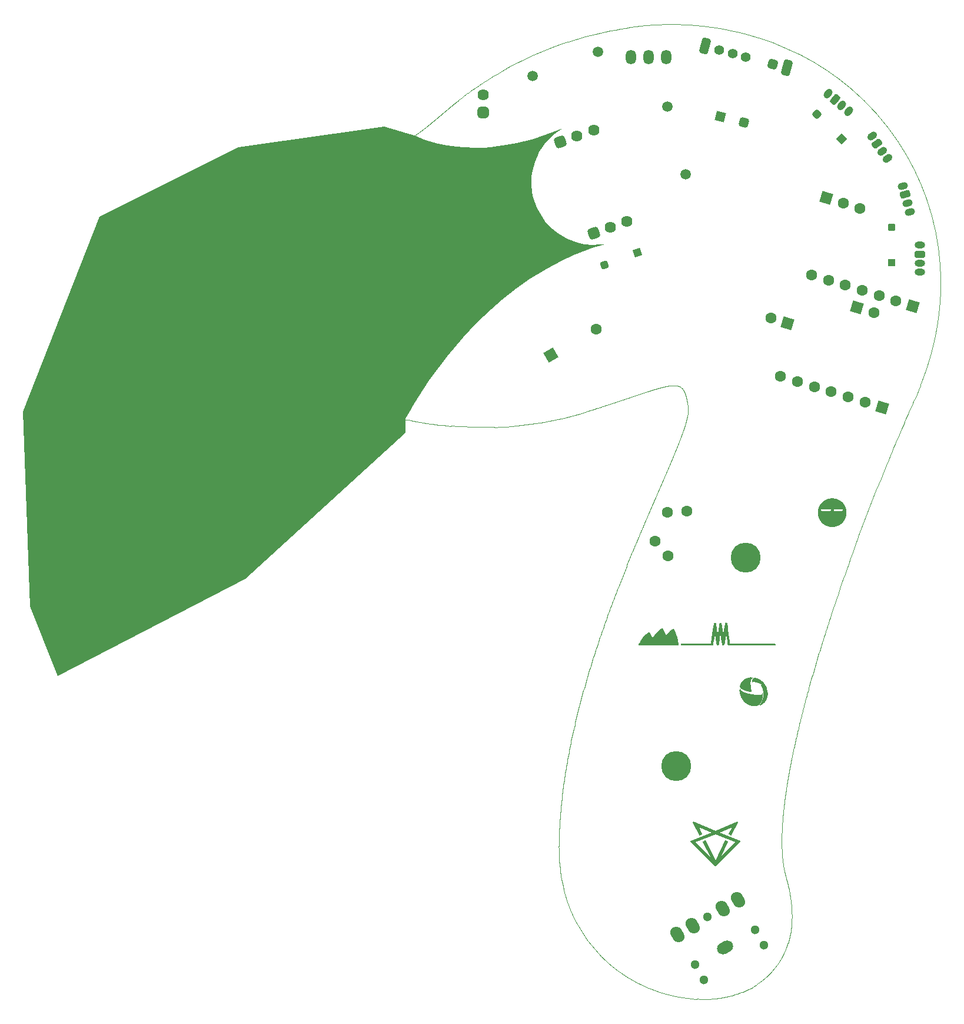
<source format=gbs>
G04*
G04 #@! TF.GenerationSoftware,Altium Limited,Altium Designer,24.4.0 (9)*
G04*
G04 Layer_Color=16711935*
%FSLAX25Y25*%
%MOIN*%
G70*
G04*
G04 #@! TF.SameCoordinates,6A74A827-5FBE-472E-901E-0A1D8F3314CC*
G04*
G04*
G04 #@! TF.FilePolarity,Negative*
G04*
G01*
G75*
%ADD15C,0.00394*%
G04:AMPARAMS|DCode=25|XSize=39.37mil|YSize=59.06mil|CornerRadius=10.83mil|HoleSize=0mil|Usage=FLASHONLY|Rotation=140.000|XOffset=0mil|YOffset=0mil|HoleType=Round|Shape=RoundedRectangle|*
%AMROUNDEDRECTD25*
21,1,0.03937,0.03740,0,0,140.0*
21,1,0.01772,0.05906,0,0,140.0*
1,1,0.02165,0.00524,0.02002*
1,1,0.02165,0.01881,0.00863*
1,1,0.02165,-0.00524,-0.02002*
1,1,0.02165,-0.01881,-0.00863*
%
%ADD25ROUNDEDRECTD25*%
G04:AMPARAMS|DCode=26|XSize=39.37mil|YSize=59.06mil|CornerRadius=0mil|HoleSize=0mil|Usage=FLASHONLY|Rotation=320.000|XOffset=0mil|YOffset=0mil|HoleType=Round|Shape=Round|*
%AMOVALD26*
21,1,0.01968,0.03937,0.00000,0.00000,50.0*
1,1,0.03937,-0.00633,-0.00754*
1,1,0.03937,0.00633,0.00754*
%
%ADD26OVALD26*%

G04:AMPARAMS|DCode=27|XSize=39.37mil|YSize=59.06mil|CornerRadius=10.83mil|HoleSize=0mil|Usage=FLASHONLY|Rotation=125.000|XOffset=0mil|YOffset=0mil|HoleType=Round|Shape=RoundedRectangle|*
%AMROUNDEDRECTD27*
21,1,0.03937,0.03740,0,0,125.0*
21,1,0.01772,0.05906,0,0,125.0*
1,1,0.02165,0.01024,0.01798*
1,1,0.02165,0.02040,0.00347*
1,1,0.02165,-0.01024,-0.01798*
1,1,0.02165,-0.02040,-0.00347*
%
%ADD27ROUNDEDRECTD27*%
G04:AMPARAMS|DCode=28|XSize=39.37mil|YSize=59.06mil|CornerRadius=0mil|HoleSize=0mil|Usage=FLASHONLY|Rotation=305.000|XOffset=0mil|YOffset=0mil|HoleType=Round|Shape=Round|*
%AMOVALD28*
21,1,0.01968,0.03937,0.00000,0.00000,35.0*
1,1,0.03937,-0.00806,-0.00564*
1,1,0.03937,0.00806,0.00564*
%
%ADD28OVALD28*%

G04:AMPARAMS|DCode=29|XSize=39.37mil|YSize=59.06mil|CornerRadius=10.83mil|HoleSize=0mil|Usage=FLASHONLY|Rotation=105.000|XOffset=0mil|YOffset=0mil|HoleType=Round|Shape=RoundedRectangle|*
%AMROUNDEDRECTD29*
21,1,0.03937,0.03740,0,0,105.0*
21,1,0.01772,0.05906,0,0,105.0*
1,1,0.02165,0.01577,0.01340*
1,1,0.02165,0.02036,-0.00372*
1,1,0.02165,-0.01577,-0.01340*
1,1,0.02165,-0.02036,0.00372*
%
%ADD29ROUNDEDRECTD29*%
G04:AMPARAMS|DCode=30|XSize=39.37mil|YSize=59.06mil|CornerRadius=0mil|HoleSize=0mil|Usage=FLASHONLY|Rotation=285.000|XOffset=0mil|YOffset=0mil|HoleType=Round|Shape=Round|*
%AMOVALD30*
21,1,0.01968,0.03937,0.00000,0.00000,15.0*
1,1,0.03937,-0.00951,-0.00255*
1,1,0.03937,0.00951,0.00255*
%
%ADD30OVALD30*%

G04:AMPARAMS|DCode=31|XSize=39.37mil|YSize=59.06mil|CornerRadius=10.83mil|HoleSize=0mil|Usage=FLASHONLY|Rotation=90.000|XOffset=0mil|YOffset=0mil|HoleType=Round|Shape=RoundedRectangle|*
%AMROUNDEDRECTD31*
21,1,0.03937,0.03740,0,0,90.0*
21,1,0.01772,0.05906,0,0,90.0*
1,1,0.02165,0.01870,0.00886*
1,1,0.02165,0.01870,-0.00886*
1,1,0.02165,-0.01870,-0.00886*
1,1,0.02165,-0.01870,0.00886*
%
%ADD31ROUNDEDRECTD31*%
%ADD32O,0.05906X0.03937*%
%ADD33C,0.06394*%
G04:AMPARAMS|DCode=34|XSize=63.94mil|YSize=63.94mil|CornerRadius=16.97mil|HoleSize=0mil|Usage=FLASHONLY|Rotation=200.000|XOffset=0mil|YOffset=0mil|HoleType=Round|Shape=RoundedRectangle|*
%AMROUNDEDRECTD34*
21,1,0.06394,0.03000,0,0,200.0*
21,1,0.03000,0.06394,0,0,200.0*
1,1,0.03394,-0.01923,0.00897*
1,1,0.03394,0.00897,0.01923*
1,1,0.03394,0.01923,-0.00897*
1,1,0.03394,-0.00897,-0.01923*
%
%ADD34ROUNDEDRECTD34*%
%ADD35P,0.06125X4X245.0*%
G04:AMPARAMS|DCode=36|XSize=43.31mil|YSize=43.31mil|CornerRadius=11.81mil|HoleSize=0mil|Usage=FLASHONLY|Rotation=200.000|XOffset=0mil|YOffset=0mil|HoleType=Round|Shape=RoundedRectangle|*
%AMROUNDEDRECTD36*
21,1,0.04331,0.01968,0,0,200.0*
21,1,0.01968,0.04331,0,0,200.0*
1,1,0.02362,-0.01262,0.00588*
1,1,0.02362,0.00588,0.01262*
1,1,0.02362,0.01262,-0.00588*
1,1,0.02362,-0.00588,-0.01262*
%
%ADD36ROUNDEDRECTD36*%
%ADD37C,0.05906*%
%ADD38P,0.07517X4X390.0*%
G04:AMPARAMS|DCode=39|XSize=53.15mil|YSize=53.15mil|CornerRadius=14.27mil|HoleSize=0mil|Usage=FLASHONLY|Rotation=345.000|XOffset=0mil|YOffset=0mil|HoleType=Round|Shape=RoundedRectangle|*
%AMROUNDEDRECTD39*
21,1,0.05315,0.02461,0,0,345.0*
21,1,0.02461,0.05315,0,0,345.0*
1,1,0.02854,0.00870,-0.01507*
1,1,0.02854,-0.01507,-0.00870*
1,1,0.02854,-0.00870,0.01507*
1,1,0.02854,0.01507,0.00870*
%
%ADD39ROUNDEDRECTD39*%
%ADD40C,0.06299*%
%ADD41P,0.08908X4X165.0*%
%ADD42C,0.06299*%
G04:AMPARAMS|DCode=43|XSize=63.94mil|YSize=63.94mil|CornerRadius=16.97mil|HoleSize=0mil|Usage=FLASHONLY|Rotation=270.000|XOffset=0mil|YOffset=0mil|HoleType=Round|Shape=RoundedRectangle|*
%AMROUNDEDRECTD43*
21,1,0.06394,0.03000,0,0,270.0*
21,1,0.03000,0.06394,0,0,270.0*
1,1,0.03394,-0.01500,-0.01500*
1,1,0.03394,-0.01500,0.01500*
1,1,0.03394,0.01500,0.01500*
1,1,0.03394,0.01500,-0.01500*
%
%ADD43ROUNDEDRECTD43*%
%ADD44O,0.05906X0.08268*%
G04:AMPARAMS|DCode=45|XSize=90.55mil|YSize=51.18mil|CornerRadius=13.78mil|HoleSize=0mil|Usage=FLASHONLY|Rotation=255.000|XOffset=0mil|YOffset=0mil|HoleType=Round|Shape=RoundedRectangle|*
%AMROUNDEDRECTD45*
21,1,0.09055,0.02362,0,0,255.0*
21,1,0.06299,0.05118,0,0,255.0*
1,1,0.02756,-0.01956,-0.02737*
1,1,0.02756,-0.00326,0.03348*
1,1,0.02756,0.01956,0.02737*
1,1,0.02756,0.00326,-0.03348*
%
%ADD45ROUNDEDRECTD45*%
%ADD46C,0.05512*%
G04:AMPARAMS|DCode=47|XSize=55.12mil|YSize=55.12mil|CornerRadius=14.76mil|HoleSize=0mil|Usage=FLASHONLY|Rotation=165.000|XOffset=0mil|YOffset=0mil|HoleType=Round|Shape=RoundedRectangle|*
%AMROUNDEDRECTD47*
21,1,0.05512,0.02559,0,0,165.0*
21,1,0.02559,0.05512,0,0,165.0*
1,1,0.02953,-0.00905,0.01567*
1,1,0.02953,0.01567,0.00905*
1,1,0.02953,0.00905,-0.01567*
1,1,0.02953,-0.01567,-0.00905*
%
%ADD47ROUNDEDRECTD47*%
%ADD48P,0.08908X4X388.0*%
%ADD49R,0.04331X0.04331*%
G04:AMPARAMS|DCode=50|XSize=43.31mil|YSize=43.31mil|CornerRadius=11.81mil|HoleSize=0mil|Usage=FLASHONLY|Rotation=90.000|XOffset=0mil|YOffset=0mil|HoleType=Round|Shape=RoundedRectangle|*
%AMROUNDEDRECTD50*
21,1,0.04331,0.01968,0,0,90.0*
21,1,0.01968,0.04331,0,0,90.0*
1,1,0.02362,0.00984,0.00984*
1,1,0.02362,0.00984,-0.00984*
1,1,0.02362,-0.00984,-0.00984*
1,1,0.02362,-0.00984,0.00984*
%
%ADD50ROUNDEDRECTD50*%
%ADD51P,0.06125X4X180.0*%
G04:AMPARAMS|DCode=52|XSize=43.31mil|YSize=43.31mil|CornerRadius=11.81mil|HoleSize=0mil|Usage=FLASHONLY|Rotation=135.000|XOffset=0mil|YOffset=0mil|HoleType=Round|Shape=RoundedRectangle|*
%AMROUNDEDRECTD52*
21,1,0.04331,0.01968,0,0,135.0*
21,1,0.01968,0.04331,0,0,135.0*
1,1,0.02362,0.00000,0.01392*
1,1,0.02362,0.01392,0.00000*
1,1,0.02362,0.00000,-0.01392*
1,1,0.02362,-0.01392,0.00000*
%
%ADD52ROUNDEDRECTD52*%
%ADD53C,0.05118*%
G04:AMPARAMS|DCode=54|XSize=94.49mil|YSize=66.93mil|CornerRadius=0mil|HoleSize=0mil|Usage=FLASHONLY|Rotation=120.000|XOffset=0mil|YOffset=0mil|HoleType=Round|Shape=Round|*
%AMOVALD54*
21,1,0.02756,0.06693,0.00000,0.00000,120.0*
1,1,0.06693,0.00689,-0.01193*
1,1,0.06693,-0.00689,0.01193*
%
%ADD54OVALD54*%

G04:AMPARAMS|DCode=55|XSize=94.49mil|YSize=66.93mil|CornerRadius=0mil|HoleSize=0mil|Usage=FLASHONLY|Rotation=210.000|XOffset=0mil|YOffset=0mil|HoleType=Round|Shape=Round|*
%AMOVALD55*
21,1,0.02756,0.06693,0.00000,0.00000,210.0*
1,1,0.06693,0.01193,0.00689*
1,1,0.06693,-0.01193,-0.00689*
%
%ADD55OVALD55*%

%ADD56C,0.16929*%
G36*
X171883Y242309D02*
X171920Y242297D01*
X171955Y242279D01*
X171985Y242254D01*
X172009Y242225D01*
X172027Y242190D01*
X172029Y242184D01*
X172613D01*
X172651Y242181D01*
X172688Y242169D01*
X172722Y242151D01*
X172752Y242126D01*
X172777Y242096D01*
X172795Y242062D01*
X172797Y242056D01*
X173124D01*
X173163Y242053D01*
X173200Y242041D01*
X173234Y242023D01*
X173264Y241999D01*
X173289Y241969D01*
X173307Y241934D01*
X173309Y241929D01*
X173508D01*
X173547Y241925D01*
X173584Y241914D01*
X173618Y241895D01*
X173648Y241871D01*
X173673Y241841D01*
X173691Y241806D01*
X173693Y241800D01*
X173892D01*
X173931Y241797D01*
X173968Y241786D01*
X174002Y241767D01*
X174032Y241743D01*
X174057Y241713D01*
X174075Y241678D01*
X174077Y241673D01*
X174148D01*
X174187Y241669D01*
X174224Y241657D01*
X174258Y241639D01*
X174288Y241615D01*
X174313Y241585D01*
X174331Y241550D01*
X174333Y241545D01*
X174404D01*
X174443Y241541D01*
X174480Y241529D01*
X174514Y241511D01*
X174544Y241487D01*
X174569Y241457D01*
X174587Y241422D01*
X174589Y241417D01*
X174660D01*
X174699Y241413D01*
X174736Y241402D01*
X174770Y241383D01*
X174800Y241359D01*
X174825Y241329D01*
X174843Y241295D01*
X174845Y241289D01*
X174916D01*
X174955Y241285D01*
X174992Y241273D01*
X175026Y241255D01*
X175056Y241231D01*
X175081Y241201D01*
X175099Y241166D01*
X175101Y241161D01*
X175172D01*
X175211Y241157D01*
X175248Y241146D01*
X175282Y241127D01*
X175312Y241103D01*
X175337Y241073D01*
X175355Y241038D01*
X175360Y241022D01*
X175376Y241018D01*
X175410Y240999D01*
X175440Y240975D01*
X175464Y240945D01*
X175483Y240911D01*
X175485Y240905D01*
X175556D01*
X175595Y240901D01*
X175632Y240890D01*
X175666Y240871D01*
X175696Y240847D01*
X175721Y240817D01*
X175739Y240783D01*
X175744Y240767D01*
X175760Y240762D01*
X175794Y240743D01*
X175824Y240719D01*
X175848Y240689D01*
X175867Y240655D01*
X175869Y240647D01*
X175872Y240638D01*
X175888Y240634D01*
X175922Y240615D01*
X175952Y240591D01*
X175976Y240561D01*
X175995Y240527D01*
X175996Y240521D01*
X176068D01*
X176107Y240517D01*
X176144Y240506D01*
X176178Y240487D01*
X176208Y240463D01*
X176232Y240433D01*
X176251Y240399D01*
X176256Y240383D01*
X176272Y240378D01*
X176306Y240359D01*
X176336Y240335D01*
X176360Y240305D01*
X176379Y240271D01*
X176383Y240255D01*
X176400Y240250D01*
X176434Y240231D01*
X176464Y240207D01*
X176488Y240177D01*
X176507Y240143D01*
X176512Y240127D01*
X176528Y240122D01*
X176562Y240104D01*
X176592Y240079D01*
X176616Y240049D01*
X176635Y240015D01*
X176639Y239999D01*
X176655Y239994D01*
X176690Y239976D01*
X176720Y239951D01*
X176744Y239921D01*
X176763Y239887D01*
X176768Y239871D01*
X176784Y239866D01*
X176818Y239847D01*
X176848Y239823D01*
X176872Y239793D01*
X176891Y239759D01*
X176895Y239743D01*
X176911Y239738D01*
X176946Y239720D01*
X176976Y239695D01*
X177000Y239665D01*
X177019Y239631D01*
X177023Y239615D01*
X177040Y239610D01*
X177074Y239592D01*
X177104Y239567D01*
X177128Y239537D01*
X177146Y239503D01*
X177151Y239487D01*
X177167Y239482D01*
X177202Y239463D01*
X177232Y239439D01*
X177256Y239409D01*
X177275Y239375D01*
X177286Y239338D01*
X177290Y239299D01*
Y239228D01*
X177295Y239226D01*
X177330Y239208D01*
X177360Y239183D01*
X177384Y239153D01*
X177402Y239119D01*
X177407Y239103D01*
X177423Y239098D01*
X177458Y239080D01*
X177488Y239055D01*
X177512Y239025D01*
X177531Y238991D01*
X177535Y238975D01*
X177551Y238970D01*
X177586Y238952D01*
X177616Y238927D01*
X177640Y238897D01*
X177658Y238863D01*
X177670Y238826D01*
X177673Y238787D01*
Y238716D01*
X177679Y238714D01*
X177714Y238696D01*
X177744Y238671D01*
X177768Y238641D01*
X177786Y238607D01*
X177791Y238591D01*
X177807Y238586D01*
X177842Y238568D01*
X177872Y238543D01*
X177896Y238513D01*
X177914Y238479D01*
X177926Y238442D01*
X177929Y238403D01*
Y238332D01*
X177935Y238330D01*
X177970Y238312D01*
X177999Y238287D01*
X178024Y238257D01*
X178042Y238223D01*
X178054Y238186D01*
X178058Y238147D01*
Y238076D01*
X178063Y238074D01*
X178097Y238056D01*
X178128Y238031D01*
X178152Y238001D01*
X178170Y237967D01*
X178182Y237930D01*
X178185Y237891D01*
Y237820D01*
X178191Y237818D01*
X178226Y237800D01*
X178255Y237775D01*
X178280Y237745D01*
X178298Y237711D01*
X178310Y237674D01*
X178313Y237635D01*
Y237564D01*
X178319Y237562D01*
X178354Y237544D01*
X178384Y237519D01*
X178408Y237489D01*
X178426Y237455D01*
X178438Y237418D01*
X178441Y237379D01*
Y237308D01*
X178447Y237306D01*
X178481Y237288D01*
X178511Y237263D01*
X178536Y237233D01*
X178554Y237199D01*
X178566Y237162D01*
X178569Y237123D01*
Y236996D01*
Y236924D01*
X178575Y236922D01*
X178609Y236904D01*
X178639Y236879D01*
X178664Y236849D01*
X178682Y236815D01*
X178694Y236778D01*
X178697Y236739D01*
Y236612D01*
Y236484D01*
Y236412D01*
X178703Y236410D01*
X178737Y236392D01*
X178767Y236368D01*
X178792Y236337D01*
X178810Y236303D01*
X178822Y236266D01*
X178825Y236228D01*
Y236100D01*
Y235972D01*
Y235900D01*
X178831Y235898D01*
X178865Y235880D01*
X178895Y235856D01*
X178920Y235825D01*
X178938Y235791D01*
X178949Y235754D01*
X178953Y235716D01*
Y235588D01*
Y235460D01*
Y235332D01*
Y235204D01*
Y235076D01*
Y235004D01*
X178959Y235002D01*
X178993Y234984D01*
X179023Y234960D01*
X179048Y234930D01*
X179066Y234895D01*
X179077Y234858D01*
X179081Y234820D01*
Y234692D01*
Y234564D01*
Y234436D01*
Y234308D01*
Y234180D01*
Y234052D01*
Y233924D01*
Y233796D01*
Y233668D01*
Y233540D01*
X179077Y233501D01*
X179066Y233464D01*
X179048Y233430D01*
X179023Y233400D01*
X178993Y233376D01*
X178959Y233357D01*
X178953Y233355D01*
Y233284D01*
Y233156D01*
Y233028D01*
Y232900D01*
Y232772D01*
Y232644D01*
X178949Y232606D01*
X178938Y232568D01*
X178920Y232534D01*
X178895Y232504D01*
X178865Y232480D01*
X178831Y232461D01*
X178825Y232460D01*
Y232388D01*
Y232260D01*
Y232132D01*
X178822Y232094D01*
X178810Y232056D01*
X178792Y232022D01*
X178767Y231992D01*
X178737Y231968D01*
X178703Y231949D01*
X178697Y231948D01*
Y231876D01*
Y231748D01*
Y231620D01*
X178694Y231582D01*
X178682Y231545D01*
X178664Y231510D01*
X178639Y231480D01*
X178609Y231456D01*
X178575Y231438D01*
X178569Y231436D01*
Y231364D01*
X178566Y231326D01*
X178554Y231289D01*
X178536Y231255D01*
X178511Y231224D01*
X178481Y231200D01*
X178447Y231182D01*
X178441Y231180D01*
Y231108D01*
Y230980D01*
X178438Y230942D01*
X178426Y230905D01*
X178408Y230871D01*
X178384Y230840D01*
X178354Y230816D01*
X178319Y230798D01*
X178313Y230796D01*
Y230724D01*
X178310Y230686D01*
X178298Y230649D01*
X178280Y230615D01*
X178255Y230585D01*
X178226Y230560D01*
X178191Y230542D01*
X178185Y230540D01*
Y230469D01*
X178182Y230430D01*
X178170Y230393D01*
X178152Y230359D01*
X178128Y230329D01*
X178097Y230304D01*
X178063Y230286D01*
X178058Y230284D01*
Y230212D01*
X178054Y230174D01*
X178042Y230137D01*
X178024Y230103D01*
X177999Y230073D01*
X177970Y230048D01*
X177935Y230030D01*
X177929Y230028D01*
Y229957D01*
X177926Y229918D01*
X177914Y229881D01*
X177896Y229847D01*
X177872Y229817D01*
X177842Y229792D01*
X177807Y229774D01*
X177791Y229769D01*
X177786Y229753D01*
X177768Y229719D01*
X177744Y229689D01*
X177714Y229664D01*
X177679Y229646D01*
X177673Y229644D01*
Y229573D01*
X177670Y229534D01*
X177658Y229497D01*
X177640Y229463D01*
X177616Y229433D01*
X177586Y229408D01*
X177551Y229390D01*
X177535Y229385D01*
X177533Y229377D01*
X177531Y229369D01*
X177512Y229335D01*
X177488Y229305D01*
X177458Y229280D01*
X177423Y229262D01*
X177407Y229257D01*
X177402Y229241D01*
X177384Y229207D01*
X177360Y229177D01*
X177330Y229152D01*
X177295Y229134D01*
X177290Y229132D01*
Y229061D01*
X177286Y229022D01*
X177275Y228985D01*
X177256Y228951D01*
X177232Y228921D01*
X177202Y228896D01*
X177167Y228878D01*
X177151Y228873D01*
X177147Y228859D01*
X177146Y228857D01*
X177128Y228823D01*
X177104Y228793D01*
X177074Y228768D01*
X177040Y228750D01*
X177023Y228745D01*
X177019Y228729D01*
X177000Y228695D01*
X176976Y228665D01*
X176946Y228640D01*
X176911Y228622D01*
X176895Y228617D01*
X176891Y228601D01*
X176872Y228567D01*
X176848Y228537D01*
X176818Y228512D01*
X176784Y228494D01*
X176768Y228489D01*
X176763Y228476D01*
X176763Y228473D01*
X176744Y228439D01*
X176720Y228409D01*
X176690Y228384D01*
X176655Y228366D01*
X176639Y228361D01*
X176635Y228345D01*
X176616Y228311D01*
X176592Y228281D01*
X176562Y228256D01*
X176528Y228238D01*
X176512Y228233D01*
X176507Y228217D01*
X176488Y228183D01*
X176464Y228153D01*
X176434Y228128D01*
X176400Y228110D01*
X176383Y228105D01*
X176380Y228095D01*
X176379Y228089D01*
X176360Y228055D01*
X176336Y228025D01*
X176306Y228000D01*
X176272Y227982D01*
X176256Y227977D01*
X176254Y227971D01*
X176251Y227961D01*
X176232Y227927D01*
X176208Y227897D01*
X176178Y227872D01*
X176144Y227854D01*
X176107Y227843D01*
X176068Y227839D01*
X175996D01*
X175995Y227833D01*
X175976Y227799D01*
X175952Y227769D01*
X175922Y227744D01*
X175888Y227726D01*
X175872Y227721D01*
X175869Y227713D01*
X175867Y227705D01*
X175848Y227671D01*
X175824Y227641D01*
X175794Y227616D01*
X175760Y227598D01*
X175744Y227593D01*
X175739Y227577D01*
X175721Y227543D01*
X175696Y227513D01*
X175666Y227488D01*
X175632Y227470D01*
X175595Y227459D01*
X175556Y227455D01*
X175485D01*
X175483Y227449D01*
X175464Y227415D01*
X175440Y227385D01*
X175410Y227361D01*
X175376Y227342D01*
X175360Y227337D01*
X175355Y227321D01*
X175337Y227287D01*
X175312Y227257D01*
X175282Y227233D01*
X175248Y227214D01*
X175211Y227203D01*
X175172Y227199D01*
X175101D01*
X175099Y227193D01*
X175081Y227159D01*
X175056Y227129D01*
X175026Y227104D01*
X174992Y227086D01*
X174955Y227075D01*
X174916Y227071D01*
X174845D01*
X174843Y227065D01*
X174825Y227031D01*
X174800Y227001D01*
X174770Y226976D01*
X174736Y226958D01*
X174699Y226947D01*
X174660Y226943D01*
X174589D01*
X174587Y226937D01*
X174569Y226903D01*
X174544Y226873D01*
X174514Y226849D01*
X174480Y226830D01*
X174443Y226819D01*
X174404Y226815D01*
X174333D01*
X174331Y226809D01*
X174313Y226775D01*
X174288Y226745D01*
X174258Y226721D01*
X174224Y226702D01*
X174187Y226691D01*
X174148Y226687D01*
X174077D01*
X174075Y226681D01*
X174057Y226647D01*
X174032Y226617D01*
X174002Y226593D01*
X173968Y226574D01*
X173931Y226563D01*
X173892Y226559D01*
X173693D01*
X173691Y226553D01*
X173673Y226519D01*
X173648Y226489D01*
X173618Y226465D01*
X173584Y226446D01*
X173547Y226435D01*
X173508Y226431D01*
X173309D01*
X173307Y226425D01*
X173289Y226391D01*
X173264Y226361D01*
X173234Y226337D01*
X173200Y226318D01*
X173163Y226307D01*
X173124Y226303D01*
X172797D01*
X172795Y226297D01*
X172777Y226263D01*
X172752Y226233D01*
X172722Y226209D01*
X172688Y226190D01*
X172651Y226179D01*
X172613Y226175D01*
X172029D01*
X172027Y226169D01*
X172009Y226135D01*
X171985Y226105D01*
X171955Y226081D01*
X171920Y226062D01*
X171883Y226051D01*
X171845Y226047D01*
X170053D01*
X170014Y226051D01*
X169977Y226062D01*
X169943Y226081D01*
X169913Y226105D01*
X169888Y226135D01*
X169870Y226169D01*
X169868Y226175D01*
X169285D01*
X169246Y226179D01*
X169209Y226190D01*
X169175Y226209D01*
X169145Y226233D01*
X169121Y226263D01*
X169102Y226297D01*
X169100Y226303D01*
X168773D01*
X168735Y226307D01*
X168697Y226318D01*
X168663Y226337D01*
X168633Y226361D01*
X168609Y226391D01*
X168590Y226425D01*
X168589Y226431D01*
X168389D01*
X168351Y226435D01*
X168314Y226446D01*
X168279Y226465D01*
X168249Y226489D01*
X168225Y226519D01*
X168206Y226553D01*
X168205Y226559D01*
X168005D01*
X167967Y226563D01*
X167929Y226574D01*
X167895Y226593D01*
X167865Y226617D01*
X167841Y226647D01*
X167823Y226681D01*
X167821Y226687D01*
X167749D01*
X167711Y226691D01*
X167674Y226702D01*
X167639Y226721D01*
X167609Y226745D01*
X167585Y226775D01*
X167567Y226809D01*
X167565Y226815D01*
X167365D01*
X167327Y226819D01*
X167290Y226830D01*
X167255Y226849D01*
X167225Y226873D01*
X167201Y226903D01*
X167183Y226937D01*
X167178Y226953D01*
X167162Y226958D01*
X167127Y226976D01*
X167097Y227001D01*
X167073Y227031D01*
X167055Y227065D01*
X167053Y227071D01*
X166981D01*
X166943Y227075D01*
X166906Y227086D01*
X166872Y227104D01*
X166841Y227129D01*
X166817Y227159D01*
X166799Y227193D01*
X166797Y227199D01*
X166725D01*
X166687Y227203D01*
X166650Y227214D01*
X166615Y227233D01*
X166586Y227257D01*
X166561Y227287D01*
X166543Y227321D01*
X166538Y227337D01*
X166522Y227342D01*
X166488Y227361D01*
X166458Y227385D01*
X166433Y227415D01*
X166415Y227449D01*
X166413Y227455D01*
X166341D01*
X166303Y227459D01*
X166266Y227470D01*
X166232Y227488D01*
X166202Y227513D01*
X166177Y227543D01*
X166159Y227577D01*
X166154Y227593D01*
X166138Y227598D01*
X166104Y227616D01*
X166074Y227641D01*
X166049Y227671D01*
X166031Y227705D01*
X166029Y227711D01*
X165957D01*
X165919Y227715D01*
X165882Y227726D01*
X165848Y227744D01*
X165818Y227769D01*
X165793Y227799D01*
X165775Y227833D01*
X165770Y227849D01*
X165754Y227854D01*
X165720Y227872D01*
X165690Y227897D01*
X165665Y227927D01*
X165647Y227961D01*
X165642Y227977D01*
X165626Y227982D01*
X165592Y228000D01*
X165562Y228025D01*
X165537Y228055D01*
X165519Y228089D01*
X165514Y228105D01*
X165498Y228110D01*
X165464Y228128D01*
X165434Y228153D01*
X165409Y228183D01*
X165391Y228217D01*
X165389Y228224D01*
X165386Y228233D01*
X165370Y228238D01*
X165336Y228256D01*
X165306Y228281D01*
X165281Y228311D01*
X165263Y228345D01*
X165258Y228361D01*
X165242Y228366D01*
X165208Y228384D01*
X165178Y228409D01*
X165153Y228439D01*
X165135Y228473D01*
X165134Y228476D01*
X165130Y228489D01*
X165114Y228494D01*
X165080Y228512D01*
X165050Y228537D01*
X165025Y228567D01*
X165007Y228601D01*
X165002Y228617D01*
X164986Y228622D01*
X164952Y228640D01*
X164922Y228665D01*
X164897Y228695D01*
X164879Y228729D01*
X164874Y228745D01*
X164858Y228750D01*
X164824Y228768D01*
X164794Y228793D01*
X164769Y228823D01*
X164751Y228857D01*
X164746Y228873D01*
X164730Y228878D01*
X164696Y228896D01*
X164666Y228921D01*
X164641Y228951D01*
X164623Y228985D01*
X164618Y229001D01*
X164602Y229006D01*
X164568Y229024D01*
X164538Y229049D01*
X164513Y229079D01*
X164495Y229113D01*
X164484Y229150D01*
X164480Y229189D01*
Y229260D01*
X164474Y229262D01*
X164440Y229280D01*
X164410Y229305D01*
X164385Y229335D01*
X164367Y229369D01*
X164362Y229385D01*
X164346Y229390D01*
X164312Y229408D01*
X164282Y229433D01*
X164257Y229463D01*
X164239Y229497D01*
X164228Y229534D01*
X164224Y229573D01*
Y229644D01*
X164218Y229646D01*
X164184Y229664D01*
X164154Y229689D01*
X164129Y229719D01*
X164111Y229753D01*
X164106Y229769D01*
X164090Y229774D01*
X164056Y229792D01*
X164026Y229817D01*
X164001Y229847D01*
X163983Y229881D01*
X163972Y229918D01*
X163968Y229957D01*
Y230028D01*
X163962Y230030D01*
X163928Y230048D01*
X163898Y230073D01*
X163873Y230103D01*
X163855Y230137D01*
X163844Y230174D01*
X163840Y230212D01*
Y230284D01*
X163834Y230286D01*
X163800Y230304D01*
X163770Y230329D01*
X163745Y230359D01*
X163727Y230393D01*
X163716Y230430D01*
X163712Y230469D01*
Y230540D01*
X163706Y230542D01*
X163672Y230560D01*
X163642Y230585D01*
X163617Y230615D01*
X163599Y230649D01*
X163588Y230686D01*
X163584Y230724D01*
Y230796D01*
X163578Y230798D01*
X163544Y230816D01*
X163514Y230840D01*
X163489Y230871D01*
X163471Y230905D01*
X163460Y230942D01*
X163456Y230980D01*
Y231052D01*
X163450Y231054D01*
X163416Y231072D01*
X163386Y231097D01*
X163361Y231126D01*
X163343Y231161D01*
X163332Y231198D01*
X163328Y231236D01*
Y231364D01*
Y231436D01*
X163322Y231438D01*
X163288Y231456D01*
X163258Y231480D01*
X163233Y231510D01*
X163215Y231545D01*
X163204Y231582D01*
X163200Y231620D01*
Y231748D01*
Y231820D01*
X163194Y231821D01*
X163160Y231840D01*
X163130Y231864D01*
X163105Y231894D01*
X163087Y231929D01*
X163076Y231966D01*
X163072Y232004D01*
Y232132D01*
Y232260D01*
Y232332D01*
X163066Y232333D01*
X163032Y232352D01*
X163002Y232376D01*
X162978Y232406D01*
X162959Y232440D01*
X162948Y232478D01*
X162944Y232516D01*
Y232644D01*
Y232772D01*
Y232900D01*
Y233028D01*
Y233100D01*
X162938Y233101D01*
X162904Y233120D01*
X162874Y233144D01*
X162849Y233174D01*
X162831Y233208D01*
X162820Y233245D01*
X162816Y233284D01*
Y233412D01*
Y233540D01*
Y233668D01*
Y233796D01*
Y233924D01*
Y234052D01*
Y234180D01*
Y234308D01*
Y234436D01*
Y234564D01*
Y234692D01*
Y234820D01*
Y234948D01*
Y235076D01*
X162820Y235114D01*
X162831Y235151D01*
X162849Y235186D01*
X162874Y235216D01*
X162904Y235240D01*
X162938Y235259D01*
X162944Y235260D01*
Y235332D01*
Y235460D01*
Y235588D01*
Y235716D01*
Y235844D01*
X162948Y235882D01*
X162959Y235919D01*
X162978Y235953D01*
X163002Y235983D01*
X163032Y236008D01*
X163066Y236026D01*
X163072Y236028D01*
Y236100D01*
Y236228D01*
Y236355D01*
X163076Y236394D01*
X163087Y236431D01*
X163105Y236465D01*
X163130Y236495D01*
X163160Y236520D01*
X163194Y236538D01*
X163200Y236540D01*
Y236612D01*
Y236739D01*
X163204Y236778D01*
X163215Y236815D01*
X163233Y236849D01*
X163258Y236879D01*
X163288Y236904D01*
X163322Y236922D01*
X163328Y236924D01*
Y236996D01*
Y237123D01*
X163332Y237162D01*
X163343Y237199D01*
X163361Y237233D01*
X163386Y237263D01*
X163416Y237288D01*
X163450Y237306D01*
X163456Y237308D01*
Y237379D01*
X163460Y237418D01*
X163471Y237455D01*
X163489Y237489D01*
X163514Y237519D01*
X163544Y237544D01*
X163578Y237562D01*
X163584Y237564D01*
Y237635D01*
X163588Y237674D01*
X163599Y237711D01*
X163617Y237745D01*
X163642Y237775D01*
X163672Y237800D01*
X163706Y237818D01*
X163712Y237820D01*
Y237891D01*
X163716Y237930D01*
X163727Y237967D01*
X163745Y238001D01*
X163770Y238031D01*
X163800Y238056D01*
X163834Y238074D01*
X163840Y238076D01*
Y238147D01*
X163844Y238186D01*
X163855Y238223D01*
X163873Y238257D01*
X163898Y238287D01*
X163928Y238312D01*
X163962Y238330D01*
X163968Y238332D01*
Y238403D01*
X163972Y238442D01*
X163983Y238479D01*
X164001Y238513D01*
X164026Y238543D01*
X164056Y238568D01*
X164090Y238586D01*
X164106Y238591D01*
X164111Y238607D01*
X164129Y238641D01*
X164154Y238671D01*
X164184Y238696D01*
X164218Y238714D01*
X164224Y238716D01*
Y238787D01*
X164228Y238826D01*
X164239Y238863D01*
X164257Y238897D01*
X164282Y238927D01*
X164312Y238952D01*
X164346Y238970D01*
X164362Y238975D01*
X164367Y238991D01*
X164385Y239025D01*
X164410Y239055D01*
X164440Y239080D01*
X164474Y239098D01*
X164480Y239100D01*
Y239171D01*
X164484Y239210D01*
X164495Y239247D01*
X164513Y239281D01*
X164538Y239311D01*
X164568Y239336D01*
X164602Y239354D01*
X164618Y239359D01*
X164623Y239375D01*
X164641Y239409D01*
X164666Y239439D01*
X164696Y239463D01*
X164730Y239482D01*
X164746Y239487D01*
X164751Y239503D01*
X164769Y239537D01*
X164794Y239567D01*
X164824Y239592D01*
X164858Y239610D01*
X164874Y239615D01*
X164879Y239631D01*
X164897Y239665D01*
X164922Y239695D01*
X164952Y239720D01*
X164986Y239738D01*
X165002Y239743D01*
X165002Y239743D01*
X165007Y239759D01*
X165025Y239793D01*
X165050Y239823D01*
X165080Y239847D01*
X165114Y239866D01*
X165130Y239871D01*
X165135Y239887D01*
X165153Y239921D01*
X165178Y239951D01*
X165208Y239976D01*
X165242Y239994D01*
X165258Y239999D01*
X165263Y240015D01*
X165281Y240049D01*
X165306Y240079D01*
X165336Y240104D01*
X165370Y240122D01*
X165386Y240127D01*
X165391Y240143D01*
X165409Y240177D01*
X165434Y240207D01*
X165464Y240231D01*
X165498Y240250D01*
X165514Y240255D01*
X165519Y240271D01*
X165537Y240305D01*
X165562Y240335D01*
X165592Y240359D01*
X165626Y240378D01*
X165642Y240383D01*
X165647Y240399D01*
X165665Y240433D01*
X165690Y240463D01*
X165720Y240487D01*
X165754Y240506D01*
X165770Y240511D01*
X165775Y240527D01*
X165793Y240561D01*
X165818Y240591D01*
X165848Y240615D01*
X165882Y240634D01*
X165919Y240645D01*
X165957Y240649D01*
X166029D01*
X166031Y240655D01*
X166049Y240689D01*
X166074Y240719D01*
X166104Y240743D01*
X166138Y240762D01*
X166154Y240767D01*
X166159Y240783D01*
X166177Y240817D01*
X166202Y240847D01*
X166232Y240871D01*
X166266Y240890D01*
X166303Y240901D01*
X166341Y240905D01*
X166413D01*
X166415Y240911D01*
X166433Y240945D01*
X166458Y240975D01*
X166488Y240999D01*
X166522Y241018D01*
X166538Y241022D01*
X166543Y241038D01*
X166561Y241073D01*
X166586Y241103D01*
X166615Y241127D01*
X166650Y241146D01*
X166687Y241157D01*
X166725Y241161D01*
X166797D01*
X166799Y241166D01*
X166817Y241201D01*
X166841Y241231D01*
X166872Y241255D01*
X166906Y241273D01*
X166943Y241285D01*
X166981Y241289D01*
X167053D01*
X167055Y241295D01*
X167073Y241329D01*
X167097Y241359D01*
X167127Y241383D01*
X167162Y241402D01*
X167199Y241413D01*
X167237Y241417D01*
X167309D01*
X167311Y241422D01*
X167329Y241457D01*
X167353Y241487D01*
X167383Y241511D01*
X167418Y241529D01*
X167455Y241541D01*
X167493Y241545D01*
X167565D01*
X167567Y241550D01*
X167585Y241585D01*
X167609Y241615D01*
X167639Y241639D01*
X167674Y241657D01*
X167711Y241669D01*
X167749Y241673D01*
X167821D01*
X167823Y241678D01*
X167841Y241713D01*
X167865Y241743D01*
X167895Y241767D01*
X167929Y241786D01*
X167967Y241797D01*
X168005Y241800D01*
X168205D01*
X168206Y241806D01*
X168225Y241841D01*
X168249Y241871D01*
X168279Y241895D01*
X168314Y241914D01*
X168351Y241925D01*
X168389Y241929D01*
X168589D01*
X168590Y241934D01*
X168609Y241969D01*
X168633Y241999D01*
X168663Y242023D01*
X168697Y242041D01*
X168735Y242053D01*
X168773Y242056D01*
X169100D01*
X169102Y242062D01*
X169121Y242096D01*
X169145Y242126D01*
X169175Y242151D01*
X169209Y242169D01*
X169246Y242181D01*
X169285Y242184D01*
X169868D01*
X169870Y242190D01*
X169888Y242225D01*
X169913Y242254D01*
X169943Y242279D01*
X169977Y242297D01*
X170014Y242309D01*
X170053Y242312D01*
X171845D01*
X171883Y242309D01*
D02*
G37*
G36*
X110846Y171914D02*
X110857Y171913D01*
X110954Y171903D01*
X110976Y171898D01*
X110992Y171895D01*
X110992Y171895D01*
X110992D01*
X110992Y171895D01*
X111097Y171862D01*
X111111Y171856D01*
X111125Y171851D01*
X111222Y171802D01*
X111223Y171802D01*
X111223Y171802D01*
X111240Y171792D01*
X111255Y171782D01*
X111256Y171781D01*
X111256Y171781D01*
X111330Y171724D01*
X111343Y171712D01*
X111355Y171700D01*
X111413Y171636D01*
X111419Y171627D01*
X111427Y171618D01*
X111475Y171550D01*
X111481Y171540D01*
X111487Y171530D01*
X111521Y171467D01*
X111525Y171459D01*
X111529Y171451D01*
X111532Y171441D01*
X111536Y171432D01*
X111538Y171423D01*
X111541Y171414D01*
X111550Y171370D01*
X111552Y171356D01*
X111554Y171343D01*
X111559Y171277D01*
X111773Y169642D01*
Y169642D01*
X112013Y167809D01*
X112013Y167809D01*
X112299Y165650D01*
X112299Y165650D01*
X112585Y163491D01*
Y163491D01*
X112585Y163491D01*
X112826Y161662D01*
Y161662D01*
X112826Y161662D01*
X113031Y160093D01*
X115178Y160075D01*
X115178D01*
X118028Y160061D01*
X118028D01*
X122122Y160057D01*
D01*
X125935Y160053D01*
X125936Y160053D01*
X125936Y160053D01*
X129726Y160042D01*
X129727Y160042D01*
X129727Y160042D01*
X133021Y160026D01*
X133022Y160026D01*
X133022Y160026D01*
X134988Y160007D01*
X135000Y160006D01*
X135004Y160006D01*
X138581Y159956D01*
X138599Y159954D01*
X138617Y159952D01*
X138618Y159952D01*
X138620Y159952D01*
X138637Y159946D01*
X138654Y159941D01*
X138655Y159941D01*
X138657Y159940D01*
X138672Y159931D01*
X138688Y159923D01*
X138689Y159922D01*
X138691Y159921D01*
X138704Y159910D01*
X138718Y159898D01*
X138719Y159897D01*
X138720Y159896D01*
X138732Y159882D01*
X138743Y159868D01*
X138744Y159867D01*
X138744Y159866D01*
X138753Y159850D01*
X138761Y159834D01*
X138762Y159833D01*
X138762Y159832D01*
X138767Y159814D01*
X138772Y159797D01*
X138773Y159796D01*
X138773Y159794D01*
X138775Y159777D01*
X138776Y159758D01*
Y159112D01*
X138776Y159112D01*
X138776Y159112D01*
X138774Y159091D01*
X138772Y159073D01*
X138772Y159073D01*
X138772Y159073D01*
X138767Y159054D01*
X138761Y159036D01*
X138761Y159036D01*
X138761Y159036D01*
X138753Y159021D01*
X138743Y159002D01*
X138743Y159002D01*
X138743Y159002D01*
X138732Y158989D01*
X138718Y158972D01*
X138718Y158972D01*
X138718Y158972D01*
X138704Y158960D01*
X138688Y158948D01*
X138688Y158948D01*
X138688Y158948D01*
X138672Y158939D01*
X138654Y158929D01*
X138654Y158929D01*
X138654Y158929D01*
X138636Y158924D01*
X138617Y158918D01*
X138617Y158918D01*
X138617Y158918D01*
X138599Y158916D01*
X138578Y158914D01*
X138578Y158914D01*
X138578Y158914D01*
X112156Y158951D01*
X112140Y158953D01*
X112123Y158954D01*
X112120Y158955D01*
X112118Y158955D01*
X112102Y158960D01*
X112086Y158965D01*
X112083Y158966D01*
X112081Y158967D01*
X112066Y158975D01*
X112051Y158982D01*
X112049Y158984D01*
X112046Y158985D01*
X112033Y158996D01*
X112021Y159006D01*
X112019Y159008D01*
X112016Y159010D01*
X112006Y159023D01*
X111995Y159035D01*
X111863Y159221D01*
X111861Y159226D01*
X111861Y159226D01*
X111860Y159226D01*
X111858Y159230D01*
X111852Y159239D01*
X111848Y159247D01*
X111844Y159255D01*
X111843Y159259D01*
X111842Y159260D01*
X111759Y159458D01*
X111758Y159461D01*
X111756Y159464D01*
X111752Y159480D01*
X111747Y159495D01*
X111747Y159498D01*
X111746Y159501D01*
X111619Y160242D01*
X111618Y160244D01*
X111618Y160246D01*
X111451Y161354D01*
X111451Y161355D01*
X111451Y161356D01*
X111194Y163225D01*
Y163225D01*
X111194Y163225D01*
X110998Y164658D01*
X110835Y165809D01*
X110675Y164707D01*
X110473Y163251D01*
Y163251D01*
X110098Y160542D01*
X110097Y160538D01*
X110096Y160533D01*
X109926Y159629D01*
X109926Y159626D01*
X109925Y159624D01*
X109920Y159608D01*
X109915Y159591D01*
X109915Y159590D01*
X109914Y159587D01*
X109739Y159177D01*
X109735Y159170D01*
X109732Y159163D01*
X109726Y159153D01*
X109720Y159143D01*
X109715Y159137D01*
X109711Y159130D01*
X109703Y159122D01*
X109695Y159113D01*
X109689Y159108D01*
X109683Y159103D01*
X109674Y159096D01*
X109665Y159089D01*
X109658Y159085D01*
X109651Y159081D01*
X109390Y158939D01*
X109388Y158938D01*
X109387Y158937D01*
X109371Y158931D01*
X109355Y158924D01*
X109353Y158924D01*
X109351Y158923D01*
X109334Y158920D01*
X109317Y158916D01*
X109315Y158916D01*
X109313Y158916D01*
X109295Y158916D01*
X109278Y158916D01*
X109276Y158916D01*
X109274Y158916D01*
X109104Y158936D01*
X109098Y158937D01*
X109093Y158937D01*
X109079Y158941D01*
X109066Y158944D01*
X109061Y158946D01*
X109056Y158947D01*
X108906Y159004D01*
X108897Y159009D01*
X108889Y159012D01*
X108880Y159017D01*
X108871Y159022D01*
X108864Y159027D01*
X108856Y159032D01*
X108740Y159121D01*
X108728Y159131D01*
X108717Y159142D01*
X108714Y159145D01*
X108711Y159147D01*
X108702Y159160D01*
X108693Y159172D01*
X108621Y159284D01*
X108616Y159295D01*
X108610Y159304D01*
X108607Y159312D01*
X108604Y159319D01*
X108601Y159330D01*
X108597Y159341D01*
X108553Y159511D01*
X108551Y159522D01*
X108548Y159533D01*
X108037Y163172D01*
Y163172D01*
X108037Y163172D01*
X107663Y165852D01*
X107644Y165720D01*
X107339Y163487D01*
Y163487D01*
X107149Y162082D01*
X107149Y162082D01*
Y162082D01*
X106981Y160857D01*
X106981Y160857D01*
Y160857D01*
X106835Y159805D01*
X106834Y159803D01*
X106834Y159801D01*
X106805Y159613D01*
X106801Y159598D01*
X106798Y159583D01*
X106728Y159365D01*
X106723Y159354D01*
X106720Y159344D01*
X106716Y159336D01*
X106713Y159329D01*
X106706Y159320D01*
X106701Y159310D01*
X106580Y159141D01*
X106569Y159128D01*
X106558Y159115D01*
X106556Y159114D01*
X106555Y159112D01*
X106541Y159101D01*
X106528Y159090D01*
X106366Y158985D01*
X106350Y158976D01*
X106333Y158967D01*
X106332Y158967D01*
X106332Y158967D01*
X106314Y158961D01*
X106296Y158956D01*
X106105Y158919D01*
X106098Y158918D01*
X106091Y158917D01*
X106079Y158916D01*
X106067Y158915D01*
X106060Y158916D01*
X106053Y158916D01*
X106040Y158918D01*
X106028Y158919D01*
X106021Y158921D01*
X106014Y158922D01*
X106003Y158927D01*
X105991Y158931D01*
X105985Y158934D01*
X105978Y158936D01*
X105701Y159077D01*
X105694Y159081D01*
X105687Y159084D01*
X105678Y159091D01*
X105668Y159098D01*
X105662Y159103D01*
X105656Y159107D01*
X105648Y159116D01*
X105640Y159124D01*
X105635Y159131D01*
X105630Y159136D01*
X105624Y159146D01*
X105617Y159156D01*
X105614Y159163D01*
X105611Y159170D01*
X105428Y159561D01*
X105426Y159565D01*
X105424Y159570D01*
X105420Y159583D01*
X105415Y159597D01*
X105414Y159602D01*
X105413Y159607D01*
X105244Y160487D01*
X105244Y160492D01*
X105242Y160497D01*
X104861Y163249D01*
X104861Y163249D01*
X104658Y164707D01*
X104497Y165813D01*
X104333Y164659D01*
X104138Y163225D01*
X104138Y163225D01*
Y163225D01*
X103881Y161342D01*
X103880Y161341D01*
X103880Y161339D01*
X103714Y160238D01*
X103714Y160236D01*
X103714Y160233D01*
X103588Y159502D01*
X103587Y159499D01*
X103586Y159496D01*
X103582Y159480D01*
X103577Y159465D01*
X103576Y159462D01*
X103575Y159459D01*
X103490Y159259D01*
X103489Y159257D01*
X103488Y159254D01*
X103483Y159246D01*
X103480Y159238D01*
X103474Y159230D01*
X103472Y159225D01*
X103471Y159224D01*
X103469Y159221D01*
X103335Y159034D01*
X103325Y159022D01*
X103315Y159010D01*
X103312Y159008D01*
X103310Y159005D01*
X103297Y158995D01*
X103285Y158985D01*
X103282Y158984D01*
X103279Y158982D01*
X103265Y158974D01*
X103251Y158967D01*
X103247Y158966D01*
X103244Y158964D01*
X103229Y158960D01*
X103214Y158955D01*
X103210Y158955D01*
X103207Y158954D01*
X103191Y158953D01*
X103175Y158951D01*
X85330Y158914D01*
X85330Y158914D01*
X85329Y158914D01*
X85310Y158916D01*
X85291Y158918D01*
X85291Y158918D01*
X85291Y158918D01*
X85273Y158923D01*
X85254Y158929D01*
X85254Y158929D01*
X85254Y158929D01*
X85238Y158938D01*
X85220Y158947D01*
X85220Y158948D01*
X85219Y158948D01*
X85205Y158959D01*
X85190Y158972D01*
X85190Y158972D01*
X85189Y158972D01*
X85177Y158987D01*
X85165Y159002D01*
X85165Y159002D01*
X85165Y159002D01*
X85155Y159020D01*
X85147Y159036D01*
X85147Y159036D01*
X85146Y159036D01*
X85141Y159055D01*
X85135Y159073D01*
X85135Y159073D01*
X85135Y159073D01*
X85133Y159092D01*
X85132Y159112D01*
X85132Y159112D01*
X85132Y159112D01*
Y159758D01*
X85133Y159776D01*
X85135Y159794D01*
X85135Y159796D01*
X85135Y159797D01*
X85141Y159814D01*
X85145Y159832D01*
X85146Y159833D01*
X85146Y159834D01*
X85155Y159850D01*
X85163Y159866D01*
X85164Y159867D01*
X85165Y159868D01*
X85176Y159882D01*
X85187Y159896D01*
X85189Y159897D01*
X85189Y159898D01*
X85203Y159910D01*
X85217Y159921D01*
X85218Y159922D01*
X85219Y159923D01*
X85236Y159932D01*
X85251Y159940D01*
X85252Y159941D01*
X85254Y159941D01*
X85271Y159946D01*
X85288Y159952D01*
X85289Y159952D01*
X85291Y159952D01*
X85308Y159954D01*
X85326Y159956D01*
X88840Y160006D01*
X88851Y160007D01*
X90556Y160026D01*
X90557Y160026D01*
X90557Y160026D01*
X92825Y160042D01*
X92825Y160042D01*
X92825Y160042D01*
X95237Y160053D01*
X95237Y160052D01*
X95237Y160053D01*
X97429Y160056D01*
D01*
X99569Y160061D01*
X101147Y160075D01*
D01*
X102295Y160092D01*
X102313Y160348D01*
X102314Y160354D01*
X102314Y160361D01*
X103048Y165785D01*
Y165785D01*
X103796Y171299D01*
X103799Y171312D01*
X103801Y171326D01*
X103857Y171525D01*
X103863Y171543D01*
X103870Y171560D01*
X103870Y171561D01*
X103870Y171561D01*
X103880Y171577D01*
X103890Y171593D01*
X103983Y171714D01*
X103985Y171716D01*
X103987Y171718D01*
X103998Y171730D01*
X104010Y171742D01*
X104012Y171744D01*
X104014Y171746D01*
X104028Y171755D01*
X104041Y171765D01*
X104044Y171766D01*
X104046Y171768D01*
X104199Y171850D01*
X104210Y171855D01*
X104222Y171861D01*
X104228Y171862D01*
X104234Y171865D01*
X104247Y171868D01*
X104259Y171871D01*
X104449Y171904D01*
X104458Y171904D01*
X104467Y171906D01*
X104478Y171906D01*
X104488Y171906D01*
X104497Y171905D01*
X104506Y171905D01*
X104708Y171882D01*
X104713Y171881D01*
X104719Y171880D01*
X104732Y171877D01*
X104745Y171874D01*
X104751Y171871D01*
X104756Y171870D01*
X104834Y171840D01*
X104837Y171838D01*
X104840Y171838D01*
X104854Y171830D01*
X104869Y171822D01*
X104871Y171820D01*
X104874Y171819D01*
X104950Y171767D01*
X104964Y171756D01*
X104978Y171745D01*
X105044Y171681D01*
X105046Y171678D01*
X105049Y171675D01*
X105059Y171663D01*
X105069Y171651D01*
X105071Y171647D01*
X105073Y171644D01*
X105115Y171577D01*
X105119Y171570D01*
X105123Y171563D01*
X105127Y171553D01*
X105132Y171542D01*
X105134Y171535D01*
X105137Y171527D01*
X105176Y171394D01*
X105178Y171381D01*
X105181Y171369D01*
X105348Y170258D01*
X105348Y170257D01*
X105348Y170257D01*
X105532Y168982D01*
X105532Y168981D01*
X105532Y168981D01*
X105738Y167499D01*
X105738Y167499D01*
X105738Y167498D01*
X105939Y166027D01*
X105939Y166027D01*
X106085Y164976D01*
X106234Y166040D01*
Y166040D01*
X106439Y167540D01*
X106439Y167540D01*
X106439Y167540D01*
X106833Y170382D01*
X106834Y170387D01*
X106834Y170392D01*
X106999Y171246D01*
X107001Y171253D01*
X107002Y171260D01*
X107007Y171272D01*
X107010Y171283D01*
X107014Y171290D01*
X107016Y171297D01*
X107201Y171668D01*
X107205Y171674D01*
X107208Y171681D01*
X107215Y171691D01*
X107221Y171701D01*
X107227Y171706D01*
X107231Y171712D01*
X107240Y171720D01*
X107248Y171729D01*
X107254Y171733D01*
X107260Y171739D01*
X107270Y171745D01*
X107280Y171751D01*
X107287Y171755D01*
X107293Y171759D01*
X107581Y171895D01*
X107590Y171899D01*
X107599Y171903D01*
X107609Y171905D01*
X107617Y171909D01*
X107627Y171910D01*
X107637Y171913D01*
X107646Y171913D01*
X107656Y171914D01*
X107666Y171914D01*
X107676Y171914D01*
X107685Y171913D01*
X107694Y171913D01*
X107704Y171910D01*
X107714Y171909D01*
X107723Y171905D01*
X107732Y171903D01*
X107741Y171899D01*
X107751Y171895D01*
X108040Y171758D01*
X108046Y171754D01*
X108053Y171751D01*
X108063Y171744D01*
X108073Y171738D01*
X108079Y171733D01*
X108085Y171729D01*
X108093Y171720D01*
X108102Y171712D01*
X108106Y171706D01*
X108112Y171700D01*
X108118Y171690D01*
X108125Y171681D01*
X108128Y171674D01*
X108132Y171668D01*
X108318Y171294D01*
X108321Y171287D01*
X108324Y171281D01*
X108328Y171269D01*
X108332Y171258D01*
X108333Y171250D01*
X108335Y171244D01*
X108503Y170385D01*
X108503Y170379D01*
X108504Y170375D01*
X108906Y167516D01*
X108906Y167516D01*
X108906Y167516D01*
X109116Y166009D01*
Y166009D01*
X109258Y164998D01*
X109630Y167734D01*
Y167734D01*
X110110Y171267D01*
X110116Y171347D01*
X110117Y171355D01*
X110117Y171362D01*
X110120Y171374D01*
X110122Y171386D01*
X110125Y171393D01*
X110127Y171400D01*
X110170Y171524D01*
X110174Y171531D01*
X110176Y171538D01*
X110182Y171548D01*
X110187Y171559D01*
X110191Y171565D01*
X110195Y171572D01*
X110203Y171581D01*
X110210Y171590D01*
X110215Y171596D01*
X110220Y171601D01*
X110354Y171730D01*
X110359Y171733D01*
X110363Y171737D01*
X110374Y171745D01*
X110385Y171753D01*
X110390Y171756D01*
X110395Y171759D01*
X110570Y171857D01*
X110581Y171861D01*
X110591Y171867D01*
X110598Y171869D01*
X110605Y171872D01*
X110617Y171875D01*
X110628Y171878D01*
X110798Y171911D01*
X110808Y171912D01*
X110818Y171914D01*
X110827Y171914D01*
X110836Y171915D01*
X110846Y171914D01*
D02*
G37*
G36*
X74786Y168856D02*
X74804Y168856D01*
X74805Y168855D01*
X74807Y168855D01*
X74824Y168851D01*
X74841Y168847D01*
X74843Y168847D01*
X74845Y168846D01*
X74861Y168839D01*
X74877Y168832D01*
X74922Y168807D01*
X74932Y168799D01*
X74943Y168793D01*
X74948Y168789D01*
X74953Y168785D01*
X74962Y168775D01*
X74972Y168767D01*
X74976Y168762D01*
X74980Y168757D01*
X74987Y168746D01*
X74995Y168736D01*
X75120Y168525D01*
X75122Y168522D01*
X75124Y168519D01*
X75266Y168260D01*
X75267Y168256D01*
X75269Y168253D01*
X75422Y167946D01*
X75423Y167943D01*
X75425Y167941D01*
X75738Y167267D01*
X75739Y167264D01*
X75740Y167261D01*
X75966Y166730D01*
X75967Y166726D01*
X75969Y166722D01*
X76188Y166140D01*
X76188Y166138D01*
X76189Y166135D01*
X76488Y165272D01*
X76488Y165271D01*
X76488Y165270D01*
X76712Y164608D01*
X76914Y164890D01*
X76917Y164893D01*
X76919Y164897D01*
X77364Y165469D01*
X77369Y165474D01*
X77373Y165479D01*
X77930Y166106D01*
X77934Y166109D01*
X77937Y166113D01*
X78526Y166709D01*
X78531Y166714D01*
X78535Y166718D01*
X79077Y167199D01*
X79083Y167204D01*
X79089Y167209D01*
X79528Y167540D01*
X79532Y167543D01*
X79537Y167546D01*
X80135Y167946D01*
X80137Y167947D01*
X80139Y167948D01*
X80748Y168333D01*
X80756Y168337D01*
X80764Y168342D01*
X80774Y168346D01*
X80783Y168351D01*
X80791Y168353D01*
X80800Y168356D01*
X80961Y168402D01*
X80979Y168405D01*
X80997Y168409D01*
X80998Y168409D01*
X80999Y168409D01*
X81017Y168409D01*
X81036Y168408D01*
X81037Y168408D01*
X81037Y168408D01*
X81055Y168404D01*
X81073Y168401D01*
X81074Y168400D01*
X81075Y168400D01*
X81092Y168393D01*
X81109Y168385D01*
X81144Y168367D01*
X81154Y168360D01*
X81164Y168354D01*
X81170Y168349D01*
X81176Y168345D01*
X81184Y168336D01*
X81193Y168328D01*
X81198Y168322D01*
X81203Y168317D01*
X81209Y168307D01*
X81217Y168298D01*
X81314Y168142D01*
X81315Y168139D01*
X81317Y168137D01*
X81427Y167946D01*
X81428Y167942D01*
X81431Y167939D01*
X81549Y167712D01*
X81551Y167707D01*
X81554Y167702D01*
X82122Y166459D01*
X82124Y166452D01*
X82127Y166446D01*
X82647Y165066D01*
X82648Y165060D01*
X82651Y165055D01*
X83103Y163600D01*
X83104Y163594D01*
X83106Y163589D01*
X83468Y162122D01*
X83468Y162118D01*
X83469Y162114D01*
X83623Y161354D01*
X83623Y161352D01*
X83624Y161349D01*
X83789Y160441D01*
X83789Y160440D01*
X83789Y160438D01*
X83936Y159567D01*
X83936Y159558D01*
X83938Y159549D01*
X83960Y159272D01*
X83960Y159265D01*
X83961Y159259D01*
X83960Y159246D01*
X83959Y159233D01*
X83958Y159227D01*
X83957Y159220D01*
X83954Y159208D01*
X83951Y159195D01*
X83948Y159189D01*
X83947Y159183D01*
X83941Y159172D01*
X83936Y159160D01*
X83932Y159154D01*
X83929Y159149D01*
X83921Y159139D01*
X83913Y159128D01*
X83909Y159123D01*
X83905Y159118D01*
X83807Y159019D01*
X83793Y159006D01*
X83779Y158994D01*
X83778Y158994D01*
X83778Y158993D01*
X83761Y158984D01*
X83745Y158975D01*
X83744Y158975D01*
X83744Y158975D01*
X83726Y158969D01*
X83708Y158963D01*
X83707Y158963D01*
X83707Y158963D01*
X83687Y158961D01*
X83669Y158959D01*
X83668Y158959D01*
X83668D01*
X83668D01*
X82292Y158934D01*
X82291Y158934D01*
X82290Y158934D01*
X79882Y158918D01*
X79881Y158918D01*
X79881Y158918D01*
X72572Y158914D01*
X72572D01*
X72572D01*
X61379Y158914D01*
X61369Y158915D01*
X61359Y158915D01*
X61350Y158917D01*
X61341Y158918D01*
X61331Y158921D01*
X61321Y158923D01*
X61313Y158927D01*
X61304Y158929D01*
X61295Y158934D01*
X61286Y158938D01*
X61278Y158943D01*
X61270Y158948D01*
X61262Y158954D01*
X61253Y158960D01*
X61247Y158966D01*
X61240Y158972D01*
X61233Y158980D01*
X61226Y158987D01*
X61221Y158995D01*
X61215Y159002D01*
X61210Y159011D01*
X61205Y159019D01*
X61201Y159028D01*
X61197Y159036D01*
X61194Y159046D01*
X61190Y159055D01*
X61188Y159064D01*
X61185Y159073D01*
X61185Y159084D01*
X61183Y159093D01*
X61183Y159103D01*
X61182Y159112D01*
X61183Y159122D01*
X61183Y159132D01*
X61185Y159141D01*
X61185Y159151D01*
X61188Y159160D01*
X61190Y159170D01*
X61242Y159338D01*
X61244Y159343D01*
X61247Y159353D01*
X61361Y159643D01*
X61365Y159651D01*
X61368Y159658D01*
X61737Y160400D01*
X61737Y160402D01*
X61738Y160403D01*
X62119Y161142D01*
X62121Y161145D01*
X62122Y161149D01*
X62396Y161634D01*
X62399Y161639D01*
X62402Y161645D01*
X62985Y162536D01*
X62989Y162541D01*
X62993Y162547D01*
X63668Y163437D01*
X63672Y163442D01*
X63676Y163447D01*
X64381Y164260D01*
X64387Y164265D01*
X64393Y164272D01*
X65064Y164926D01*
X65071Y164932D01*
X65077Y164938D01*
X65686Y165436D01*
X65691Y165439D01*
X65696Y165444D01*
X66389Y165939D01*
X66393Y165942D01*
X66397Y165944D01*
X67049Y166365D01*
X67058Y166369D01*
X67066Y166375D01*
X67075Y166378D01*
X67083Y166383D01*
X67093Y166385D01*
X67102Y166389D01*
X67361Y166463D01*
X67368Y166464D01*
X67374Y166466D01*
X67387Y166467D01*
X67400Y166470D01*
X67406Y166470D01*
X67413Y166470D01*
X67426Y166469D01*
X67438Y166469D01*
X67445Y166468D01*
X67452Y166467D01*
X67464Y166463D01*
X67476Y166461D01*
X67482Y166458D01*
X67489Y166456D01*
X67500Y166450D01*
X67512Y166445D01*
X67517Y166442D01*
X67523Y166438D01*
X67655Y166353D01*
X67670Y166341D01*
X67684Y166330D01*
X67684Y166329D01*
X67685Y166329D01*
X67697Y166315D01*
X67709Y166300D01*
X67709Y166300D01*
X67710Y166299D01*
X67718Y166284D01*
X67728Y166267D01*
X68260Y165050D01*
X68261Y165048D01*
X68262Y165046D01*
X68764Y163826D01*
X68765Y163821D01*
X68767Y163818D01*
X69130Y162808D01*
X69336Y163203D01*
X69337Y163204D01*
X69341Y163213D01*
X70146Y164585D01*
X70152Y164594D01*
X70157Y164602D01*
X71076Y165856D01*
X71084Y165864D01*
X71090Y165872D01*
X72112Y166990D01*
X72121Y166998D01*
X72128Y167006D01*
X73241Y167974D01*
X73249Y167980D01*
X73257Y167987D01*
X73595Y168225D01*
X73600Y168228D01*
X73605Y168231D01*
X74070Y168518D01*
X74072Y168519D01*
X74074Y168521D01*
X74546Y168794D01*
X74552Y168797D01*
X74558Y168801D01*
X74570Y168805D01*
X74581Y168810D01*
X74588Y168812D01*
X74594Y168815D01*
X74730Y168850D01*
X74747Y168853D01*
X74765Y168856D01*
X74767Y168856D01*
X74768Y168857D01*
X74786Y168856D01*
D02*
G37*
G36*
X-64612Y447249D02*
X-61188Y445807D01*
X-57007Y444389D01*
X-52270Y443119D01*
X-47131Y442080D01*
X-41765Y441334D01*
X-37657Y440974D01*
X-31052Y440764D01*
X-26794Y440857D01*
X-22558Y441122D01*
X-18377Y441547D01*
X-13588Y442233D01*
X-7684Y443356D01*
X-5140Y443936D01*
X-824Y445051D01*
X2899Y446140D01*
X6343Y447255D01*
X9262Y448278D01*
X12827Y449627D01*
X18141Y451839D01*
X15296Y449809D01*
X13006Y448043D01*
X10329Y445477D01*
X8977Y444014D01*
X7294Y441862D01*
X5058Y438219D01*
X3761Y435680D01*
X2685Y432700D01*
X1250Y427844D01*
X726Y424256D01*
X643Y420310D01*
X947Y415536D01*
X1736Y412410D01*
X2555Y409738D01*
X3466Y407037D01*
X5227Y404032D01*
X6775Y401391D01*
X8292Y399206D01*
X10630Y396687D01*
X12451Y394774D01*
X15486Y392498D01*
X18218Y390646D01*
X21406Y388916D01*
X26687Y387003D01*
X30481Y386154D01*
X35429Y385698D01*
X38859Y386032D01*
X42224Y386175D01*
X36038Y384310D01*
X24578Y379986D01*
X17652Y376689D01*
X9506Y372501D01*
X2Y366668D01*
X-7916Y361113D01*
X-16093Y354671D01*
X-22238Y349336D01*
X-30246Y341704D01*
X-38169Y333334D01*
X-47170Y322721D01*
X-57496Y308878D01*
X-65766Y296144D01*
X-68842Y290863D01*
X-70784Y287269D01*
X-70866Y279528D01*
X-161417Y196850D01*
X-267717Y141732D01*
X-283465Y181102D01*
X-287402Y291339D01*
X-244094Y401575D01*
X-165354Y440945D01*
X-82677Y452756D01*
X-64612Y447249D01*
D02*
G37*
G36*
X124507Y140883D02*
X124507Y140883D01*
X124507Y140883D01*
X124523Y140881D01*
X124541Y140879D01*
X124555Y140880D01*
X124576Y140882D01*
X124576D01*
X124576D01*
X124576D01*
X124644Y140882D01*
X124678Y140878D01*
X124702Y140880D01*
X124713Y140881D01*
X124713D01*
X124713D01*
X124781Y140880D01*
X124781D01*
X124781D01*
X124794Y140879D01*
X124815Y140877D01*
X124850Y140880D01*
X126014Y140870D01*
D01*
X126014D01*
X126018Y140869D01*
X126052Y140866D01*
X126078Y140858D01*
X126089Y140854D01*
X126108Y140844D01*
X126123Y140835D01*
X126153Y140811D01*
Y140811D01*
X126153D01*
X126178Y140780D01*
X126196Y140746D01*
X126203Y140720D01*
X126206Y140709D01*
X126210Y140670D01*
Y140670D01*
Y140670D01*
X126209Y140602D01*
X126208Y140593D01*
X126205Y140563D01*
X126193Y140526D01*
X126193Y140526D01*
D01*
X126175Y140492D01*
X126166Y140481D01*
X126150Y140462D01*
X126127Y140444D01*
X126120Y140438D01*
X126089Y140422D01*
X126086Y140420D01*
D01*
X126085Y140420D01*
X126070Y140416D01*
X126048Y140409D01*
X126010Y140406D01*
X126010D01*
D01*
D01*
X125953Y140406D01*
X125944Y140396D01*
X125944Y140396D01*
X125944Y140396D01*
X125936Y140389D01*
X125914Y140371D01*
X125914Y140371D01*
X125914Y140371D01*
X125903Y140366D01*
X125880Y140353D01*
X125879Y140353D01*
X125879Y140353D01*
X125867Y140350D01*
X125842Y140342D01*
X125842Y140342D01*
X125842Y140342D01*
X125824Y140341D01*
X125804Y140339D01*
X125804Y140339D01*
X125804Y140339D01*
X125747Y140340D01*
X125746Y140339D01*
X125738Y140329D01*
X125738Y140329D01*
X125738Y140329D01*
X125726Y140320D01*
X125708Y140305D01*
X125705Y140303D01*
X125699Y140300D01*
X125698Y140298D01*
X125694Y140291D01*
X125694Y140291D01*
X125694Y140291D01*
X125678Y140272D01*
X125669Y140261D01*
X125669Y140261D01*
X125669Y140261D01*
X125643Y140240D01*
X125639Y140237D01*
X125639D01*
X125639Y140237D01*
X125630Y140232D01*
X125625Y140223D01*
X125625Y140223D01*
X125625Y140223D01*
X125612Y140208D01*
X125600Y140193D01*
X125600Y140193D01*
X125600Y140193D01*
X125570Y140169D01*
X125538Y140152D01*
X125535Y140151D01*
D01*
X125535Y140151D01*
X125512Y140144D01*
X125505Y140121D01*
X125505Y140121D01*
Y140121D01*
X125496Y140104D01*
X125487Y140087D01*
X125487Y140087D01*
X125487Y140087D01*
X125476Y140075D01*
X125462Y140057D01*
X125432Y140033D01*
X125432Y140033D01*
X125431Y140033D01*
X125423Y140029D01*
X125422Y140028D01*
X125417Y140019D01*
X125393Y139990D01*
X125363Y139965D01*
X125353Y139961D01*
X125348Y139951D01*
X125323Y139922D01*
X125293Y139897D01*
X125284Y139893D01*
X125279Y139883D01*
X125254Y139854D01*
X125254Y139854D01*
X125254Y139854D01*
X125248Y139848D01*
X125244Y139845D01*
X125243Y139788D01*
X125239Y139750D01*
X125236Y139741D01*
X125228Y139713D01*
X125209Y139679D01*
X125184Y139649D01*
X125154Y139625D01*
X125145Y139620D01*
X125140Y139611D01*
X125115Y139581D01*
X125085Y139557D01*
X125076Y139552D01*
X125071Y139543D01*
X125071Y139543D01*
X125071Y139543D01*
X125057Y139527D01*
X125046Y139513D01*
X125046Y139513D01*
X125046Y139513D01*
X125035Y139505D01*
X125035Y139448D01*
X125035Y139448D01*
X125035Y139448D01*
X125033Y139433D01*
X125031Y139409D01*
X125031Y139409D01*
Y139409D01*
X125029Y139402D01*
X125019Y139372D01*
X125019Y139372D01*
X125019Y139372D01*
X125009Y139354D01*
X125001Y139338D01*
X125001Y139338D01*
X125001Y139338D01*
X124987Y139322D01*
X124976Y139308D01*
X124976Y139308D01*
X124976Y139308D01*
X124965Y139300D01*
X124965Y139243D01*
X124961Y139209D01*
X124964Y139174D01*
D01*
Y139174D01*
X124963Y139106D01*
X124961Y139087D01*
X124959Y139067D01*
X124959Y139067D01*
X124959Y139067D01*
X124951Y139042D01*
X124948Y139031D01*
X124948Y139030D01*
X124948Y139030D01*
X124936Y139008D01*
X124929Y138996D01*
X124929Y138996D01*
X124929Y138996D01*
X124916Y138980D01*
X124904Y138967D01*
X124904Y138967D01*
X124904Y138967D01*
X124894Y138958D01*
X124893Y138901D01*
Y138901D01*
Y138901D01*
X124889Y138863D01*
X124881Y138836D01*
X124878Y138826D01*
X124878Y138826D01*
D01*
X124876Y138822D01*
X124859Y138792D01*
X124834Y138762D01*
X124834Y138762D01*
X124834Y138762D01*
X124823Y138753D01*
X124823Y138696D01*
Y138696D01*
Y138696D01*
X124822Y138684D01*
X124819Y138662D01*
X124821Y138638D01*
X124822Y138628D01*
Y138628D01*
Y138628D01*
X124822Y138559D01*
Y138559D01*
Y138559D01*
X124820Y138547D01*
X124818Y138525D01*
X124820Y138508D01*
X124821Y138491D01*
Y138491D01*
D01*
D01*
X124820Y138422D01*
X124816Y138384D01*
X124808Y138357D01*
X124805Y138347D01*
X124805Y138347D01*
D01*
X124786Y138313D01*
X124770Y138293D01*
X124761Y138283D01*
X124761Y138283D01*
X124761Y138283D01*
X124751Y138274D01*
X124750Y138217D01*
D01*
X124750Y138149D01*
Y138149D01*
Y138149D01*
X124749Y138081D01*
Y138081D01*
Y138081D01*
X124749Y138012D01*
Y138012D01*
X124748Y137944D01*
Y137944D01*
Y137943D01*
X124746Y137925D01*
X124744Y137909D01*
X124745Y137897D01*
X124747Y137875D01*
Y137875D01*
Y137875D01*
X124747Y137807D01*
X124744Y137784D01*
X124743Y137772D01*
X124746Y137738D01*
Y137738D01*
D01*
D01*
X124746Y137670D01*
X124742Y137635D01*
X124743Y137622D01*
X124745Y137601D01*
X124744Y137533D01*
Y137533D01*
Y137533D01*
X124742Y137515D01*
X124741Y137498D01*
X124744Y137464D01*
X124743Y137396D01*
Y137396D01*
Y137396D01*
X124741Y137378D01*
X124739Y137361D01*
X124742Y137327D01*
X124742Y137259D01*
X124738Y137224D01*
X124741Y137190D01*
Y137190D01*
Y137190D01*
X124741Y137122D01*
X124738Y137097D01*
X124737Y137088D01*
X124740Y137053D01*
Y137053D01*
Y137053D01*
X124740Y136985D01*
Y136985D01*
Y136985D01*
X124739Y136916D01*
D01*
X124738Y136848D01*
D01*
X124738Y136779D01*
Y136779D01*
Y136779D01*
X124737Y136711D01*
X124737Y136711D01*
X124737Y136711D01*
X124736Y136642D01*
Y136642D01*
X124736Y136585D01*
X124747Y136577D01*
X124747Y136577D01*
X124747Y136577D01*
X124761Y136559D01*
X124771Y136547D01*
X124771Y136547D01*
X124771Y136547D01*
X124783Y136522D01*
X124789Y136512D01*
X124789Y136512D01*
X124789Y136512D01*
X124795Y136492D01*
X124800Y136475D01*
X124800Y136475D01*
X124800Y136475D01*
X124801Y136457D01*
X124803Y136436D01*
X124803Y136436D01*
X124803Y136436D01*
X124803Y136368D01*
X124801Y136357D01*
X124799Y136334D01*
X124802Y136300D01*
D01*
Y136300D01*
X124801Y136231D01*
Y136231D01*
Y136231D01*
X124799Y136206D01*
X124798Y136197D01*
X124799Y136182D01*
X124801Y136163D01*
Y136162D01*
Y136162D01*
Y136162D01*
X124800Y136094D01*
X124800Y136094D01*
X124800Y136094D01*
X124799Y136078D01*
X124797Y136060D01*
X124798Y136045D01*
X124800Y136026D01*
Y136025D01*
Y136025D01*
Y136025D01*
X124799Y135957D01*
Y135957D01*
Y135957D01*
X124798Y135889D01*
Y135889D01*
X124798Y135832D01*
X124808Y135823D01*
X124808Y135823D01*
X124808Y135823D01*
X124819Y135810D01*
X124833Y135793D01*
X124833Y135793D01*
X124833Y135793D01*
X124846Y135768D01*
X124851Y135758D01*
Y135758D01*
X124851Y135758D01*
X124862Y135721D01*
X124864Y135693D01*
X124865Y135683D01*
Y135683D01*
Y135683D01*
X124864Y135614D01*
Y135614D01*
Y135614D01*
X124862Y135589D01*
X124861Y135580D01*
X124862Y135563D01*
X124864Y135546D01*
Y135546D01*
D01*
D01*
X124863Y135477D01*
Y135477D01*
Y135477D01*
X124863Y135409D01*
D01*
Y135409D01*
X124862Y135352D01*
X124873Y135343D01*
X124873Y135343D01*
X124873Y135343D01*
X124885Y135328D01*
X124897Y135313D01*
X124897Y135313D01*
X124897Y135313D01*
X124907Y135294D01*
X124915Y135278D01*
X124915Y135278D01*
X124915Y135278D01*
X124921Y135257D01*
X124926Y135241D01*
X124926Y135241D01*
X124926Y135241D01*
X124928Y135222D01*
X124929Y135203D01*
Y135202D01*
Y135202D01*
Y135202D01*
X124929Y135134D01*
Y135134D01*
Y135134D01*
X124928Y135125D01*
X124925Y135100D01*
X124926Y135085D01*
X124928Y135066D01*
Y135065D01*
Y135065D01*
Y135065D01*
X124928Y134997D01*
X124928Y134997D01*
X124928Y134997D01*
X124927Y134929D01*
D01*
X124926Y134872D01*
X124937Y134863D01*
X124937Y134863D01*
X124937Y134863D01*
X124961Y134833D01*
X124978Y134800D01*
X124979Y134799D01*
D01*
X124979Y134799D01*
X124990Y134761D01*
X124993Y134732D01*
X124994Y134723D01*
Y134723D01*
D01*
D01*
X124993Y134666D01*
X125004Y134657D01*
X125028Y134627D01*
X125046Y134592D01*
X125057Y134555D01*
X125060Y134517D01*
D01*
Y134517D01*
X125060Y134448D01*
X125060Y134448D01*
X125060Y134448D01*
X125058Y134432D01*
X125056Y134414D01*
X125058Y134390D01*
X125059Y134380D01*
Y134380D01*
Y134380D01*
X125059Y134311D01*
X125055Y134277D01*
X125058Y134243D01*
X125057Y134186D01*
X125068Y134177D01*
X125092Y134147D01*
X125110Y134113D01*
X125121Y134075D01*
X125125Y134037D01*
X125124Y133980D01*
X125125Y133979D01*
X125135Y133971D01*
X125135Y133971D01*
X125135Y133971D01*
X125159Y133941D01*
X125170Y133919D01*
X125177Y133906D01*
X125177Y133906D01*
Y133906D01*
X125188Y133869D01*
X125190Y133843D01*
X125191Y133831D01*
Y133831D01*
Y133831D01*
X125191Y133762D01*
X125191Y133762D01*
X125191Y133762D01*
X125189Y133744D01*
X125187Y133728D01*
X125189Y133711D01*
X125190Y133694D01*
Y133694D01*
D01*
D01*
X125190Y133625D01*
X125190Y133625D01*
X125190Y133625D01*
X125188Y133610D01*
X125186Y133591D01*
X125187Y133577D01*
X125189Y133557D01*
Y133557D01*
Y133557D01*
X125189Y133500D01*
X125199Y133491D01*
X125199Y133491D01*
X125199Y133491D01*
X125222Y133462D01*
X125223Y133461D01*
D01*
X125223Y133461D01*
X125240Y133430D01*
X125241Y133426D01*
Y133426D01*
X125241Y133426D01*
X125248Y133404D01*
X125252Y133389D01*
Y133389D01*
X125252Y133389D01*
X125254Y133371D01*
X125256Y133351D01*
Y133351D01*
Y133351D01*
X125255Y133294D01*
X125266Y133285D01*
X125290Y133255D01*
X125308Y133220D01*
X125319Y133183D01*
X125322Y133145D01*
X125322Y133076D01*
X125320Y133058D01*
X125318Y133042D01*
X125319Y133027D01*
X125321Y133008D01*
Y133008D01*
Y133008D01*
Y133008D01*
X125321Y132939D01*
X125321Y132939D01*
X125321Y132939D01*
X125320Y132871D01*
Y132871D01*
X125319Y132802D01*
Y132802D01*
Y132802D01*
X125318Y132790D01*
X125315Y132764D01*
X125304Y132727D01*
Y132727D01*
X125304Y132727D01*
X125288Y132699D01*
X125285Y132693D01*
X125285Y132693D01*
X125285Y132693D01*
X125269Y132674D01*
X125260Y132663D01*
X125260Y132663D01*
X125260Y132663D01*
X125231Y132639D01*
X125230Y132639D01*
D01*
X125230Y132639D01*
X125199Y132622D01*
X125196Y132621D01*
X125196D01*
X125196Y132621D01*
X125173Y132614D01*
X125159Y132610D01*
X125159D01*
X125159Y132610D01*
X125142Y132608D01*
X125120Y132606D01*
X125120D01*
X125120D01*
X125051Y132607D01*
X125051D01*
X125051D01*
X125017Y132610D01*
X125002Y132609D01*
X124983Y132607D01*
X124983D01*
X124983D01*
X124914Y132608D01*
X124914D01*
X124914D01*
X124876Y132612D01*
X124849Y132620D01*
X124839Y132624D01*
X124839Y132624D01*
D01*
X124836Y132625D01*
X124805Y132642D01*
X124775Y132667D01*
X124775Y132667D01*
X124775Y132667D01*
X124770Y132674D01*
X124767Y132678D01*
X124710Y132678D01*
X124693Y132680D01*
X124675Y132682D01*
X124660Y132680D01*
X124641Y132679D01*
X124641D01*
D01*
D01*
X124573Y132679D01*
X124573D01*
X124573D01*
X124550Y132682D01*
X124534Y132684D01*
X124534Y132684D01*
X124534D01*
X124523Y132687D01*
X124497Y132695D01*
X124463Y132714D01*
X124463Y132714D01*
X124463Y132714D01*
X124453Y132722D01*
X124433Y132739D01*
X124433Y132739D01*
X124433Y132739D01*
X124425Y132749D01*
X124231Y132751D01*
X124197Y132755D01*
X124162Y132752D01*
D01*
X124162D01*
X124094Y132752D01*
X124055Y132756D01*
X124029Y132764D01*
X124018Y132768D01*
X124018Y132768D01*
D01*
X124012Y132772D01*
X123984Y132786D01*
X123984Y132786D01*
X123984Y132786D01*
X123966Y132801D01*
X123954Y132811D01*
X123954Y132811D01*
X123954Y132811D01*
X123949Y132818D01*
X123946Y132822D01*
X123889Y132822D01*
X123855Y132826D01*
X123851Y132826D01*
X123850D01*
X123850Y132826D01*
X123823Y132835D01*
X123813Y132838D01*
X123813Y132838D01*
X123813Y132838D01*
X123795Y132848D01*
X123779Y132857D01*
X123779Y132857D01*
X123779Y132857D01*
X123766Y132868D01*
X123750Y132881D01*
X123750Y132881D01*
X123750Y132882D01*
X123741Y132892D01*
X123547Y132894D01*
X123547D01*
X123547D01*
X123529Y132896D01*
X123509Y132898D01*
X123509Y132898D01*
X123509D01*
X123493Y132903D01*
X123472Y132910D01*
X123472Y132910D01*
X123472D01*
X123465Y132913D01*
X123438Y132928D01*
X123438Y132928D01*
X123438Y132928D01*
X123425Y132938D01*
X123408Y132953D01*
X123408Y132953D01*
X123408Y132953D01*
X123400Y132963D01*
X123399Y132964D01*
X123342Y132964D01*
X123304Y132968D01*
X123267Y132980D01*
X123248Y132990D01*
X123233Y132998D01*
X123203Y133023D01*
Y133023D01*
X123203D01*
X123194Y133034D01*
X123001Y133036D01*
D01*
X123001D01*
X122996Y133036D01*
X122962Y133040D01*
X122925Y133051D01*
X122925Y133051D01*
D01*
X122891Y133070D01*
X122867Y133090D01*
X122861Y133095D01*
Y133095D01*
X122861D01*
X122855Y133102D01*
X122853Y133105D01*
X122796Y133106D01*
X122777Y133108D01*
X122757Y133110D01*
X122757Y133110D01*
X122757D01*
X122727Y133119D01*
X122720Y133122D01*
X122720D01*
X122720Y133122D01*
X122695Y133135D01*
X122686Y133140D01*
X122686Y133140D01*
X122686Y133140D01*
X122669Y133155D01*
X122657Y133165D01*
X122656Y133165D01*
X122656Y133165D01*
X122648Y133176D01*
X122454Y133177D01*
X122415Y133181D01*
X122386Y133191D01*
X122378Y133193D01*
X122378Y133193D01*
X122378Y133193D01*
X122362Y133202D01*
X122344Y133212D01*
X122344Y133212D01*
X122344Y133212D01*
X122334Y133220D01*
X122315Y133236D01*
X122315Y133236D01*
X122315Y133236D01*
X122306Y133247D01*
X122249Y133248D01*
X122211Y133252D01*
X122174Y133263D01*
X122140Y133282D01*
X122110Y133307D01*
X122101Y133317D01*
X122044Y133318D01*
X122044D01*
X122044D01*
X122030Y133319D01*
X122006Y133322D01*
X121969Y133334D01*
X121969Y133334D01*
X121969D01*
X121963Y133337D01*
X121935Y133352D01*
X121935Y133352D01*
X121935D01*
X121929Y133356D01*
X121905Y133377D01*
X121905Y133377D01*
X121905Y133377D01*
X121896Y133388D01*
X121839Y133388D01*
X121816Y133391D01*
X121801Y133392D01*
X121801Y133392D01*
X121801Y133392D01*
X121774Y133401D01*
X121764Y133404D01*
X121764Y133404D01*
X121764Y133404D01*
X121737Y133419D01*
X121730Y133422D01*
X121730Y133422D01*
X121730Y133423D01*
X121711Y133438D01*
X121700Y133447D01*
X121700Y133447D01*
X121700Y133447D01*
X121692Y133458D01*
X121635Y133458D01*
X121634Y133458D01*
X121634Y133458D01*
X121620Y133460D01*
X121596Y133463D01*
X121596Y133463D01*
X121596D01*
X121593Y133463D01*
X121559Y133474D01*
X121559Y133474D01*
X121559Y133474D01*
X121549Y133480D01*
X121525Y133493D01*
X121525Y133493D01*
X121525Y133493D01*
X121508Y133507D01*
X121495Y133518D01*
X121495Y133518D01*
X121495Y133518D01*
X121487Y133528D01*
X121430Y133529D01*
X121417Y133530D01*
X121391Y133533D01*
X121354Y133544D01*
D01*
X121354Y133544D01*
X121320Y133563D01*
X121296Y133583D01*
X121290Y133588D01*
X121290Y133588D01*
X121290Y133588D01*
X121282Y133598D01*
X121225Y133599D01*
X121186Y133603D01*
X121151Y133614D01*
X121149Y133615D01*
D01*
X121149Y133615D01*
X121128Y133626D01*
X121115Y133633D01*
X121115Y133633D01*
X121115Y133633D01*
X121100Y133646D01*
X121086Y133658D01*
X121086Y133658D01*
X121086Y133658D01*
X121077Y133669D01*
X121020Y133669D01*
X120981Y133673D01*
X120944Y133685D01*
X120910Y133703D01*
X120881Y133728D01*
X120872Y133739D01*
X120815Y133739D01*
X120815Y133739D01*
X120815Y133739D01*
X120796Y133741D01*
X120777Y133744D01*
X120776Y133744D01*
X120776Y133744D01*
X120765Y133747D01*
X120740Y133755D01*
X120739Y133755D01*
X120739Y133755D01*
X120732Y133759D01*
X120706Y133774D01*
X120705Y133774D01*
X120705Y133774D01*
X120696Y133782D01*
X120676Y133799D01*
X120676Y133799D01*
X120676Y133799D01*
X120668Y133809D01*
X120651Y133829D01*
X120651Y133829D01*
X120651Y133829D01*
X120647Y133838D01*
X120638Y133843D01*
X120638Y133843D01*
X120638Y133843D01*
X120629Y133850D01*
X120608Y133868D01*
X120608Y133868D01*
X120608Y133868D01*
X120599Y133878D01*
X120543Y133879D01*
X120515Y133882D01*
X120504Y133883D01*
X120504D01*
X120504Y133883D01*
X120470Y133893D01*
X120467Y133895D01*
X120467D01*
X120467Y133895D01*
X120450Y133904D01*
X120433Y133913D01*
X120433Y133913D01*
X120433D01*
X120428Y133917D01*
X120403Y133938D01*
X120403Y133938D01*
X120403Y133938D01*
X120380Y133967D01*
X120379Y133968D01*
D01*
X120379Y133968D01*
X120374Y133977D01*
X120365Y133982D01*
X120365Y133982D01*
X120365Y133982D01*
X120346Y133998D01*
X120335Y134007D01*
X120335Y134007D01*
X120335Y134007D01*
X120327Y134018D01*
X120270Y134018D01*
D01*
X120270D01*
X120266Y134019D01*
X120231Y134022D01*
X120206Y134030D01*
X120194Y134034D01*
X120176Y134044D01*
X120160Y134053D01*
X120130Y134077D01*
Y134077D01*
X120130D01*
X120106Y134107D01*
X120101Y134117D01*
X120092Y134122D01*
X120092Y134122D01*
X120092Y134122D01*
X120079Y134133D01*
X120062Y134146D01*
X120062Y134146D01*
X120062Y134146D01*
X120058Y134152D01*
X120054Y134157D01*
X119997Y134158D01*
X119958Y134162D01*
X119922Y134173D01*
X119887Y134192D01*
X119858Y134217D01*
X119833Y134247D01*
X119829Y134256D01*
X119820Y134261D01*
X119820Y134261D01*
X119820Y134261D01*
X119801Y134276D01*
X119790Y134286D01*
X119790Y134286D01*
X119790Y134286D01*
X119779Y134299D01*
X119765Y134316D01*
X119765Y134316D01*
X119765Y134316D01*
X119761Y134325D01*
X119752Y134330D01*
X119752Y134330D01*
X119752D01*
X119746Y134335D01*
X119722Y134355D01*
X119722Y134355D01*
X119722Y134355D01*
X119712Y134368D01*
X119698Y134385D01*
X119698Y134385D01*
X119698Y134385D01*
X119693Y134394D01*
X119684Y134399D01*
X119684Y134399D01*
X119684Y134399D01*
X119676Y134406D01*
X119654Y134424D01*
X119654Y134424D01*
X119654Y134424D01*
X119646Y134434D01*
X119589Y134435D01*
X119588D01*
X119588D01*
X119568Y134437D01*
X119550Y134439D01*
X119550Y134439D01*
X119550D01*
X119534Y134444D01*
X119513Y134451D01*
X119513Y134451D01*
X119513D01*
X119507Y134454D01*
X119479Y134469D01*
X119479Y134469D01*
X119479Y134469D01*
X119467Y134479D01*
X119449Y134494D01*
X119449Y134494D01*
X119449Y134494D01*
X119441Y134504D01*
X119425Y134524D01*
X119420Y134534D01*
X119411Y134538D01*
X119411Y134538D01*
X119411Y134538D01*
X119393Y134553D01*
X119381Y134563D01*
X119381Y134563D01*
X119381Y134563D01*
X119370Y134578D01*
X119357Y134593D01*
X119357Y134593D01*
X119357Y134593D01*
X119352Y134603D01*
X119343Y134607D01*
X119343Y134608D01*
X119343Y134608D01*
X119330Y134619D01*
X119314Y134632D01*
X119314Y134632D01*
X119313Y134632D01*
X119298Y134652D01*
X119289Y134662D01*
X119289Y134662D01*
X119289Y134662D01*
X119284Y134672D01*
X119275Y134677D01*
X119275Y134677D01*
X119275Y134677D01*
X119266Y134684D01*
X119246Y134701D01*
X119246Y134702D01*
X119246Y134702D01*
X119241Y134707D01*
X119221Y134732D01*
X119221Y134732D01*
X119221Y134732D01*
X119218Y134737D01*
X119216Y134741D01*
X119207Y134746D01*
X119207Y134746D01*
X119207Y134746D01*
X119202Y134750D01*
X119178Y134771D01*
X119153Y134801D01*
X119149Y134810D01*
X119140Y134815D01*
X119140Y134815D01*
X119140Y134815D01*
X119121Y134831D01*
X119110Y134839D01*
X119110Y134839D01*
X119110Y134840D01*
X119086Y134869D01*
X119086Y134870D01*
D01*
X119086Y134870D01*
X119081Y134879D01*
X119072Y134884D01*
X119072Y134884D01*
X119072Y134884D01*
X119053Y134900D01*
X119042Y134909D01*
X119042Y134909D01*
X119042Y134909D01*
X119031Y134922D01*
X119018Y134939D01*
X119018Y134939D01*
X119018Y134939D01*
X119013Y134948D01*
X119004Y134953D01*
X119004Y134953D01*
X119004Y134953D01*
X118988Y134967D01*
X118974Y134978D01*
X118974Y134978D01*
X118974Y134978D01*
X118961Y134994D01*
X118950Y135008D01*
X118950Y135008D01*
X118950Y135008D01*
X118938Y135031D01*
X118932Y135042D01*
X118932Y135042D01*
X118932Y135042D01*
X118924Y135067D01*
X118921Y135079D01*
Y135079D01*
X118921Y135080D01*
X118919Y135102D01*
X118917Y135118D01*
Y135118D01*
Y135118D01*
Y135118D01*
X118918Y135175D01*
X118907Y135184D01*
X118907Y135184D01*
X118907Y135184D01*
X118898Y135196D01*
X118883Y135214D01*
X118878Y135223D01*
X118869Y135228D01*
X118869Y135228D01*
X118869Y135228D01*
X118853Y135241D01*
X118840Y135253D01*
X118839Y135253D01*
X118839Y135253D01*
X118825Y135271D01*
X118815Y135283D01*
X118815Y135283D01*
X118815Y135283D01*
X118802Y135307D01*
X118797Y135317D01*
X118797Y135317D01*
X118797Y135317D01*
X118791Y135337D01*
X118786Y135354D01*
X118786Y135355D01*
X118786Y135355D01*
X118785Y135372D01*
X118783Y135393D01*
X118783Y135393D01*
X118783Y135393D01*
X118783Y135450D01*
X118773Y135459D01*
X118748Y135489D01*
X118730Y135523D01*
X118719Y135561D01*
X118716Y135599D01*
X118717Y135668D01*
Y135668D01*
Y135668D01*
X118719Y135690D01*
X118720Y135702D01*
X118718Y135723D01*
X118717Y135736D01*
X118717Y135736D01*
X118717Y135736D01*
X118718Y135805D01*
X118720Y135829D01*
X118721Y135839D01*
X118719Y135864D01*
X118719Y135873D01*
Y135873D01*
D01*
D01*
X118719Y135942D01*
Y135942D01*
Y135942D01*
X118720Y136010D01*
Y136010D01*
Y136010D01*
X118720Y136079D01*
X118724Y136113D01*
X118723Y136126D01*
X118721Y136147D01*
Y136147D01*
Y136147D01*
X118721Y136216D01*
Y136216D01*
Y136216D01*
X118726Y136254D01*
X118734Y136281D01*
X118737Y136291D01*
X118737Y136291D01*
D01*
X118739Y136294D01*
X118756Y136325D01*
X118781Y136355D01*
X118781Y136355D01*
X118781Y136355D01*
X118791Y136363D01*
X118792Y136420D01*
X118796Y136459D01*
X118807Y136496D01*
X118826Y136530D01*
X118851Y136560D01*
X118861Y136568D01*
X118862Y136625D01*
Y136625D01*
Y136625D01*
X118864Y136644D01*
X118866Y136664D01*
X118866Y136664D01*
Y136664D01*
X118873Y136687D01*
X118878Y136701D01*
X118878Y136701D01*
X118878Y136701D01*
X118888Y136719D01*
X118896Y136735D01*
X118896Y136735D01*
X118896Y136735D01*
X118908Y136749D01*
X118921Y136765D01*
X118921Y136765D01*
X118921Y136765D01*
X118932Y136773D01*
X118932Y136830D01*
X118932Y136830D01*
X118932Y136830D01*
X118934Y136846D01*
X118936Y136869D01*
X118936Y136869D01*
Y136869D01*
X118939Y136877D01*
X118948Y136906D01*
X118948Y136906D01*
X118948Y136906D01*
X118955Y136919D01*
X118966Y136940D01*
X118967Y136940D01*
X118967Y136940D01*
X118976Y136951D01*
X118991Y136969D01*
X118991Y136969D01*
X118991Y136969D01*
X119000Y136976D01*
X119002Y136978D01*
X119002Y137035D01*
Y137035D01*
Y137035D01*
X119004Y137046D01*
X119007Y137073D01*
X119018Y137110D01*
X119018Y137110D01*
X119018Y137110D01*
X119032Y137135D01*
X119037Y137144D01*
X119037Y137144D01*
X119037Y137144D01*
X119053Y137163D01*
X119062Y137174D01*
X119062Y137174D01*
X119062Y137174D01*
X119074Y137184D01*
X119076Y137210D01*
X119088Y137247D01*
D01*
X119088Y137247D01*
X119106Y137281D01*
X119127Y137305D01*
X119131Y137311D01*
X119131Y137311D01*
X119131Y137311D01*
X119143Y137320D01*
X119144Y137331D01*
X119146Y137346D01*
X119146Y137346D01*
Y137346D01*
X119156Y137379D01*
X119158Y137383D01*
Y137383D01*
X119158Y137383D01*
X119173Y137411D01*
X119176Y137417D01*
X119176Y137417D01*
X119176Y137417D01*
X119192Y137436D01*
X119201Y137447D01*
X119201Y137447D01*
X119201Y137447D01*
X119212Y137455D01*
X119212Y137513D01*
X119215Y137537D01*
X119216Y137551D01*
X119216Y137551D01*
X119216Y137551D01*
X119224Y137576D01*
X119228Y137588D01*
X119228Y137588D01*
X119228Y137588D01*
X119238Y137608D01*
X119246Y137622D01*
X119246Y137622D01*
X119246Y137622D01*
X119260Y137638D01*
X119271Y137652D01*
X119271Y137652D01*
X119271Y137652D01*
X119282Y137660D01*
X119282Y137717D01*
X119284Y137729D01*
X119287Y137756D01*
X119298Y137793D01*
X119298Y137793D01*
D01*
X119317Y137827D01*
X119333Y137847D01*
X119342Y137857D01*
X119342Y137857D01*
X119342Y137857D01*
X119372Y137881D01*
X119381Y137886D01*
X119386Y137895D01*
X119411Y137925D01*
X119411Y137925D01*
X119411Y137925D01*
X119441Y137949D01*
X119450Y137954D01*
X119452Y137957D01*
X119455Y137963D01*
X119455Y137963D01*
X119455Y137963D01*
X119471Y137982D01*
X119480Y137992D01*
X119480Y137992D01*
X119480Y137992D01*
X119492Y138002D01*
X119492Y138009D01*
X119494Y138028D01*
X119494Y138028D01*
X119494Y138028D01*
X119501Y138050D01*
X119506Y138065D01*
X119506Y138065D01*
X119506Y138065D01*
X119516Y138082D01*
X119525Y138099D01*
X119525Y138099D01*
X119525Y138099D01*
X119535Y138111D01*
X119549Y138129D01*
X119549Y138129D01*
X119550Y138129D01*
X119561Y138138D01*
X119564Y138164D01*
X119576Y138201D01*
D01*
X119576Y138201D01*
X119583Y138215D01*
X119594Y138235D01*
X119619Y138265D01*
X119619Y138265D01*
X119619Y138265D01*
X119649Y138289D01*
X119658Y138294D01*
X119660Y138297D01*
X119663Y138303D01*
X119663Y138303D01*
X119663Y138303D01*
X119678Y138321D01*
X119688Y138333D01*
X119688Y138333D01*
X119688Y138333D01*
X119700Y138343D01*
X119718Y138357D01*
X119727Y138362D01*
X119732Y138371D01*
X119757Y138401D01*
X119769Y138410D01*
X119771Y138432D01*
X119772Y138436D01*
Y138436D01*
X119772Y138437D01*
X119781Y138464D01*
X119783Y138473D01*
X119783Y138473D01*
X119783Y138474D01*
X119793Y138492D01*
X119802Y138507D01*
X119802Y138508D01*
X119802Y138508D01*
X119814Y138521D01*
X119827Y138537D01*
X119827Y138537D01*
X119827Y138537D01*
X119839Y138547D01*
X119842Y138573D01*
X119853Y138610D01*
D01*
X119853Y138610D01*
X119872Y138644D01*
X119888Y138664D01*
X119897Y138674D01*
X119897Y138674D01*
X119897Y138674D01*
X119927Y138698D01*
X119936Y138703D01*
X119941Y138712D01*
X119941Y138712D01*
X119941Y138712D01*
X119948Y138720D01*
X119966Y138742D01*
X119996Y138766D01*
X119996Y138766D01*
X119996Y138766D01*
X120005Y138771D01*
X120010Y138780D01*
X120010Y138780D01*
X120010Y138780D01*
X120024Y138796D01*
X120035Y138809D01*
X120035Y138809D01*
X120035Y138810D01*
X120047Y138820D01*
X120065Y138834D01*
X120065Y138834D01*
X120065Y138834D01*
X120074Y138839D01*
X120079Y138848D01*
X120104Y138877D01*
X120134Y138902D01*
X120143Y138906D01*
X120145Y138909D01*
X120148Y138915D01*
X120148Y138915D01*
X120148Y138915D01*
X120164Y138934D01*
X120173Y138945D01*
X120173Y138945D01*
X120173Y138945D01*
X120202Y138969D01*
X120203Y138970D01*
D01*
X120203Y138970D01*
X120212Y138974D01*
X120217Y138983D01*
X120242Y139013D01*
X120272Y139037D01*
X120273Y139038D01*
X120281Y139042D01*
X120286Y139051D01*
X120307Y139076D01*
X120311Y139081D01*
X120311Y139081D01*
X120311Y139081D01*
X120341Y139105D01*
X120350Y139110D01*
X120355Y139119D01*
X120372Y139139D01*
X120380Y139149D01*
X120380Y139149D01*
X120380Y139149D01*
X120392Y139158D01*
X120410Y139173D01*
X120414Y139175D01*
X120419Y139178D01*
X120424Y139187D01*
X120424Y139187D01*
Y139187D01*
X120430Y139193D01*
X120449Y139217D01*
X120449Y139217D01*
X120449Y139217D01*
X120462Y139227D01*
X120479Y139241D01*
X120479Y139241D01*
X120479Y139241D01*
X120489Y139246D01*
X120491Y139251D01*
X120493Y139255D01*
X120493Y139255D01*
X120493Y139255D01*
X120510Y139274D01*
X120518Y139285D01*
X120518Y139285D01*
X120518Y139285D01*
X120538Y139300D01*
X120548Y139309D01*
X120548Y139309D01*
X120548Y139309D01*
X120558Y139314D01*
X120563Y139323D01*
X120563Y139323D01*
X120563Y139323D01*
X120571Y139333D01*
X120587Y139352D01*
X120587Y139352D01*
X120587Y139352D01*
X120611Y139371D01*
X120617Y139377D01*
X120617D01*
X120617Y139377D01*
X120627Y139382D01*
X120632Y139391D01*
X120632Y139391D01*
X120632Y139391D01*
X120643Y139404D01*
X120656Y139420D01*
X120656Y139420D01*
X120656Y139420D01*
X120669Y139430D01*
X120687Y139445D01*
X120687Y139445D01*
X120687Y139445D01*
X120696Y139449D01*
X120701Y139459D01*
X120701Y139459D01*
Y139459D01*
X120703Y139461D01*
X120726Y139488D01*
X120756Y139513D01*
X120756Y139513D01*
X120756Y139513D01*
X120764Y139517D01*
X120765Y139517D01*
X120770Y139526D01*
X120770Y139526D01*
Y139526D01*
X120775Y139533D01*
X120795Y139556D01*
X120795Y139556D01*
X120795Y139556D01*
X120808Y139567D01*
X120825Y139580D01*
X120825Y139581D01*
X120825Y139581D01*
X120834Y139585D01*
X120839Y139594D01*
X120839Y139594D01*
X120839Y139594D01*
X120847Y139604D01*
X120864Y139624D01*
X120864Y139624D01*
X120864Y139624D01*
X120887Y139643D01*
X120894Y139648D01*
X120894D01*
X120894Y139648D01*
X120903Y139653D01*
X120904Y139655D01*
X120908Y139662D01*
X120908Y139662D01*
X120908Y139662D01*
X120924Y139681D01*
X120933Y139692D01*
X120933Y139692D01*
X120933Y139692D01*
X120951Y139706D01*
X120963Y139716D01*
X120963Y139716D01*
X120963Y139716D01*
X120972Y139721D01*
X120977Y139730D01*
X120977Y139730D01*
X120977Y139730D01*
X120992Y139748D01*
X121002Y139760D01*
X121002Y139760D01*
X121002Y139760D01*
X121032Y139784D01*
X121065Y139801D01*
X121066Y139802D01*
D01*
X121066Y139802D01*
X121078Y139805D01*
X121104Y139813D01*
X121142Y139816D01*
X121142D01*
X121142D01*
X121199Y139816D01*
X121203Y139821D01*
X121208Y139826D01*
X121208Y139826D01*
X121208Y139826D01*
X121222Y139838D01*
X121238Y139851D01*
X121238Y139851D01*
X121238Y139851D01*
X121247Y139856D01*
X121252Y139865D01*
X121261Y139875D01*
X121277Y139894D01*
X121300Y139913D01*
X121307Y139919D01*
X121338Y139935D01*
X121342Y139937D01*
D01*
X121342Y139937D01*
X121357Y139941D01*
X121379Y139948D01*
X121417Y139951D01*
X121417D01*
D01*
D01*
X121474Y139951D01*
X121483Y139961D01*
X121483Y139961D01*
X121483Y139961D01*
X121495Y139971D01*
X121513Y139985D01*
X121513Y139985D01*
X121513Y139985D01*
X121522Y139990D01*
X121527Y139999D01*
X121544Y140019D01*
X121552Y140029D01*
X121552Y140029D01*
X121552Y140029D01*
X121582Y140053D01*
X121591Y140058D01*
X121596Y140067D01*
X121616Y140091D01*
X121621Y140097D01*
X121621D01*
Y140097D01*
X121651Y140121D01*
X121668Y140130D01*
X121686Y140139D01*
X121723Y140150D01*
X121761Y140154D01*
X121761D01*
X121762D01*
X121818Y140153D01*
X121827Y140164D01*
X121857Y140188D01*
X121867Y140193D01*
X121871Y140202D01*
X121880Y140212D01*
X121896Y140231D01*
X121919Y140250D01*
X121926Y140256D01*
X121958Y140272D01*
X121961Y140274D01*
D01*
X121961Y140274D01*
X121976Y140278D01*
X121998Y140285D01*
X122037Y140288D01*
X122037D01*
D01*
D01*
X122093Y140287D01*
X122102Y140298D01*
X122102Y140298D01*
X122102Y140298D01*
X122120Y140312D01*
X122132Y140322D01*
X122132Y140322D01*
X122132Y140322D01*
X122147Y140330D01*
X122167Y140340D01*
X122167Y140340D01*
X122167D01*
X122170Y140341D01*
X122204Y140351D01*
X122243Y140355D01*
X122243D01*
X122243D01*
X122300Y140354D01*
X122308Y140365D01*
X122308Y140365D01*
X122308Y140365D01*
X122337Y140388D01*
X122338Y140389D01*
D01*
X122338Y140389D01*
X122348Y140394D01*
X122353Y140403D01*
X122369Y140423D01*
X122377Y140433D01*
X122377Y140433D01*
X122377Y140433D01*
X122408Y140457D01*
X122429Y140468D01*
X122442Y140475D01*
X122442Y140475D01*
X122442D01*
X122446Y140476D01*
X122479Y140486D01*
X122518Y140489D01*
X122518D01*
D01*
D01*
X122586Y140489D01*
X122610Y140486D01*
X122620Y140485D01*
X122651Y140488D01*
X122655Y140488D01*
X122655D01*
D01*
D01*
X122712Y140488D01*
X122720Y140498D01*
X122720Y140498D01*
X122720Y140498D01*
X122733Y140509D01*
X122750Y140522D01*
X122751Y140522D01*
X122751Y140522D01*
X122760Y140527D01*
X122765Y140536D01*
X122765Y140536D01*
X122765Y140536D01*
X122776Y140550D01*
X122789Y140566D01*
X122790Y140566D01*
X122790Y140566D01*
X122803Y140577D01*
X122820Y140590D01*
X122820Y140590D01*
X122820Y140590D01*
X122834Y140598D01*
X122854Y140608D01*
X122854Y140608D01*
X122854Y140608D01*
X122864Y140611D01*
X122891Y140619D01*
X122891Y140619D01*
X122891D01*
X122899Y140620D01*
X122930Y140623D01*
X122930D01*
X122930D01*
X122998Y140622D01*
X123032Y140618D01*
X123046Y140620D01*
X123067Y140621D01*
X123067D01*
X123067D01*
X123124Y140621D01*
X123132Y140631D01*
X123132Y140631D01*
X123132Y140631D01*
X123152Y140647D01*
X123163Y140656D01*
X123163Y140656D01*
X123163Y140656D01*
X123197Y140674D01*
X123228Y140683D01*
X123234Y140685D01*
X123234D01*
X123234Y140685D01*
X123259Y140687D01*
X123273Y140688D01*
X123273D01*
X123273D01*
X123273D01*
X123330Y140688D01*
X123338Y140698D01*
X123369Y140723D01*
X123403Y140741D01*
X123403Y140741D01*
X123403Y140741D01*
X123418Y140745D01*
X123440Y140751D01*
X123440D01*
X123440Y140751D01*
X123458Y140753D01*
X123479Y140755D01*
X123479D01*
X123479D01*
X123547Y140754D01*
X123566Y140752D01*
X123582Y140751D01*
X123616Y140754D01*
D01*
X123616D01*
X123947Y140751D01*
X123955Y140761D01*
X123986Y140786D01*
X124020Y140804D01*
X124057Y140814D01*
X124096Y140818D01*
D01*
X124096D01*
X124164Y140817D01*
X124177Y140816D01*
X124198Y140814D01*
X124233Y140817D01*
X124290Y140816D01*
X124298Y140827D01*
X124328Y140851D01*
X124363Y140869D01*
X124400Y140880D01*
X124439Y140883D01*
X124507Y140883D01*
D02*
G37*
G36*
X127039Y140655D02*
X127073Y140652D01*
X127108Y140655D01*
X127108D01*
X127108D01*
X127176Y140654D01*
X127176D01*
X127176D01*
X127215Y140650D01*
X127241Y140642D01*
X127252Y140638D01*
X127252Y140638D01*
D01*
X127255Y140637D01*
X127286Y140620D01*
X127315Y140595D01*
X127315Y140595D01*
X127315Y140595D01*
X127324Y140584D01*
X127518Y140583D01*
X127518D01*
X127518D01*
X127552Y140579D01*
X127566Y140580D01*
X127586Y140582D01*
X127586D01*
X127586D01*
X127655Y140581D01*
X127679Y140579D01*
X127693Y140577D01*
X127693Y140577D01*
X127693Y140577D01*
X127718Y140569D01*
X127730Y140566D01*
X127730Y140566D01*
X127731Y140566D01*
X127755Y140552D01*
X127764Y140547D01*
X127764Y140547D01*
X127764Y140547D01*
X127784Y140531D01*
X127794Y140522D01*
X127794Y140522D01*
X127794Y140522D01*
X127803Y140512D01*
X127860Y140511D01*
X127876Y140509D01*
X127898Y140507D01*
X127898Y140507D01*
X127898D01*
X127935Y140495D01*
X127969Y140477D01*
X127992Y140458D01*
X127999Y140452D01*
X127999Y140452D01*
X127999Y140452D01*
X128008Y140441D01*
X128065Y140441D01*
X128080Y140439D01*
X128099Y140437D01*
X128123Y140439D01*
X128133Y140440D01*
X128133D01*
X128133D01*
X128202Y140440D01*
X128240Y140436D01*
X128267Y140427D01*
X128277Y140424D01*
X128277Y140424D01*
D01*
X128280Y140422D01*
X128311Y140405D01*
X128341Y140381D01*
X128341Y140381D01*
X128341Y140381D01*
X128349Y140370D01*
X128406Y140369D01*
X128406Y140369D01*
X128406Y140369D01*
X128422Y140368D01*
X128445Y140365D01*
X128445Y140365D01*
X128445D01*
X128453Y140363D01*
X128482Y140354D01*
X128482Y140354D01*
X128482Y140354D01*
X128498Y140345D01*
X128516Y140335D01*
X128516Y140335D01*
X128516Y140335D01*
X128532Y140322D01*
X128546Y140310D01*
X128546Y140310D01*
X128546Y140310D01*
X128554Y140300D01*
X128611Y140299D01*
X128650Y140295D01*
X128687Y140283D01*
X128713Y140269D01*
X128721Y140265D01*
X128721Y140265D01*
X128721Y140265D01*
X128736Y140252D01*
X128751Y140240D01*
X128751Y140240D01*
X128751Y140240D01*
X128775Y140210D01*
X128780Y140201D01*
X128789Y140196D01*
X128789Y140196D01*
X128789Y140196D01*
X128802Y140184D01*
X128818Y140171D01*
X128818Y140171D01*
X128819Y140171D01*
X128827Y140160D01*
X128884Y140160D01*
X128884D01*
X128884D01*
X128909Y140157D01*
X128922Y140156D01*
X128922Y140156D01*
X128922D01*
X128947Y140148D01*
X128960Y140144D01*
X128960Y140144D01*
X128960Y140144D01*
X128972Y140137D01*
X128993Y140126D01*
X128994Y140126D01*
X128994D01*
X129000Y140120D01*
X129023Y140101D01*
X129023Y140101D01*
X129023Y140101D01*
X129032Y140090D01*
X129089Y140089D01*
X129089D01*
X129089D01*
X129110Y140087D01*
X129127Y140085D01*
X129127Y140085D01*
X129127D01*
X129143Y140080D01*
X129164Y140074D01*
X129164Y140074D01*
X129164D01*
X129171Y140070D01*
X129198Y140055D01*
X129198Y140055D01*
X129198Y140055D01*
X129210Y140045D01*
X129228Y140030D01*
X129228Y140030D01*
X129228Y140030D01*
X129236Y140021D01*
X129253Y140000D01*
X129257Y139991D01*
X129266Y139986D01*
X129266Y139986D01*
X129266Y139986D01*
X129276Y139978D01*
X129296Y139961D01*
X129296Y139961D01*
X129296Y139961D01*
X129305Y139951D01*
X129361Y139950D01*
X129400Y139946D01*
X129409Y139943D01*
X129437Y139934D01*
X129459Y139922D01*
X129471Y139916D01*
X129496Y139895D01*
X129501Y139891D01*
Y139891D01*
X129501D01*
X129509Y139880D01*
X129566Y139880D01*
X129566D01*
X129566D01*
X129591Y139877D01*
X129605Y139876D01*
X129605Y139876D01*
X129605D01*
X129619Y139871D01*
X129642Y139864D01*
X129676Y139846D01*
X129676Y139846D01*
X129676D01*
X129679Y139843D01*
X129706Y139821D01*
X129730Y139791D01*
X129735Y139781D01*
X129744Y139777D01*
X129744Y139777D01*
X129744Y139777D01*
X129763Y139760D01*
X129774Y139752D01*
X129774Y139752D01*
X129774Y139752D01*
X129789Y139732D01*
X129798Y139722D01*
X129798Y139721D01*
X129798Y139721D01*
X129803Y139712D01*
X129812Y139707D01*
X129836Y139687D01*
X129841Y139683D01*
X129841Y139683D01*
X129841Y139683D01*
X129850Y139672D01*
X129907Y139672D01*
X129936Y139668D01*
X129945Y139667D01*
X129945D01*
X129946Y139667D01*
X129982Y139656D01*
X130012Y139640D01*
X130017Y139637D01*
X130017Y139637D01*
X130017Y139637D01*
X130034Y139623D01*
X130046Y139612D01*
X130046Y139612D01*
X130046Y139612D01*
X130070Y139583D01*
X130071Y139582D01*
D01*
X130071Y139582D01*
X130075Y139573D01*
X130084Y139568D01*
X130104Y139551D01*
X130114Y139543D01*
X130114Y139543D01*
X130114Y139543D01*
X130139Y139513D01*
X130143Y139504D01*
X130152Y139499D01*
X130152Y139499D01*
X130152Y139499D01*
X130169Y139485D01*
X130182Y139474D01*
X130182Y139474D01*
X130182Y139474D01*
X130191Y139464D01*
X130247Y139463D01*
X130265Y139461D01*
X130286Y139459D01*
X130286Y139459D01*
X130286D01*
X130309Y139452D01*
X130323Y139447D01*
X130323Y139447D01*
X130323Y139447D01*
X130346Y139435D01*
X130357Y139429D01*
X130357Y139429D01*
X130357Y139429D01*
X130376Y139413D01*
X130387Y139404D01*
X130387Y139404D01*
X130387Y139404D01*
X130398Y139391D01*
X130411Y139374D01*
X130411Y139374D01*
X130411Y139374D01*
X130416Y139365D01*
X130425Y139360D01*
X130455Y139335D01*
X130479Y139305D01*
X130484Y139296D01*
X130493Y139291D01*
X130493Y139291D01*
X130493Y139291D01*
X130506Y139280D01*
X130523Y139266D01*
X130523Y139266D01*
X130523Y139266D01*
X130533Y139253D01*
X130547Y139236D01*
X130547Y139235D01*
X130547Y139235D01*
X130552Y139226D01*
X130561Y139222D01*
X130561Y139222D01*
X130561Y139222D01*
X130569Y139215D01*
X130591Y139197D01*
X130599Y139186D01*
X130656Y139186D01*
X130684Y139183D01*
X130694Y139181D01*
X130694D01*
X130695Y139181D01*
X130728Y139171D01*
X130731Y139170D01*
X130731D01*
X130732Y139170D01*
X130760Y139155D01*
X130766Y139151D01*
X130766Y139151D01*
X130766Y139151D01*
X130783Y139137D01*
X130795Y139126D01*
X130795Y139126D01*
X130795Y139126D01*
X130807Y139112D01*
X130820Y139096D01*
X130820Y139096D01*
X130820Y139096D01*
X130824Y139087D01*
X130827Y139085D01*
X130834Y139082D01*
X130834Y139082D01*
X130834Y139082D01*
X130863Y139057D01*
X130879Y139037D01*
X130888Y139027D01*
X130892Y139018D01*
X130902Y139013D01*
X130931Y138988D01*
X130956Y138958D01*
X130960Y138949D01*
X130969Y138944D01*
X130999Y138919D01*
X130999Y138919D01*
X130999Y138919D01*
X131023Y138889D01*
X131028Y138880D01*
X131030Y138879D01*
X131037Y138875D01*
X131037Y138875D01*
X131037Y138875D01*
X131056Y138859D01*
X131067Y138850D01*
X131067Y138850D01*
X131067Y138850D01*
X131077Y138837D01*
X131091Y138820D01*
X131091Y138820D01*
X131091Y138820D01*
X131096Y138811D01*
X131099Y138809D01*
X131105Y138806D01*
X131105Y138806D01*
X131105Y138806D01*
X131124Y138790D01*
X131135Y138781D01*
X131135Y138781D01*
X131135Y138781D01*
X131144Y138769D01*
X131151Y138768D01*
X131170Y138766D01*
X131170Y138766D01*
X131171Y138766D01*
X131189Y138760D01*
X131207Y138755D01*
X131207Y138755D01*
X131208Y138755D01*
X131226Y138745D01*
X131241Y138736D01*
X131242Y138736D01*
X131242Y138736D01*
X131255Y138725D01*
X131271Y138711D01*
X131271Y138711D01*
X131271Y138711D01*
X131283Y138696D01*
X131296Y138681D01*
X131296Y138681D01*
X131296Y138681D01*
X131305Y138662D01*
X131314Y138647D01*
X131314Y138647D01*
X131314Y138647D01*
X131318Y138632D01*
X131336Y138632D01*
X131359Y138629D01*
X131375Y138628D01*
X131375Y138628D01*
X131375D01*
X131399Y138620D01*
X131412Y138616D01*
X131412Y138616D01*
X131412Y138616D01*
X131436Y138602D01*
X131446Y138598D01*
X131446Y138597D01*
X131446Y138597D01*
X131465Y138582D01*
X131475Y138573D01*
X131475Y138573D01*
X131475Y138573D01*
X131486Y138560D01*
X131500Y138542D01*
X131500Y138542D01*
X131500Y138542D01*
X131518Y138508D01*
X131525Y138485D01*
X131533Y138482D01*
X131547Y138478D01*
X131547Y138478D01*
X131547Y138478D01*
X131566Y138468D01*
X131581Y138459D01*
X131581Y138459D01*
X131581Y138459D01*
X131595Y138448D01*
X131611Y138435D01*
X131611Y138434D01*
X131611Y138434D01*
X131627Y138415D01*
X131635Y138404D01*
X131635Y138404D01*
X131635Y138404D01*
X131653Y138370D01*
X131660Y138347D01*
X131671Y138344D01*
X131683Y138340D01*
X131683Y138340D01*
X131683Y138340D01*
X131696Y138333D01*
X131717Y138321D01*
X131717Y138321D01*
X131717D01*
X131723Y138316D01*
X131747Y138296D01*
X131747Y138296D01*
X131747Y138296D01*
X131757Y138283D01*
X131771Y138266D01*
X131771Y138266D01*
X131771Y138266D01*
X131778Y138253D01*
X131789Y138232D01*
X131789Y138232D01*
X131789Y138232D01*
X131794Y138216D01*
X131796Y138209D01*
X131819Y138202D01*
X131853Y138183D01*
X131853Y138183D01*
X131853Y138183D01*
X131863Y138174D01*
X131883Y138158D01*
X131883Y138158D01*
X131883Y138158D01*
X131893Y138145D01*
X131907Y138128D01*
X131907Y138128D01*
X131907Y138128D01*
X131912Y138119D01*
X131925Y138094D01*
X131925Y138093D01*
X131925Y138093D01*
X131928Y138085D01*
X131932Y138071D01*
X131955Y138063D01*
X131955Y138063D01*
X131955D01*
X131961Y138060D01*
X131989Y138045D01*
X131989Y138045D01*
X131989Y138045D01*
X132001Y138035D01*
X132018Y138020D01*
X132018Y138020D01*
X132018Y138020D01*
X132036Y137998D01*
X132043Y137990D01*
Y137990D01*
X132043Y137990D01*
X132053Y137969D01*
X132061Y137955D01*
X132061Y137955D01*
X132061Y137955D01*
X132068Y137932D01*
X132090Y137925D01*
X132124Y137907D01*
X132154Y137882D01*
Y137882D01*
X132154D01*
X132178Y137852D01*
X132195Y137820D01*
X132196Y137817D01*
D01*
X132196Y137817D01*
X132208Y137780D01*
X132210Y137754D01*
X132215Y137749D01*
X132221Y137744D01*
X132246Y137714D01*
X132264Y137680D01*
X132275Y137643D01*
X132277Y137617D01*
X132289Y137607D01*
X132289Y137607D01*
X132289Y137607D01*
X132301Y137591D01*
X132313Y137577D01*
X132313Y137576D01*
X132313Y137576D01*
X132318Y137567D01*
X132327Y137563D01*
X132357Y137538D01*
X132381Y137507D01*
X132386Y137498D01*
X132395Y137494D01*
X132424Y137469D01*
X132449Y137438D01*
X132454Y137429D01*
X132463Y137424D01*
X132483Y137408D01*
X132492Y137399D01*
X132492Y137399D01*
X132492Y137399D01*
X132517Y137369D01*
X132522Y137360D01*
X132530Y137355D01*
X132531Y137355D01*
X132531Y137355D01*
X132548Y137341D01*
X132560Y137330D01*
X132560Y137330D01*
X132560Y137330D01*
X132573Y137315D01*
X132585Y137300D01*
X132585Y137300D01*
X132585Y137300D01*
X132589Y137291D01*
X132598Y137286D01*
X132628Y137261D01*
X132652Y137231D01*
X132670Y137197D01*
X132681Y137160D01*
X132685Y137121D01*
X132684Y137064D01*
X132695Y137055D01*
X132695Y137055D01*
X132695Y137055D01*
X132707Y137041D01*
X132719Y137025D01*
X132719Y137025D01*
X132719Y137025D01*
X132724Y137016D01*
X132733Y137011D01*
X132763Y136986D01*
X132787Y136956D01*
X132792Y136947D01*
X132801Y136942D01*
X132831Y136917D01*
X132831Y136917D01*
X132831Y136917D01*
X132836Y136911D01*
X132855Y136887D01*
X132860Y136878D01*
X132869Y136873D01*
X132885Y136860D01*
X132899Y136848D01*
X132923Y136818D01*
X132923Y136818D01*
X132923Y136818D01*
X132928Y136809D01*
X132931Y136807D01*
X132937Y136804D01*
X132937Y136804D01*
X132937Y136804D01*
X132955Y136789D01*
X132966Y136779D01*
X132966Y136779D01*
X132966Y136779D01*
X132976Y136767D01*
X132991Y136749D01*
X133009Y136714D01*
D01*
X133009Y136714D01*
X133020Y136677D01*
X133022Y136651D01*
X133034Y136642D01*
X133034Y136641D01*
X133034Y136641D01*
X133048Y136623D01*
X133058Y136611D01*
X133058Y136611D01*
X133058Y136611D01*
X133071Y136587D01*
X133076Y136577D01*
X133076Y136577D01*
X133076Y136577D01*
X133082Y136557D01*
X133087Y136540D01*
X133087Y136540D01*
X133087Y136540D01*
X133089Y136521D01*
X133089Y136514D01*
X133090Y136513D01*
X133101Y136504D01*
X133101Y136504D01*
X133101Y136504D01*
X133112Y136491D01*
X133125Y136474D01*
X133125Y136474D01*
X133125Y136474D01*
X133130Y136465D01*
X133139Y136460D01*
X133139Y136460D01*
X133139D01*
X133145Y136454D01*
X133169Y136435D01*
X133169Y136435D01*
X133169Y136435D01*
X133179Y136422D01*
X133193Y136405D01*
X133193Y136405D01*
X133193Y136405D01*
X133200Y136391D01*
X133211Y136370D01*
X133211Y136370D01*
X133211Y136370D01*
X133216Y136355D01*
X133222Y136333D01*
Y136333D01*
X133222Y136333D01*
X133224Y136315D01*
X133226Y136294D01*
Y136294D01*
Y136294D01*
X133225Y136238D01*
X133236Y136229D01*
X133260Y136199D01*
X133265Y136189D01*
X133274Y136185D01*
X133274Y136185D01*
X133274Y136185D01*
X133283Y136177D01*
X133303Y136160D01*
X133303Y136160D01*
X133303Y136160D01*
X133312Y136149D01*
X133328Y136129D01*
X133328Y136129D01*
X133328Y136129D01*
X133333Y136120D01*
X133342Y136116D01*
X133342Y136116D01*
X133342Y136115D01*
X133361Y136100D01*
X133371Y136091D01*
X133371Y136091D01*
X133371Y136091D01*
X133382Y136078D01*
X133396Y136060D01*
X133396Y136060D01*
X133396Y136060D01*
X133414Y136026D01*
X133422Y135998D01*
X133424Y135989D01*
Y135989D01*
X133424Y135989D01*
X133426Y135968D01*
X133428Y135950D01*
Y135950D01*
D01*
D01*
X133428Y135893D01*
X133428Y135893D01*
X133438Y135885D01*
X133462Y135854D01*
X133467Y135845D01*
X133476Y135840D01*
X133506Y135816D01*
X133506Y135816D01*
X133506Y135816D01*
X133515Y135804D01*
X133530Y135785D01*
X133532Y135782D01*
X133548Y135751D01*
X133558Y135719D01*
X133559Y135714D01*
Y135714D01*
X133559Y135714D01*
X133562Y135687D01*
X133563Y135675D01*
Y135675D01*
Y135675D01*
X133562Y135618D01*
X133572Y135609D01*
X133572Y135609D01*
X133573Y135609D01*
X133586Y135593D01*
X133597Y135579D01*
X133597Y135579D01*
X133597Y135579D01*
X133602Y135570D01*
X133611Y135565D01*
X133641Y135540D01*
X133665Y135510D01*
X133683Y135476D01*
X133694Y135439D01*
X133697Y135400D01*
D01*
Y135400D01*
X133697Y135343D01*
X133707Y135334D01*
X133707Y135334D01*
X133707Y135334D01*
X133717Y135323D01*
X133731Y135304D01*
X133736Y135295D01*
X133745Y135290D01*
X133775Y135265D01*
X133775Y135265D01*
X133775Y135265D01*
X133780Y135259D01*
X133799Y135235D01*
X133817Y135201D01*
X133817Y135201D01*
Y135201D01*
X133828Y135163D01*
X133831Y135135D01*
X133832Y135125D01*
Y135125D01*
Y135125D01*
X133831Y135068D01*
X133842Y135059D01*
X133842Y135059D01*
X133842Y135059D01*
X133852Y135047D01*
X133866Y135029D01*
X133866Y135029D01*
X133866Y135029D01*
X133871Y135020D01*
X133880Y135015D01*
X133904Y134995D01*
X133910Y134990D01*
X133910Y134990D01*
X133910Y134990D01*
X133921Y134976D01*
X133934Y134960D01*
X133934Y134960D01*
X133934Y134960D01*
X133950Y134929D01*
X133952Y134926D01*
D01*
X133952Y134926D01*
X133956Y134910D01*
X133963Y134888D01*
X133966Y134850D01*
Y134850D01*
D01*
D01*
X133966Y134793D01*
X133976Y134784D01*
X134001Y134754D01*
X134019Y134720D01*
X134029Y134682D01*
X134033Y134644D01*
D01*
Y134644D01*
X134032Y134575D01*
D01*
Y134575D01*
X134032Y134507D01*
X134032Y134507D01*
X134028Y134468D01*
X134016Y134431D01*
X134006Y134413D01*
X133997Y134397D01*
X133973Y134368D01*
X133973D01*
Y134367D01*
X133942Y134343D01*
X133926Y134335D01*
X133908Y134325D01*
X133871Y134314D01*
X133832Y134311D01*
D01*
X133832D01*
X133761Y134311D01*
X133767Y134307D01*
X133767Y134307D01*
X133767Y134307D01*
X133791Y134276D01*
X133802Y134255D01*
X133809Y134242D01*
X133809Y134242D01*
Y134242D01*
X133810Y134238D01*
X133820Y134205D01*
X133823Y134166D01*
Y134166D01*
D01*
D01*
X133823Y134109D01*
X133833Y134101D01*
X133833Y134100D01*
X133833Y134100D01*
X133857Y134071D01*
X133858Y134070D01*
D01*
X133858Y134070D01*
X133862Y134061D01*
X133871Y134056D01*
X133901Y134031D01*
X133926Y134001D01*
X133944Y133967D01*
X133955Y133930D01*
X133958Y133891D01*
D01*
Y133891D01*
X133957Y133834D01*
X133968Y133825D01*
X133992Y133795D01*
X133992Y133795D01*
X133992Y133795D01*
X133997Y133786D01*
X134006Y133781D01*
X134006Y133781D01*
X134006Y133781D01*
X134036Y133756D01*
X134054Y133733D01*
X134060Y133726D01*
X134060Y133726D01*
X134060Y133726D01*
X134070Y133708D01*
X134078Y133692D01*
X134078Y133692D01*
X134078Y133692D01*
X134085Y133667D01*
X134089Y133654D01*
Y133654D01*
X134089Y133654D01*
X134091Y133631D01*
X134092Y133616D01*
Y133616D01*
Y133616D01*
Y133616D01*
X134092Y133559D01*
X134092Y133559D01*
X134102Y133550D01*
X134102Y133550D01*
X134102Y133550D01*
X134118Y133531D01*
X134127Y133520D01*
X134127Y133520D01*
X134127Y133520D01*
X134136Y133502D01*
X134145Y133486D01*
X134145Y133486D01*
X134145Y133486D01*
X134148Y133474D01*
X134156Y133449D01*
X134156Y133449D01*
Y133449D01*
X134157Y133438D01*
X134159Y133410D01*
Y133410D01*
Y133410D01*
Y133410D01*
X134159Y133353D01*
X134169Y133344D01*
X134194Y133314D01*
X134212Y133280D01*
X134212Y133280D01*
X134212Y133280D01*
X134214Y133271D01*
X134222Y133242D01*
Y133242D01*
X134222Y133242D01*
X134224Y133225D01*
X134226Y133204D01*
Y133204D01*
Y133204D01*
X134225Y133147D01*
X134236Y133138D01*
X134236Y133138D01*
X134236Y133138D01*
X134259Y133109D01*
X134260Y133108D01*
D01*
X134260Y133108D01*
X134276Y133077D01*
X134278Y133074D01*
Y133074D01*
X134278Y133074D01*
X134285Y133051D01*
X134289Y133036D01*
Y133036D01*
X134289Y133036D01*
X134291Y133020D01*
X134293Y132998D01*
Y132998D01*
Y132998D01*
X134292Y132941D01*
X134302Y132932D01*
X134302Y132932D01*
X134303Y132932D01*
X134313Y132919D01*
X134327Y132902D01*
X134327Y132902D01*
X134327Y132902D01*
X134334Y132889D01*
X134345Y132868D01*
X134345Y132868D01*
X134345Y132868D01*
X134351Y132848D01*
X134356Y132830D01*
Y132830D01*
X134356Y132830D01*
X134358Y132809D01*
X134359Y132792D01*
Y132792D01*
D01*
D01*
X134359Y132735D01*
X134369Y132726D01*
X134369Y132726D01*
X134369Y132726D01*
X134380Y132713D01*
X134394Y132696D01*
X134394Y132696D01*
X134394Y132696D01*
X134400Y132683D01*
X134412Y132662D01*
X134412Y132662D01*
X134412Y132662D01*
X134417Y132642D01*
X134423Y132624D01*
Y132624D01*
X134423Y132624D01*
X134424Y132603D01*
X134426Y132586D01*
Y132586D01*
D01*
D01*
X134425Y132517D01*
X134422Y132483D01*
X134423Y132468D01*
X134425Y132449D01*
Y132449D01*
Y132449D01*
Y132449D01*
X134424Y132380D01*
X134424Y132312D01*
Y132312D01*
Y132312D01*
X134423Y132255D01*
X134433Y132246D01*
X134433Y132246D01*
X134433Y132246D01*
X134444Y132233D01*
X134458Y132216D01*
X134458Y132216D01*
X134458Y132216D01*
X134465Y132203D01*
X134476Y132182D01*
X134476Y132182D01*
X134476Y132182D01*
X134480Y132166D01*
X134487Y132144D01*
Y132144D01*
X134487Y132144D01*
X134488Y132128D01*
X134490Y132106D01*
Y132106D01*
Y132106D01*
X134490Y132037D01*
X134486Y132003D01*
X134489Y131969D01*
X134488Y131901D01*
X134485Y131866D01*
X134486Y131853D01*
X134488Y131832D01*
Y131832D01*
Y131832D01*
X134487Y131763D01*
D01*
X134487Y131695D01*
D01*
Y131695D01*
X134486Y131626D01*
Y131626D01*
Y131626D01*
X134482Y131592D01*
X134485Y131566D01*
X134485Y131558D01*
Y131558D01*
D01*
D01*
X134485Y131490D01*
D01*
Y131490D01*
X134484Y131421D01*
D01*
X134484Y131353D01*
Y131352D01*
Y131352D01*
X134482Y131334D01*
X134480Y131318D01*
X134480Y131315D01*
X134483Y131284D01*
Y131284D01*
Y131284D01*
X134482Y131216D01*
X134480Y131196D01*
X134479Y131181D01*
X134480Y131163D01*
X134482Y131147D01*
Y131147D01*
Y131147D01*
Y131147D01*
X134481Y131079D01*
Y131079D01*
Y131079D01*
X134480Y131068D01*
X134478Y131044D01*
X134479Y131029D01*
X134481Y131010D01*
Y131010D01*
D01*
D01*
X134480Y130942D01*
X134478Y130926D01*
X134476Y130903D01*
X134476Y130903D01*
Y130903D01*
X134469Y130882D01*
X134464Y130866D01*
X134464Y130866D01*
X134464Y130866D01*
X134450Y130839D01*
X134446Y130832D01*
X134446Y130832D01*
X134446Y130832D01*
X134430Y130813D01*
X134421Y130802D01*
X134421Y130802D01*
X134421Y130802D01*
X134410Y130794D01*
X134410Y130737D01*
D01*
X134409Y130668D01*
Y130668D01*
Y130668D01*
X134409Y130600D01*
X134405Y130563D01*
X134404Y130561D01*
D01*
X134404Y130561D01*
X134396Y130536D01*
X134393Y130524D01*
X134393Y130524D01*
X134393Y130524D01*
X134385Y130510D01*
X134374Y130490D01*
X134374Y130490D01*
X134374Y130490D01*
X134363Y130477D01*
X134350Y130461D01*
X134349Y130461D01*
X134349Y130461D01*
X134339Y130452D01*
X134338Y130395D01*
X134338Y130395D01*
X134338Y130395D01*
X134338Y130326D01*
Y130326D01*
X134337Y130258D01*
X134334Y130224D01*
X134336Y130190D01*
Y130190D01*
D01*
D01*
X134336Y130121D01*
X134332Y130083D01*
X134320Y130046D01*
X134302Y130012D01*
X134277Y129982D01*
X134266Y129973D01*
X134266Y129916D01*
X134262Y129878D01*
X134253Y129851D01*
X134250Y129841D01*
X134250Y129841D01*
D01*
X134248Y129838D01*
X134231Y129807D01*
X134206Y129777D01*
X134206Y129777D01*
X134206Y129777D01*
X134196Y129768D01*
X134195Y129711D01*
Y129711D01*
Y129711D01*
X134194Y129694D01*
X134192Y129677D01*
X134195Y129643D01*
D01*
Y129643D01*
X134194Y129575D01*
X134192Y129550D01*
X134190Y129536D01*
X134190Y129536D01*
Y129536D01*
X134180Y129504D01*
X134178Y129499D01*
Y129499D01*
X134178Y129499D01*
X134163Y129471D01*
X134160Y129465D01*
X134160Y129465D01*
X134160Y129465D01*
X134144Y129446D01*
X134135Y129435D01*
X134135Y129435D01*
X134135Y129435D01*
X134123Y129426D01*
X134123Y129422D01*
X134120Y129400D01*
X134120Y129400D01*
Y129400D01*
X134118Y129391D01*
X134109Y129363D01*
X134109Y129362D01*
X134109Y129362D01*
X134100Y129346D01*
X134090Y129329D01*
X134090Y129329D01*
X134090Y129329D01*
X134077Y129313D01*
X134065Y129299D01*
X134065Y129299D01*
X134065Y129299D01*
X134054Y129289D01*
X134052Y129277D01*
X134051Y129268D01*
X134052Y129261D01*
X134054Y129233D01*
Y129233D01*
Y129233D01*
Y129233D01*
X134054Y129165D01*
X134049Y129126D01*
X134038Y129089D01*
X134019Y129055D01*
X133994Y129025D01*
X133983Y129016D01*
X133982Y129010D01*
X133980Y128990D01*
X133980Y128990D01*
Y128990D01*
X133973Y128967D01*
X133968Y128953D01*
X133968Y128953D01*
X133968Y128953D01*
X133952Y128923D01*
X133950Y128919D01*
X133950Y128919D01*
X133950Y128919D01*
X133933Y128900D01*
X133925Y128889D01*
X133925Y128889D01*
X133925Y128889D01*
X133913Y128879D01*
X133911Y128858D01*
X133913Y128831D01*
X133914Y128824D01*
Y128824D01*
D01*
D01*
X133913Y128755D01*
Y128755D01*
Y128755D01*
X133909Y128717D01*
X133901Y128690D01*
X133897Y128680D01*
X133897Y128680D01*
D01*
X133896Y128676D01*
X133879Y128646D01*
X133854Y128616D01*
X133854Y128616D01*
X133854Y128616D01*
X133847Y128611D01*
X133824Y128591D01*
X133815Y128587D01*
X133810Y128578D01*
X133810Y128578D01*
X133810Y128577D01*
X133800Y128567D01*
X133785Y128548D01*
X133785Y128548D01*
X133785Y128548D01*
X133777Y128541D01*
X133774Y128539D01*
X133774Y128482D01*
X133774Y128482D01*
X133774Y128482D01*
X133772Y128467D01*
X133770Y128444D01*
X133770Y128444D01*
Y128444D01*
X133767Y128437D01*
X133758Y128407D01*
X133758Y128407D01*
X133758Y128407D01*
X133748Y128389D01*
X133739Y128373D01*
X133739Y128373D01*
X133739Y128373D01*
X133729Y128360D01*
X133715Y128343D01*
X133715Y128343D01*
X133715Y128343D01*
X133702Y128333D01*
X133685Y128319D01*
X133684Y128319D01*
X133684Y128319D01*
X133675Y128314D01*
X133670Y128305D01*
X133670Y128305D01*
X133670Y128305D01*
X133654Y128286D01*
X133645Y128275D01*
X133645Y128275D01*
X133645Y128275D01*
X133635Y128267D01*
X133634Y128210D01*
Y128210D01*
Y128210D01*
X133633Y128198D01*
X133630Y128171D01*
X133619Y128134D01*
X133604Y128107D01*
X133600Y128100D01*
X133583Y128080D01*
X133575Y128070D01*
X133575Y128070D01*
X133575Y128070D01*
X133561Y128059D01*
X133545Y128046D01*
X133545Y128046D01*
X133545Y128046D01*
X133536Y128041D01*
X133531Y128032D01*
X133506Y128003D01*
X133506Y128003D01*
X133506Y128003D01*
X133500Y127997D01*
X133495Y127994D01*
X133495Y127937D01*
X133491Y127899D01*
X133479Y127861D01*
X133461Y127828D01*
X133436Y127798D01*
X133406Y127773D01*
X133397Y127769D01*
X133394Y127763D01*
X133392Y127760D01*
X133392Y127760D01*
X133392Y127759D01*
X133376Y127740D01*
X133367Y127730D01*
X133367Y127730D01*
X133367Y127730D01*
X133347Y127714D01*
X133337Y127705D01*
X133337Y127705D01*
X133337Y127705D01*
X133327Y127701D01*
X133323Y127692D01*
X133298Y127662D01*
X133298Y127662D01*
X133298Y127662D01*
X133286Y127652D01*
X133285Y127647D01*
X133283Y127626D01*
X133283Y127626D01*
X133283Y127626D01*
X133279Y127611D01*
X133272Y127589D01*
X133272Y127589D01*
X133272Y127589D01*
X133262Y127573D01*
X133253Y127555D01*
X133253Y127555D01*
X133253Y127555D01*
X133241Y127542D01*
X133228Y127525D01*
X133228Y127525D01*
X133228Y127525D01*
X133218Y127517D01*
X133216Y127516D01*
X133213Y127490D01*
X133205Y127463D01*
X133202Y127453D01*
X133202Y127453D01*
D01*
X133183Y127419D01*
X133167Y127399D01*
X133158Y127389D01*
X133158Y127389D01*
X133158Y127389D01*
X133128Y127365D01*
X133119Y127360D01*
X133114Y127351D01*
X133089Y127321D01*
X133089Y127321D01*
X133089Y127321D01*
X133078Y127312D01*
X133059Y127297D01*
X133050Y127292D01*
X133045Y127283D01*
X133045Y127283D01*
X133045Y127283D01*
X133031Y127267D01*
X133020Y127253D01*
X133020Y127253D01*
X133020Y127253D01*
X133007Y127243D01*
X132990Y127229D01*
X132990Y127229D01*
X132990Y127229D01*
X132981Y127224D01*
X132976Y127215D01*
X132976Y127215D01*
X132976Y127215D01*
X132962Y127199D01*
X132951Y127185D01*
X132951Y127185D01*
X132951Y127185D01*
X132940Y127177D01*
X132940Y127120D01*
X132940Y127120D01*
X132936Y127081D01*
X132924Y127044D01*
X132906Y127010D01*
X132888Y126989D01*
X132881Y126981D01*
X132881Y126981D01*
X132881Y126981D01*
X132863Y126966D01*
X132851Y126956D01*
X132851Y126956D01*
X132851Y126956D01*
X132836Y126948D01*
X132816Y126938D01*
X132816Y126938D01*
X132816D01*
X132813Y126937D01*
X132793Y126932D01*
X132786Y126909D01*
Y126909D01*
X132786Y126909D01*
X132771Y126881D01*
X132768Y126875D01*
X132768Y126875D01*
X132768Y126875D01*
X132752Y126856D01*
X132743Y126845D01*
X132743Y126845D01*
X132743Y126845D01*
X132714Y126821D01*
X132713Y126821D01*
D01*
X132713Y126821D01*
X132703Y126816D01*
X132699Y126807D01*
X132699Y126807D01*
X132699Y126807D01*
X132687Y126793D01*
X132674Y126777D01*
X132674Y126777D01*
X132674Y126777D01*
X132660Y126766D01*
X132644Y126753D01*
X132643Y126753D01*
X132643Y126753D01*
X132634Y126748D01*
X132630Y126739D01*
X132605Y126709D01*
X132605Y126709D01*
X132605Y126709D01*
X132574Y126685D01*
X132565Y126680D01*
X132564Y126678D01*
X132560Y126671D01*
X132560Y126671D01*
X132560Y126671D01*
X132545Y126652D01*
X132536Y126641D01*
X132536Y126641D01*
X132536Y126641D01*
X132518Y126627D01*
X132505Y126617D01*
X132505Y126617D01*
X132505Y126617D01*
X132496Y126612D01*
X132491Y126603D01*
X132491Y126603D01*
X132491Y126603D01*
X132482Y126592D01*
X132467Y126573D01*
X132466Y126573D01*
X132466Y126573D01*
X132450Y126560D01*
X132436Y126549D01*
X132436Y126549D01*
X132436Y126549D01*
X132427Y126544D01*
X132426Y126542D01*
X132422Y126535D01*
X132422Y126535D01*
X132422Y126535D01*
X132406Y126516D01*
X132397Y126505D01*
X132397Y126505D01*
X132397Y126505D01*
X132384Y126495D01*
X132367Y126481D01*
X132367Y126481D01*
X132367Y126481D01*
X132358Y126476D01*
X132356Y126473D01*
X132353Y126467D01*
X132328Y126438D01*
X132298Y126413D01*
X132289Y126408D01*
X132284Y126400D01*
X132284Y126400D01*
X132284Y126399D01*
X132268Y126380D01*
X132259Y126370D01*
X132259Y126370D01*
X132259Y126370D01*
X132236Y126351D01*
X132229Y126345D01*
X132229D01*
X132229Y126345D01*
X132220Y126341D01*
X132218Y126338D01*
X132215Y126332D01*
X132215Y126332D01*
X132215Y126332D01*
X132199Y126313D01*
X132190Y126302D01*
X132190Y126302D01*
X132190Y126302D01*
X132161Y126278D01*
X132160Y126277D01*
D01*
X132160Y126277D01*
X132151Y126273D01*
X132146Y126264D01*
X132146Y126264D01*
X132146Y126264D01*
X132134Y126250D01*
X132121Y126234D01*
X132121Y126234D01*
X132121Y126234D01*
X132108Y126224D01*
X132091Y126210D01*
X132091Y126210D01*
X132091Y126210D01*
X132082Y126205D01*
X132077Y126196D01*
X132077Y126196D01*
X132077Y126196D01*
X132068Y126186D01*
X132052Y126166D01*
X132052Y126166D01*
X132052Y126166D01*
X132028Y126147D01*
X132022Y126142D01*
X132022D01*
X132022Y126142D01*
X132013Y126137D01*
X132008Y126128D01*
X132008Y126128D01*
X132008Y126128D01*
X131993Y126110D01*
X131983Y126098D01*
X131983Y126098D01*
X131983Y126098D01*
X131968Y126086D01*
X131953Y126074D01*
X131953Y126074D01*
X131953Y126074D01*
X131944Y126069D01*
X131939Y126060D01*
X131939Y126060D01*
X131939Y126060D01*
X131925Y126044D01*
X131914Y126030D01*
X131914Y126030D01*
X131914Y126030D01*
X131898Y126017D01*
X131884Y126006D01*
X131884Y126006D01*
X131884Y126006D01*
X131854Y125990D01*
X131849Y125988D01*
X131849D01*
X131849Y125988D01*
X131826Y125981D01*
X131819Y125958D01*
D01*
X131819Y125958D01*
X131807Y125936D01*
X131800Y125924D01*
X131800Y125924D01*
X131800Y125924D01*
X131788Y125909D01*
X131776Y125894D01*
X131776Y125894D01*
X131776Y125894D01*
X131758Y125880D01*
X131746Y125870D01*
X131745Y125870D01*
X131745Y125870D01*
X131717Y125855D01*
X131711Y125852D01*
D01*
X131711Y125852D01*
X131680Y125843D01*
X131674Y125841D01*
X131674D01*
X131674Y125841D01*
X131649Y125839D01*
X131635Y125838D01*
X131635D01*
D01*
D01*
X131578Y125838D01*
X131570Y125828D01*
X131570Y125828D01*
X131570Y125828D01*
X131554Y125815D01*
X131539Y125804D01*
X131539Y125803D01*
X131539Y125803D01*
X131530Y125799D01*
X131525Y125790D01*
X131525Y125790D01*
X131525Y125790D01*
X131510Y125772D01*
X131501Y125760D01*
X131501Y125760D01*
X131500Y125760D01*
X131486Y125748D01*
X131470Y125736D01*
X131470Y125736D01*
X131470Y125736D01*
X131461Y125731D01*
X131456Y125722D01*
X131431Y125692D01*
X131401Y125668D01*
X131392Y125663D01*
X131387Y125654D01*
X131387Y125654D01*
X131387Y125654D01*
X131376Y125640D01*
X131362Y125624D01*
X131362Y125624D01*
X131362Y125624D01*
X131343Y125609D01*
X131332Y125600D01*
X131332Y125600D01*
X131332Y125600D01*
X131317Y125592D01*
X131298Y125582D01*
X131298Y125582D01*
X131298Y125582D01*
X131291Y125580D01*
X131261Y125571D01*
X131261Y125571D01*
X131261D01*
X131253Y125570D01*
X131222Y125567D01*
X131222D01*
X131222D01*
X131222D01*
X131165Y125568D01*
X131161Y125563D01*
X131157Y125558D01*
X131156Y125558D01*
X131156Y125558D01*
X131126Y125533D01*
X131117Y125528D01*
X131112Y125519D01*
X131112Y125519D01*
X131112Y125519D01*
X131095Y125499D01*
X131087Y125490D01*
X131087Y125490D01*
X131087Y125490D01*
X131071Y125477D01*
X131057Y125465D01*
X131057Y125465D01*
X131057Y125465D01*
X131038Y125455D01*
X131023Y125447D01*
X131023Y125447D01*
X131023Y125447D01*
X131007Y125443D01*
X130985Y125436D01*
X130985Y125436D01*
X130985D01*
X130974Y125435D01*
X130959Y125434D01*
X130950Y125422D01*
X130950Y125422D01*
X130950Y125422D01*
X130943Y125417D01*
X130920Y125398D01*
X130885Y125380D01*
X130885Y125380D01*
X130885D01*
X130848Y125369D01*
X130822Y125367D01*
X130812Y125355D01*
X130782Y125331D01*
X130773Y125326D01*
X130768Y125317D01*
X130768Y125317D01*
X130768Y125317D01*
X130755Y125301D01*
X130743Y125287D01*
X130743Y125287D01*
X130743Y125287D01*
X130725Y125273D01*
X130713Y125263D01*
X130713Y125263D01*
X130713Y125263D01*
X130689Y125250D01*
X130679Y125245D01*
X130679Y125245D01*
X130678Y125245D01*
X130659Y125239D01*
X130641Y125234D01*
X130641Y125234D01*
X130641Y125234D01*
X130623Y125232D01*
X130603Y125230D01*
X130603Y125231D01*
X130603Y125230D01*
X130546Y125231D01*
X130537Y125221D01*
X130537Y125221D01*
X130537Y125220D01*
X130522Y125209D01*
X130507Y125196D01*
X130507Y125196D01*
X130507Y125196D01*
X130488Y125187D01*
X130473Y125178D01*
X130473Y125178D01*
X130472Y125178D01*
X130450Y125172D01*
X130435Y125167D01*
X130435D01*
X130435Y125167D01*
X130414Y125165D01*
X130397Y125164D01*
X130397D01*
X130397D01*
X130397D01*
X130340Y125164D01*
X130331Y125154D01*
X130301Y125129D01*
X130292Y125125D01*
X130287Y125116D01*
X130287Y125116D01*
X130287Y125116D01*
X130277Y125104D01*
X130262Y125086D01*
X130262Y125086D01*
X130262Y125086D01*
X130252Y125078D01*
X130232Y125062D01*
X130197Y125044D01*
D01*
X130197Y125044D01*
X130174Y125037D01*
X130160Y125033D01*
X130160D01*
X130160Y125033D01*
X130139Y125031D01*
X130122Y125029D01*
X130122D01*
D01*
D01*
X129985Y125030D01*
X129985D01*
X129985D01*
X129966Y125032D01*
X129946Y125034D01*
X129946Y125034D01*
X129946D01*
X129925Y125041D01*
X129909Y125046D01*
X129909Y125046D01*
X129909Y125046D01*
X129893Y125055D01*
X129875Y125065D01*
X129875Y125065D01*
X129875Y125065D01*
X129863Y125075D01*
X129845Y125090D01*
X129845Y125090D01*
X129845Y125090D01*
X129837Y125099D01*
X129821Y125120D01*
X129803Y125154D01*
D01*
X129803Y125154D01*
X129794Y125185D01*
X129792Y125191D01*
Y125191D01*
X129792Y125191D01*
X129790Y125214D01*
X129789Y125230D01*
Y125230D01*
Y125230D01*
X129789Y125298D01*
X129793Y125335D01*
X129793Y125337D01*
D01*
X129793Y125337D01*
X129804Y125371D01*
X129805Y125374D01*
Y125374D01*
X129805Y125374D01*
X129816Y125395D01*
X129823Y125408D01*
X129824Y125408D01*
X129824Y125408D01*
X129835Y125422D01*
X129848Y125438D01*
X129848Y125438D01*
X129848Y125438D01*
X129868Y125453D01*
X129878Y125462D01*
X129878Y125462D01*
X129878Y125462D01*
X129913Y125480D01*
X129936Y125487D01*
X129943Y125510D01*
X129943Y125510D01*
X129943Y125510D01*
X129952Y125526D01*
X129962Y125544D01*
X129962Y125544D01*
X129962Y125544D01*
X129971Y125556D01*
X129986Y125574D01*
X129987Y125574D01*
X129987Y125574D01*
X129998Y125583D01*
X129999Y125589D01*
X130001Y125609D01*
X130001Y125609D01*
Y125609D01*
X130008Y125632D01*
X130013Y125646D01*
X130013Y125646D01*
X130013Y125646D01*
X130031Y125680D01*
X130050Y125702D01*
X130056Y125710D01*
X130056Y125710D01*
X130056Y125710D01*
X130076Y125726D01*
X130086Y125734D01*
X130086Y125734D01*
X130086Y125734D01*
X130095Y125739D01*
X130100Y125748D01*
X130100Y125748D01*
X130100Y125748D01*
X130109Y125758D01*
X130125Y125778D01*
X130125Y125778D01*
X130125Y125778D01*
X130134Y125785D01*
X130155Y125802D01*
X130165Y125807D01*
X130169Y125816D01*
X130194Y125846D01*
X130225Y125870D01*
X130234Y125875D01*
X130239Y125884D01*
X130255Y125904D01*
X130263Y125914D01*
X130263Y125914D01*
X130263Y125914D01*
X130274Y125922D01*
X130274Y125979D01*
X130279Y126018D01*
X130287Y126044D01*
X130290Y126055D01*
X130290Y126055D01*
D01*
X130292Y126058D01*
X130309Y126089D01*
X130334Y126118D01*
X130334Y126118D01*
X130334Y126118D01*
X130345Y126128D01*
X130364Y126143D01*
X130373Y126147D01*
X130378Y126156D01*
X130378Y126156D01*
X130378Y126156D01*
X130391Y126172D01*
X130403Y126186D01*
X130403Y126186D01*
X130403Y126186D01*
X130429Y126207D01*
X130433Y126210D01*
X130433D01*
X130433Y126211D01*
X130442Y126215D01*
X130445Y126221D01*
X130447Y126224D01*
X130472Y126254D01*
X130502Y126278D01*
X130511Y126283D01*
X130516Y126292D01*
X130516Y126292D01*
X130516Y126292D01*
X130529Y126307D01*
X130541Y126322D01*
X130541Y126322D01*
X130541Y126322D01*
X130552Y126330D01*
X130552Y126388D01*
X130556Y126426D01*
X130568Y126463D01*
X130586Y126497D01*
X130611Y126527D01*
X130641Y126551D01*
X130650Y126556D01*
X130655Y126565D01*
X130667Y126578D01*
X130680Y126595D01*
X130691Y126603D01*
X130691Y126660D01*
Y126660D01*
Y126660D01*
X130694Y126685D01*
X130695Y126699D01*
X130695Y126699D01*
Y126699D01*
X130703Y126724D01*
X130707Y126736D01*
X130707Y126736D01*
X130707Y126736D01*
X130714Y126748D01*
X130726Y126770D01*
X130726Y126770D01*
Y126770D01*
X130731Y126776D01*
X130751Y126799D01*
X130751Y126800D01*
X130751Y126800D01*
X130763Y126810D01*
X130781Y126824D01*
X130781Y126824D01*
X130781Y126824D01*
X130790Y126829D01*
X130791Y126832D01*
X130795Y126838D01*
X130795Y126838D01*
X130795Y126838D01*
X130811Y126857D01*
X130819Y126867D01*
X130819Y126867D01*
X130820Y126867D01*
X130849Y126891D01*
X130850Y126892D01*
D01*
X130850Y126892D01*
X130859Y126897D01*
X130864Y126906D01*
X130864Y126906D01*
X130864Y126906D01*
X130875Y126919D01*
X130889Y126935D01*
X130889Y126935D01*
X130889Y126935D01*
X130901Y126945D01*
X130902Y126956D01*
X130903Y126971D01*
X130903Y126971D01*
X130903Y126971D01*
X130911Y126996D01*
X130915Y127008D01*
X130915Y127008D01*
X130915Y127008D01*
X130922Y127022D01*
X130933Y127042D01*
X130933Y127042D01*
X130933Y127042D01*
X130940Y127050D01*
X130958Y127072D01*
X130958Y127072D01*
X130958Y127072D01*
X130970Y127081D01*
X130973Y127107D01*
X130985Y127144D01*
X130999Y127171D01*
X131003Y127178D01*
X131020Y127198D01*
X131028Y127208D01*
X131028Y127208D01*
X131028Y127208D01*
X131039Y127217D01*
X131039Y127273D01*
X131042Y127298D01*
X131043Y127312D01*
X131043Y127312D01*
Y127312D01*
X131053Y127345D01*
X131055Y127349D01*
Y127349D01*
X131055Y127349D01*
X131070Y127377D01*
X131073Y127383D01*
X131073Y127383D01*
X131073Y127383D01*
X131089Y127402D01*
X131098Y127413D01*
X131098Y127413D01*
X131098Y127413D01*
X131109Y127421D01*
X131109Y127478D01*
X131114Y127517D01*
X131125Y127554D01*
X131144Y127588D01*
X131168Y127618D01*
X131199Y127642D01*
X131208Y127647D01*
X131213Y127656D01*
X131213Y127656D01*
X131213Y127656D01*
X131224Y127670D01*
X131238Y127686D01*
X131238Y127686D01*
X131238Y127686D01*
X131248Y127694D01*
X131249Y127751D01*
Y127751D01*
Y127751D01*
X131251Y127770D01*
X131253Y127790D01*
X131253Y127790D01*
Y127790D01*
X131260Y127813D01*
X131264Y127827D01*
X131264Y127827D01*
X131264Y127827D01*
X131274Y127845D01*
X131283Y127861D01*
X131283Y127861D01*
X131283Y127861D01*
X131294Y127874D01*
X131308Y127890D01*
X131308Y127891D01*
X131308Y127891D01*
X131320Y127900D01*
X131320Y127906D01*
X131323Y127926D01*
X131323Y127926D01*
Y127926D01*
X131330Y127949D01*
X131334Y127963D01*
X131334Y127963D01*
X131334Y127963D01*
X131344Y127981D01*
X131353Y127997D01*
X131353Y127997D01*
X131353Y127997D01*
X131364Y128011D01*
X131377Y128027D01*
X131377Y128027D01*
X131378Y128027D01*
X131389Y128036D01*
X131392Y128058D01*
X131389Y128092D01*
D01*
Y128092D01*
X131389Y128161D01*
X131391Y128177D01*
X131393Y128199D01*
X131393Y128199D01*
Y128199D01*
X131399Y128218D01*
X131405Y128236D01*
X131405Y128236D01*
X131405Y128236D01*
X131421Y128266D01*
X131423Y128270D01*
X131423Y128270D01*
X131424Y128270D01*
X131440Y128290D01*
X131448Y128300D01*
X131448Y128300D01*
X131448Y128300D01*
X131468Y128316D01*
X131479Y128324D01*
X131479Y128324D01*
X131479Y128324D01*
X131488Y128329D01*
X131493Y128338D01*
X131493Y128338D01*
X131493Y128338D01*
X131507Y128355D01*
X131518Y128368D01*
X131518Y128368D01*
X131518Y128368D01*
X131528Y128377D01*
X131529Y128434D01*
X131532Y128468D01*
X131530Y128494D01*
X131529Y128502D01*
Y128502D01*
D01*
D01*
X131530Y128570D01*
Y128570D01*
Y128570D01*
X131534Y128609D01*
X131545Y128644D01*
X131546Y128646D01*
D01*
X131546Y128646D01*
X131553Y128660D01*
X131564Y128680D01*
X131589Y128710D01*
X131589Y128710D01*
X131589Y128710D01*
X131601Y128719D01*
X131619Y128734D01*
X131628Y128739D01*
X131633Y128748D01*
X131633Y128748D01*
Y128748D01*
X131636Y128751D01*
X131658Y128778D01*
X131669Y128786D01*
X131669Y128843D01*
X131670Y128856D01*
X131673Y128877D01*
X131671Y128899D01*
X131670Y128912D01*
Y128912D01*
Y128912D01*
X131670Y128980D01*
X131675Y129019D01*
X131685Y129053D01*
X131686Y129056D01*
D01*
X131686Y129056D01*
X131694Y129070D01*
X131705Y129090D01*
X131729Y129120D01*
X131729Y129120D01*
X131729Y129120D01*
X131740Y129128D01*
X131741Y129185D01*
X131744Y129219D01*
X131741Y129253D01*
D01*
Y129253D01*
X131742Y129322D01*
X131745Y129347D01*
X131746Y129360D01*
X131746Y129360D01*
Y129360D01*
X131756Y129393D01*
X131757Y129397D01*
Y129397D01*
X131757Y129397D01*
X131773Y129426D01*
X131776Y129431D01*
X131776Y129431D01*
X131776Y129431D01*
X131792Y129451D01*
X131801Y129461D01*
X131801Y129461D01*
X131801Y129461D01*
X131812Y129470D01*
X131812Y129527D01*
Y129527D01*
Y129527D01*
X131813Y129539D01*
X131816Y129561D01*
X131814Y129576D01*
X131813Y129595D01*
Y129595D01*
Y129595D01*
Y129595D01*
X131813Y129664D01*
Y129664D01*
Y129664D01*
X131815Y129682D01*
X131817Y129702D01*
X131817Y129702D01*
Y129702D01*
X131825Y129725D01*
X131829Y129739D01*
X131829Y129739D01*
X131829Y129739D01*
X131839Y129758D01*
X131848Y129773D01*
X131848Y129773D01*
X131848Y129773D01*
X131859Y129787D01*
X131872Y129803D01*
X131872Y129803D01*
X131872Y129803D01*
X131883Y129812D01*
X131884Y129869D01*
Y129869D01*
X131884Y129937D01*
Y129937D01*
Y129937D01*
X131885Y130006D01*
X131885Y130006D01*
X131885Y130006D01*
X131886Y130022D01*
X131889Y130044D01*
X131889Y130044D01*
Y130044D01*
X131892Y130052D01*
X131901Y130081D01*
X131901Y130081D01*
X131901Y130081D01*
X131908Y130095D01*
X131919Y130115D01*
X131919Y130115D01*
X131919Y130115D01*
X131928Y130126D01*
X131944Y130145D01*
X131944Y130145D01*
X131944Y130145D01*
X131952Y130151D01*
X131955Y130154D01*
X131955Y130210D01*
Y130210D01*
X131956Y130279D01*
X131956Y130279D01*
X131956Y130279D01*
X131956Y130347D01*
X131960Y130382D01*
X131958Y130400D01*
X131957Y130416D01*
Y130416D01*
Y130416D01*
Y130416D01*
X131957Y130484D01*
Y130484D01*
Y130484D01*
X131958Y130493D01*
X131961Y130518D01*
X131958Y130553D01*
D01*
Y130553D01*
X131959Y130621D01*
X131961Y130644D01*
X131962Y130655D01*
X131960Y130677D01*
X131959Y130690D01*
Y130690D01*
Y130690D01*
Y130690D01*
X131960Y130758D01*
Y130758D01*
Y130758D01*
X131962Y130776D01*
X131964Y130793D01*
X131960Y130827D01*
D01*
Y130827D01*
X131961Y130895D01*
Y130895D01*
Y130895D01*
X131963Y130913D01*
X131965Y130934D01*
X131965Y130934D01*
Y130934D01*
X131968Y130943D01*
X131977Y130971D01*
X131977Y130971D01*
Y130971D01*
X131981Y130979D01*
X131991Y130998D01*
X131977Y131025D01*
X131968Y131057D01*
X131966Y131062D01*
Y131062D01*
X131966Y131062D01*
X131964Y131087D01*
X131963Y131100D01*
Y131101D01*
Y131101D01*
X131963Y131169D01*
Y131169D01*
Y131169D01*
X131965Y131187D01*
X131967Y131208D01*
X131968Y131208D01*
Y131208D01*
X131971Y131217D01*
X131979Y131245D01*
X131979Y131245D01*
Y131245D01*
X131983Y131253D01*
X131998Y131279D01*
X131998Y131279D01*
X131998Y131279D01*
X132009Y131292D01*
X132023Y131308D01*
X132023Y131308D01*
X132023Y131308D01*
X132033Y131317D01*
X132034Y131374D01*
D01*
X132034Y131442D01*
D01*
Y131442D01*
X132035Y131499D01*
X132024Y131508D01*
X132024Y131508D01*
X132024Y131508D01*
X132013Y131523D01*
X132000Y131538D01*
X132000Y131538D01*
X132000Y131538D01*
X131992Y131553D01*
X131982Y131573D01*
X131982Y131573D01*
Y131573D01*
X131981Y131577D01*
X131971Y131610D01*
X131968Y131648D01*
Y131648D01*
Y131649D01*
X131968Y131717D01*
X131970Y131733D01*
X131972Y131751D01*
X131970Y131772D01*
X131969Y131785D01*
Y131785D01*
Y131785D01*
Y131786D01*
X131969Y131854D01*
Y131854D01*
Y131854D01*
X131971Y131865D01*
X131973Y131888D01*
X131971Y131912D01*
X131970Y131922D01*
Y131922D01*
Y131922D01*
X131971Y131991D01*
X131974Y132025D01*
X131972Y132045D01*
X131971Y132059D01*
Y132059D01*
Y132059D01*
X131972Y132128D01*
Y132128D01*
Y132128D01*
X131974Y132146D01*
X131975Y132162D01*
X131973Y132186D01*
X131972Y132196D01*
Y132196D01*
Y132196D01*
X131973Y132265D01*
X131977Y132299D01*
X131974Y132326D01*
X131974Y132333D01*
Y132333D01*
D01*
D01*
X131974Y132402D01*
D01*
Y132402D01*
X131975Y132470D01*
D01*
Y132470D01*
X131975Y132527D01*
X131965Y132536D01*
X131965Y132536D01*
X131965Y132536D01*
X131954Y132549D01*
X131940Y132566D01*
X131940Y132566D01*
X131940Y132566D01*
X131934Y132579D01*
X131922Y132600D01*
X131922Y132600D01*
X131922Y132600D01*
X131918Y132616D01*
X131912Y132638D01*
Y132638D01*
X131912Y132638D01*
X131910Y132656D01*
X131908Y132676D01*
Y132676D01*
Y132676D01*
X131909Y132733D01*
X131898Y132742D01*
X131898Y132742D01*
X131898Y132742D01*
X131875Y132771D01*
X131874Y132772D01*
D01*
X131874Y132772D01*
X131856Y132807D01*
X131848Y132835D01*
X131845Y132844D01*
Y132844D01*
X131845Y132844D01*
X131843Y132865D01*
X131841Y132882D01*
Y132882D01*
D01*
D01*
X131842Y132951D01*
Y132951D01*
Y132951D01*
X131843Y132963D01*
X131846Y132985D01*
X131844Y132998D01*
X131843Y133019D01*
Y133019D01*
Y133019D01*
X131843Y133088D01*
X131847Y133122D01*
X131845Y133141D01*
X131844Y133156D01*
Y133156D01*
Y133156D01*
X131844Y133213D01*
X131834Y133222D01*
X131834Y133222D01*
X131834Y133222D01*
X131813Y133248D01*
X131809Y133252D01*
Y133252D01*
X131809Y133252D01*
X131796Y133278D01*
X131791Y133286D01*
X131791Y133286D01*
X131791Y133286D01*
X131785Y133308D01*
X131781Y133324D01*
X131781Y133324D01*
X131781Y133324D01*
X131779Y133343D01*
X131777Y133362D01*
Y133362D01*
Y133362D01*
Y133362D01*
X131778Y133419D01*
X131767Y133428D01*
X131767Y133428D01*
X131767Y133428D01*
X131751Y133447D01*
X131743Y133458D01*
X131743Y133458D01*
X131743Y133458D01*
X131727Y133488D01*
X131725Y133492D01*
Y133492D01*
X131725Y133493D01*
X131717Y133519D01*
X131714Y133530D01*
Y133530D01*
X131714Y133530D01*
X131712Y133553D01*
X131710Y133568D01*
Y133568D01*
Y133568D01*
X131711Y133637D01*
X131715Y133671D01*
X131713Y133689D01*
X131712Y133705D01*
Y133705D01*
Y133705D01*
Y133705D01*
X131712Y133762D01*
X131702Y133771D01*
X131702Y133771D01*
X131702Y133771D01*
X131690Y133785D01*
X131677Y133801D01*
X131677Y133801D01*
X131677Y133801D01*
X131661Y133832D01*
X131659Y133835D01*
D01*
X131659Y133835D01*
X131648Y133873D01*
X131646Y133901D01*
X131645Y133911D01*
Y133911D01*
D01*
D01*
X131645Y133968D01*
X131635Y133977D01*
X131635Y133977D01*
X131635Y133977D01*
X131624Y133990D01*
X131611Y134007D01*
X131611Y134007D01*
X131611Y134007D01*
X131593Y134042D01*
X131583Y134073D01*
X131582Y134079D01*
Y134079D01*
X131582Y134079D01*
X131579Y134103D01*
X131578Y134117D01*
Y134117D01*
Y134117D01*
Y134117D01*
X131579Y134186D01*
X131579Y134186D01*
X131579Y134186D01*
X131581Y134205D01*
X131582Y134220D01*
X131580Y134247D01*
X131579Y134254D01*
Y134254D01*
D01*
D01*
X131580Y134311D01*
X131570Y134320D01*
X131569Y134320D01*
X131569Y134320D01*
X131559Y134333D01*
X131545Y134350D01*
X131545Y134350D01*
X131545Y134350D01*
X131540Y134359D01*
X131531Y134364D01*
X131531Y134364D01*
X131531Y134364D01*
X131518Y134376D01*
X131502Y134389D01*
X131502Y134389D01*
X131501Y134389D01*
X131491Y134403D01*
X131477Y134419D01*
X131477Y134419D01*
X131477Y134419D01*
X131470Y134433D01*
X131459Y134453D01*
X131459Y134454D01*
X131459Y134454D01*
X131456Y134464D01*
X131448Y134491D01*
X131448Y134491D01*
Y134491D01*
X131448Y134498D01*
X131445Y134529D01*
Y134529D01*
Y134529D01*
X131445Y134586D01*
X131435Y134595D01*
X131435Y134595D01*
X131435Y134595D01*
X131411Y134625D01*
X131393Y134660D01*
X131384Y134688D01*
X131382Y134697D01*
Y134697D01*
X131382Y134697D01*
X131380Y134718D01*
X131378Y134735D01*
Y134735D01*
D01*
D01*
X131379Y134792D01*
X131368Y134801D01*
X131368Y134801D01*
X131368Y134801D01*
X131363Y134807D01*
X131344Y134831D01*
X131344Y134831D01*
X131344Y134831D01*
X131336Y134845D01*
X131326Y134866D01*
X131326Y134866D01*
X131326Y134866D01*
X131320Y134885D01*
X131315Y134903D01*
Y134903D01*
X131315Y134903D01*
X131313Y134926D01*
X131312Y134941D01*
Y134941D01*
Y134942D01*
X131312Y134998D01*
X131301Y135007D01*
X131277Y135037D01*
X131272Y135046D01*
X131263Y135051D01*
X131263Y135051D01*
X131263Y135051D01*
X131247Y135065D01*
X131234Y135076D01*
X131234Y135076D01*
X131234Y135076D01*
X131219Y135094D01*
X131209Y135106D01*
X131209Y135106D01*
X131209Y135106D01*
X131197Y135130D01*
X131191Y135141D01*
X131191Y135141D01*
X131191Y135141D01*
X131185Y135161D01*
X131180Y135178D01*
X131180Y135178D01*
X131180Y135178D01*
X131179Y135196D01*
X131177Y135216D01*
X131177Y135216D01*
X131177Y135217D01*
X131177Y135274D01*
X131167Y135282D01*
X131167Y135282D01*
X131167Y135282D01*
X131155Y135297D01*
X131143Y135312D01*
X131143Y135312D01*
X131143Y135312D01*
X131135Y135327D01*
X131125Y135347D01*
X131125Y135347D01*
Y135347D01*
X131123Y135351D01*
X131114Y135384D01*
X131110Y135423D01*
Y135423D01*
Y135423D01*
X131111Y135479D01*
X131111Y135480D01*
X131100Y135488D01*
X131076Y135519D01*
X131073Y135525D01*
X131071Y135528D01*
X131062Y135532D01*
X131062Y135532D01*
X131062Y135532D01*
X131043Y135548D01*
X131032Y135557D01*
X131032Y135557D01*
X131032Y135557D01*
X131022Y135570D01*
X131008Y135588D01*
X131008Y135588D01*
X131008Y135588D01*
X131003Y135597D01*
X130994Y135602D01*
X130994Y135602D01*
X130994Y135602D01*
X130981Y135613D01*
X130965Y135626D01*
X130965Y135626D01*
X130964Y135626D01*
X130954Y135639D01*
X130940Y135657D01*
X130940Y135657D01*
X130940Y135657D01*
X130934Y135668D01*
X130922Y135691D01*
X130922Y135691D01*
X130922Y135691D01*
X130916Y135713D01*
X130911Y135728D01*
Y135728D01*
X130911Y135728D01*
X130909Y135752D01*
X130908Y135767D01*
Y135767D01*
Y135767D01*
Y135767D01*
X130908Y135824D01*
X130898Y135832D01*
X130898Y135832D01*
X130898Y135833D01*
X130882Y135852D01*
X130874Y135863D01*
X130874Y135863D01*
X130874Y135863D01*
X130858Y135893D01*
X130856Y135897D01*
Y135897D01*
X130856Y135897D01*
X130847Y135928D01*
X130845Y135934D01*
Y135934D01*
X130844Y135934D01*
X130842Y135959D01*
X130841Y135973D01*
Y135973D01*
Y135973D01*
Y135973D01*
X130842Y136030D01*
X130831Y136038D01*
X130831Y136039D01*
X130831Y136039D01*
X130822Y136049D01*
X130807Y136069D01*
X130807Y136069D01*
X130807Y136069D01*
X130802Y136078D01*
X130793Y136083D01*
X130763Y136108D01*
X130739Y136138D01*
X130734Y136147D01*
X130725Y136152D01*
X130705Y136168D01*
X130695Y136177D01*
X130695Y136177D01*
X130695Y136177D01*
X130671Y136207D01*
X130653Y136241D01*
X130642Y136278D01*
X130639Y136310D01*
X130639Y136317D01*
Y136317D01*
D01*
D01*
X130639Y136385D01*
Y136386D01*
Y136386D01*
X130641Y136403D01*
X130643Y136420D01*
X130640Y136454D01*
D01*
Y136454D01*
X130640Y136522D01*
D01*
Y136522D01*
X130645Y136561D01*
X130656Y136598D01*
X130675Y136632D01*
X130700Y136662D01*
X130700D01*
Y136662D01*
X130705Y136667D01*
X130730Y136686D01*
X130764Y136704D01*
X130801Y136715D01*
X130840Y136718D01*
D01*
X130840D01*
X131045Y136717D01*
X131084Y136713D01*
X131121Y136701D01*
X131155Y136682D01*
X131185Y136658D01*
Y136658D01*
X131185D01*
X131209Y136627D01*
X131214Y136618D01*
X131223Y136613D01*
X131253Y136589D01*
X131253Y136589D01*
X131253Y136588D01*
X131264Y136574D01*
X131277Y136558D01*
X131277Y136558D01*
X131277Y136558D01*
X131282Y136549D01*
X131291Y136544D01*
X131291Y136544D01*
X131291Y136544D01*
X131310Y136528D01*
X131321Y136520D01*
X131321Y136519D01*
X131321Y136519D01*
X131329Y136509D01*
X131386Y136508D01*
X131386D01*
X131386D01*
X131395Y136507D01*
X131424Y136504D01*
X131462Y136493D01*
D01*
X131462Y136493D01*
X131495Y136475D01*
X131490Y136483D01*
X131481Y136488D01*
X131452Y136512D01*
X131452Y136512D01*
X131452Y136512D01*
X131442Y136524D01*
X131427Y136543D01*
X131422Y136552D01*
X131413Y136557D01*
X131389Y136577D01*
X131384Y136582D01*
X131384Y136582D01*
X131384Y136582D01*
X131359Y136612D01*
X131355Y136621D01*
X131346Y136626D01*
X131346Y136626D01*
X131346Y136626D01*
X131328Y136641D01*
X131316Y136651D01*
X131316Y136651D01*
X131316Y136651D01*
X131307Y136661D01*
X131250Y136662D01*
X131212Y136666D01*
X131189Y136673D01*
X131175Y136677D01*
X131175Y136677D01*
D01*
X131141Y136696D01*
X131114Y136719D01*
X131111Y136721D01*
Y136721D01*
X131111D01*
X131105Y136728D01*
X131087Y136751D01*
X131082Y136760D01*
X131073Y136765D01*
X131073Y136765D01*
X131073Y136765D01*
X131063Y136774D01*
X131043Y136790D01*
X131043Y136790D01*
X131043Y136790D01*
X131024Y136813D01*
X131019Y136820D01*
Y136820D01*
X131019Y136820D01*
X131014Y136829D01*
X131005Y136834D01*
X130981Y136855D01*
X130975Y136859D01*
X130975Y136859D01*
X130975Y136859D01*
X130964Y136874D01*
X130951Y136889D01*
X130951Y136889D01*
X130951Y136889D01*
X130946Y136898D01*
X130943Y136900D01*
X130937Y136903D01*
X130907Y136928D01*
X130899Y136939D01*
X130842Y136939D01*
X130819Y136942D01*
X130803Y136943D01*
X130803Y136943D01*
X130803D01*
X130779Y136951D01*
X130766Y136955D01*
X130766Y136955D01*
X130766Y136955D01*
X130742Y136968D01*
X130732Y136974D01*
X130732Y136974D01*
X130732Y136974D01*
X130713Y136989D01*
X130703Y136998D01*
X130703Y136998D01*
X130702Y136998D01*
X130692Y137011D01*
X130678Y137029D01*
X130678Y137029D01*
X130678Y137029D01*
X130674Y137038D01*
X130665Y137042D01*
X130664Y137043D01*
X130664Y137043D01*
X130651Y137054D01*
X130635Y137067D01*
X130635Y137067D01*
X130635Y137067D01*
X130626Y137078D01*
X130569Y137079D01*
X130569Y137079D01*
X130569Y137079D01*
X130554Y137080D01*
X130531Y137083D01*
X130531Y137083D01*
X130531D01*
X130528Y137083D01*
X130494Y137094D01*
X130493Y137094D01*
X130493Y137094D01*
X130483Y137100D01*
X130460Y137113D01*
X130459Y137113D01*
X130459Y137113D01*
X130447Y137123D01*
X130430Y137138D01*
X130430Y137138D01*
X130430Y137138D01*
X130425Y137144D01*
X130405Y137168D01*
X130405Y137168D01*
X130405Y137168D01*
X130402Y137174D01*
X130401Y137177D01*
X130392Y137182D01*
X130392Y137182D01*
X130392Y137182D01*
X130376Y137195D01*
X130362Y137207D01*
X130362Y137207D01*
X130362Y137207D01*
X130353Y137217D01*
X130296Y137218D01*
X130280Y137220D01*
X130258Y137222D01*
X130258Y137222D01*
X130258D01*
X130221Y137234D01*
X130187Y137252D01*
X130165Y137271D01*
X130157Y137277D01*
X130157Y137277D01*
X130157Y137277D01*
X130148Y137288D01*
X130092Y137288D01*
X130092Y137288D01*
X130092Y137288D01*
X130072Y137290D01*
X130053Y137292D01*
X130053Y137292D01*
X130053Y137292D01*
X130038Y137297D01*
X130016Y137304D01*
X130016Y137304D01*
X130016Y137304D01*
X130001Y137312D01*
X129982Y137322D01*
X129982Y137322D01*
X129982Y137322D01*
X129966Y137336D01*
X129952Y137347D01*
X129952Y137347D01*
X129952Y137347D01*
X129941Y137361D01*
X129928Y137377D01*
X129928Y137378D01*
X129928Y137378D01*
X129923Y137387D01*
X129914Y137391D01*
X129914Y137392D01*
X129914Y137392D01*
X129896Y137407D01*
X129884Y137416D01*
X129884Y137416D01*
X129884Y137416D01*
X129879Y137423D01*
X129876Y137427D01*
X129819Y137427D01*
X129819D01*
X129819D01*
X129803Y137429D01*
X129780Y137432D01*
X129780Y137432D01*
X129780D01*
X129762Y137437D01*
X129743Y137443D01*
X129743Y137443D01*
X129743Y137443D01*
X129730Y137450D01*
X129709Y137462D01*
X129680Y137487D01*
X129680Y137487D01*
X129680Y137487D01*
X129671Y137497D01*
X129614Y137498D01*
X129602Y137499D01*
X129576Y137502D01*
X129539Y137513D01*
D01*
X129539Y137513D01*
X129504Y137532D01*
X129480Y137552D01*
X129475Y137557D01*
X129475Y137557D01*
X129475Y137557D01*
X129463Y137572D01*
X129450Y137587D01*
X129450Y137587D01*
X129450Y137587D01*
X129446Y137596D01*
X129437Y137601D01*
X129437Y137601D01*
X129437Y137601D01*
X129419Y137616D01*
X129407Y137626D01*
X129407Y137626D01*
X129407Y137626D01*
X129398Y137637D01*
X129341Y137637D01*
X129341D01*
X129341D01*
X129316Y137640D01*
X129303Y137641D01*
X129303Y137641D01*
X129303D01*
X129289Y137646D01*
X129266Y137653D01*
X129232Y137671D01*
X129232Y137671D01*
X129232Y137671D01*
X129227Y137676D01*
X129202Y137696D01*
X129193Y137707D01*
X129136Y137707D01*
X129098Y137712D01*
X129061Y137723D01*
X129027Y137742D01*
X128997Y137767D01*
X128989Y137777D01*
X128932Y137778D01*
X128893Y137782D01*
X128871Y137789D01*
X128856Y137794D01*
X128856Y137794D01*
X128856D01*
X128844Y137800D01*
X128822Y137812D01*
X128822Y137812D01*
X128822Y137812D01*
X128804Y137827D01*
X128792Y137837D01*
X128792Y137837D01*
X128792Y137837D01*
X128784Y137847D01*
X128727Y137848D01*
X128688Y137852D01*
X128665Y137859D01*
X128651Y137864D01*
X128651Y137864D01*
D01*
X128617Y137882D01*
X128590Y137905D01*
X128587Y137907D01*
Y137907D01*
X128587D01*
X128582Y137914D01*
X128579Y137918D01*
X128522Y137918D01*
X128522D01*
X128522D01*
X128514Y137919D01*
X128483Y137922D01*
X128446Y137934D01*
X128446Y137934D01*
D01*
X128412Y137953D01*
X128389Y137972D01*
X128383Y137977D01*
Y137977D01*
X128383D01*
X128377Y137985D01*
X128374Y137988D01*
X128317Y137988D01*
X128279Y137993D01*
X128242Y138004D01*
X128223Y138014D01*
X128208Y138023D01*
X128178Y138048D01*
Y138048D01*
X128178D01*
X128169Y138058D01*
X128112Y138059D01*
X128112D01*
X128112D01*
X128096Y138061D01*
X128078Y138063D01*
X128044Y138059D01*
X128044D01*
D01*
D01*
X127975Y138060D01*
X127938Y138064D01*
X127937Y138064D01*
D01*
X127937Y138064D01*
X127908Y138073D01*
X127900Y138076D01*
X127900Y138076D01*
X127900Y138076D01*
X127882Y138086D01*
X127866Y138094D01*
X127866Y138094D01*
X127866Y138094D01*
X127852Y138106D01*
X127836Y138119D01*
X127836Y138119D01*
X127836Y138119D01*
X127827Y138130D01*
X127770Y138130D01*
X127770D01*
X127770D01*
X127732Y138134D01*
X127705Y138143D01*
X127695Y138146D01*
X127695Y138146D01*
D01*
X127692Y138148D01*
X127661Y138165D01*
X127631Y138189D01*
X127631Y138189D01*
X127631Y138189D01*
X127626Y138196D01*
X127622Y138200D01*
X127429Y138202D01*
X127394Y138205D01*
X127377Y138204D01*
X127360Y138202D01*
X127360D01*
D01*
D01*
X127292Y138203D01*
X127253Y138207D01*
X127216Y138219D01*
X127182Y138237D01*
X127152Y138262D01*
X127144Y138273D01*
X127087Y138273D01*
X127087D01*
X127087D01*
X127074Y138275D01*
X127053Y138277D01*
X127039Y138276D01*
X127018Y138274D01*
X127018D01*
X127018D01*
X126950Y138274D01*
X126939Y138276D01*
X126916Y138278D01*
X126902Y138277D01*
X126882Y138275D01*
X126882D01*
X126882D01*
D01*
X126813Y138276D01*
X126813Y138276D01*
X126813Y138276D01*
X126795Y138277D01*
X126779Y138279D01*
X126744Y138276D01*
X126744D01*
X126744D01*
X126676Y138277D01*
X126664Y138278D01*
X126642Y138280D01*
X126618Y138278D01*
X126608Y138277D01*
X126608D01*
X126608D01*
X126539Y138278D01*
X126539D01*
X126539D01*
X126527Y138279D01*
X126505Y138282D01*
X126471Y138279D01*
D01*
X126470D01*
X126414Y138279D01*
X126405Y138269D01*
X126405Y138269D01*
X126405Y138269D01*
X126399Y138263D01*
X126375Y138244D01*
X126340Y138226D01*
X126340Y138226D01*
X126340D01*
X126303Y138215D01*
X126275Y138213D01*
X126265Y138212D01*
X126265D01*
X126265D01*
X126196Y138213D01*
X126196D01*
X126196D01*
X126178Y138215D01*
X126162Y138216D01*
X126128Y138213D01*
X126128D01*
X126128D01*
X126071Y138214D01*
X126062Y138203D01*
X126032Y138179D01*
X126023Y138174D01*
X126018Y138165D01*
X126001Y138145D01*
X125993Y138135D01*
X125993Y138135D01*
X125993Y138135D01*
X125963Y138111D01*
X125953Y138106D01*
X125949Y138097D01*
X125949Y138097D01*
X125949Y138097D01*
X125937Y138084D01*
X125924Y138067D01*
X125924Y138067D01*
X125924Y138067D01*
X125910Y138057D01*
X125894Y138043D01*
X125894Y138043D01*
X125894Y138043D01*
X125884Y138038D01*
X125880Y138029D01*
X125880Y138029D01*
X125880Y138029D01*
X125864Y138010D01*
X125855Y137999D01*
X125855Y137999D01*
X125855Y137999D01*
X125842Y137989D01*
X125824Y137975D01*
X125824Y137975D01*
X125824Y137975D01*
X125811Y137968D01*
X125790Y137957D01*
X125790Y137957D01*
X125790Y137957D01*
X125770Y137951D01*
X125753Y137946D01*
X125753D01*
X125753Y137946D01*
X125732Y137944D01*
X125714Y137943D01*
X125714D01*
D01*
D01*
X125646Y137943D01*
X125646D01*
X125646D01*
X125627Y137945D01*
X125607Y137947D01*
X125607Y137947D01*
X125607D01*
X125594Y137952D01*
X125570Y137959D01*
X125570Y137959D01*
X125570D01*
X125562Y137963D01*
X125536Y137978D01*
X125536Y137978D01*
X125536Y137978D01*
X125527Y137985D01*
X125506Y138003D01*
X125506Y138003D01*
X125506Y138003D01*
X125502Y138009D01*
X125482Y138033D01*
X125482Y138033D01*
X125482Y138033D01*
X125475Y138047D01*
X125464Y138067D01*
X125464Y138067D01*
X125464Y138067D01*
X125461Y138078D01*
X125453Y138104D01*
X125453Y138104D01*
Y138104D01*
X125452Y138112D01*
X125450Y138143D01*
Y138143D01*
Y138143D01*
X125450Y138211D01*
Y138211D01*
X125451Y138280D01*
X125451Y138280D01*
X125451Y138280D01*
X125452Y138348D01*
Y138348D01*
X125452Y138417D01*
X125452Y138417D01*
X125452Y138417D01*
X125453Y138485D01*
X125456Y138519D01*
X125453Y138554D01*
X125454Y138622D01*
X125455Y138634D01*
X125458Y138656D01*
X125456Y138672D01*
X125454Y138691D01*
Y138691D01*
D01*
D01*
X125455Y138759D01*
X125458Y138784D01*
X125459Y138798D01*
X125459Y138798D01*
Y138798D01*
X125469Y138830D01*
X125471Y138835D01*
Y138835D01*
X125471Y138835D01*
X125486Y138863D01*
X125489Y138869D01*
X125489Y138869D01*
X125489Y138869D01*
X125505Y138888D01*
X125514Y138899D01*
X125514Y138899D01*
X125514Y138899D01*
X125525Y138907D01*
X125525Y138964D01*
Y138964D01*
Y138964D01*
X125527Y138982D01*
X125530Y139003D01*
X125530Y139003D01*
Y139003D01*
X125532Y139012D01*
X125541Y139040D01*
X125541Y139040D01*
Y139040D01*
X125546Y139048D01*
X125560Y139074D01*
X125560Y139074D01*
X125560Y139074D01*
X125571Y139087D01*
X125584Y139103D01*
X125585Y139103D01*
X125585Y139103D01*
X125595Y139112D01*
X125596Y139169D01*
X125597Y139180D01*
X125599Y139203D01*
X125598Y139217D01*
X125596Y139237D01*
X125596Y139237D01*
X125596Y139237D01*
X125597Y139306D01*
X125601Y139345D01*
X125610Y139375D01*
X125613Y139382D01*
X125613Y139382D01*
X125613Y139382D01*
X125626Y139406D01*
X125631Y139416D01*
X125631Y139416D01*
X125631Y139416D01*
X125656Y139445D01*
X125668Y139455D01*
X125671Y139481D01*
X125682Y139518D01*
D01*
X125682Y139518D01*
X125694Y139539D01*
X125701Y139552D01*
X125701Y139552D01*
X125701Y139552D01*
X125716Y139570D01*
X125726Y139582D01*
X125726Y139582D01*
X125726Y139582D01*
X125738Y139591D01*
X125738Y139597D01*
X125740Y139617D01*
X125740Y139617D01*
Y139617D01*
X125748Y139640D01*
X125752Y139654D01*
X125752Y139654D01*
X125752Y139654D01*
X125771Y139688D01*
X125789Y139710D01*
X125795Y139718D01*
X125795Y139718D01*
X125795Y139718D01*
X125806Y139726D01*
X125806Y139783D01*
X125811Y139822D01*
X125822Y139859D01*
X125841Y139893D01*
X125866Y139923D01*
X125896Y139947D01*
X125905Y139952D01*
X125910Y139961D01*
X125910Y139961D01*
X125910Y139961D01*
X125921Y139975D01*
X125935Y139991D01*
X125935Y139991D01*
X125935Y139991D01*
X125947Y140000D01*
X125949Y140025D01*
X125949Y140026D01*
D01*
X125949Y140026D01*
X125960Y140060D01*
X125961Y140063D01*
Y140063D01*
X125961Y140063D01*
X125972Y140084D01*
X125979Y140097D01*
X125979Y140097D01*
X125980Y140097D01*
X125991Y140111D01*
X126004Y140127D01*
X126004Y140127D01*
X126004Y140127D01*
X126024Y140143D01*
X126034Y140151D01*
X126035Y140151D01*
X126035Y140151D01*
X126069Y140169D01*
X126092Y140176D01*
X126099Y140199D01*
X126118Y140233D01*
X126143Y140263D01*
X126169Y140284D01*
X126173Y140287D01*
X126173D01*
X126173Y140287D01*
X126207Y140305D01*
X126230Y140312D01*
X126237Y140335D01*
X126256Y140369D01*
X126281Y140399D01*
X126281D01*
Y140399D01*
X126288Y140404D01*
X126311Y140423D01*
X126345Y140441D01*
D01*
X126345Y140441D01*
X126383Y140452D01*
X126409Y140454D01*
X126409Y140455D01*
X126418Y140466D01*
X126418Y140466D01*
X126418Y140466D01*
X126431Y140476D01*
X126449Y140490D01*
X126449Y140490D01*
X126449Y140490D01*
X126458Y140495D01*
X126462Y140504D01*
X126462Y140504D01*
X126462Y140504D01*
X126467Y140509D01*
X126487Y140534D01*
X126517Y140558D01*
X126517D01*
X126517Y140558D01*
X126538Y140569D01*
X126552Y140576D01*
X126552Y140576D01*
X126552Y140576D01*
X126572Y140582D01*
X126589Y140587D01*
X126589D01*
X126589Y140587D01*
X126612Y140589D01*
X126628Y140590D01*
X126628D01*
X126628D01*
X126822Y140589D01*
X126830Y140599D01*
X126861Y140624D01*
X126861Y140624D01*
X126861Y140624D01*
X126869Y140628D01*
X126895Y140641D01*
X126895Y140641D01*
X126895Y140642D01*
X126904Y140644D01*
X126932Y140653D01*
X126932D01*
X126932Y140653D01*
X126950Y140654D01*
X126971Y140656D01*
X126971D01*
X126971D01*
X127039Y140655D01*
D02*
G37*
G36*
X118629Y134360D02*
X118698Y134359D01*
X118698Y134359D01*
X118698Y134359D01*
X118722Y134356D01*
X118736Y134355D01*
X118736Y134355D01*
X118736Y134355D01*
X118761Y134347D01*
X118773Y134343D01*
X118773Y134343D01*
X118773Y134343D01*
X118787Y134336D01*
X118807Y134325D01*
X118807Y134325D01*
X118807Y134325D01*
X118816Y134318D01*
X118837Y134300D01*
X118837Y134300D01*
X118837Y134300D01*
X118847Y134287D01*
X118861Y134270D01*
X118861Y134270D01*
X118861Y134270D01*
X118866Y134260D01*
X118875Y134256D01*
X118875Y134256D01*
X118875Y134256D01*
X118889Y134244D01*
X118905Y134231D01*
X118905Y134231D01*
X118905Y134231D01*
X118915Y134218D01*
X118929Y134201D01*
X118929Y134201D01*
X118929Y134201D01*
X118933Y134193D01*
X118934Y134192D01*
X118943Y134187D01*
X118943Y134186D01*
X118943Y134186D01*
X118957Y134175D01*
X118973Y134162D01*
X118973Y134162D01*
X118973Y134162D01*
X118983Y134149D01*
X118997Y134132D01*
X118997Y134132D01*
X118997Y134131D01*
X119003Y134120D01*
X119015Y134097D01*
X119015Y134097D01*
X119015Y134097D01*
X119021Y134075D01*
X119026Y134060D01*
Y134060D01*
X119026Y134060D01*
X119028Y134036D01*
X119028Y134034D01*
X119029Y134033D01*
X119040Y134024D01*
X119040Y134024D01*
X119040Y134024D01*
X119063Y133995D01*
X119064Y133994D01*
D01*
X119064Y133994D01*
X119081Y133963D01*
X119082Y133960D01*
Y133960D01*
X119082Y133960D01*
X119089Y133937D01*
X119093Y133923D01*
Y133922D01*
X119093Y133922D01*
X119095Y133906D01*
X119096Y133896D01*
X119107Y133887D01*
X119132Y133856D01*
X119136Y133847D01*
X119145Y133842D01*
X119145Y133842D01*
X119145Y133842D01*
X119159Y133831D01*
X119175Y133818D01*
X119175Y133818D01*
X119175Y133818D01*
X119191Y133798D01*
X119199Y133787D01*
X119199Y133787D01*
X119200Y133787D01*
X119204Y133778D01*
X119213Y133773D01*
X119243Y133748D01*
X119267Y133718D01*
X119272Y133709D01*
X119281Y133704D01*
X119311Y133679D01*
X119311Y133679D01*
X119311Y133679D01*
X119335Y133649D01*
X119340Y133640D01*
X119349Y133635D01*
X119369Y133619D01*
X119379Y133610D01*
X119379Y133610D01*
X119379Y133610D01*
X119403Y133580D01*
X119408Y133571D01*
X119417Y133566D01*
X119417Y133566D01*
X119417Y133566D01*
X119422Y133562D01*
X119447Y133541D01*
X119471Y133511D01*
X119476Y133502D01*
X119485Y133497D01*
X119515Y133472D01*
X119539Y133442D01*
X119544Y133433D01*
X119553Y133428D01*
X119582Y133403D01*
X119582Y133403D01*
X119582Y133403D01*
X119591Y133393D01*
X119648Y133392D01*
X119686Y133388D01*
X119710Y133381D01*
X119723Y133376D01*
X119723Y133376D01*
D01*
X119757Y133358D01*
X119785Y133335D01*
X119787Y133333D01*
Y133333D01*
X119787D01*
X119793Y133326D01*
X119812Y133303D01*
X119830Y133268D01*
X119836Y133245D01*
X119847Y133242D01*
X119859Y133238D01*
X119859Y133238D01*
X119859Y133238D01*
X119872Y133231D01*
X119893Y133220D01*
X119893Y133220D01*
X119893D01*
X119899Y133214D01*
X119923Y133195D01*
X119923Y133195D01*
X119923Y133195D01*
X119934Y133182D01*
X119947Y133165D01*
X119947Y133164D01*
X119947Y133164D01*
X119952Y133155D01*
X119961Y133150D01*
X119991Y133125D01*
X120001Y133114D01*
X120027Y133111D01*
X120063Y133099D01*
D01*
X120063Y133099D01*
X120097Y133081D01*
X120122Y133060D01*
X120127Y133056D01*
X120127Y133056D01*
X120127Y133056D01*
X120137Y133044D01*
X120144Y133043D01*
X120163Y133041D01*
X120163Y133041D01*
X120163D01*
X120173Y133038D01*
X120200Y133030D01*
X120234Y133011D01*
X120234Y133011D01*
X120234Y133011D01*
X120245Y133002D01*
X120264Y132986D01*
X120264Y132986D01*
X120264Y132986D01*
X120276Y132970D01*
X120288Y132956D01*
X120288Y132956D01*
X120288Y132956D01*
X120293Y132947D01*
X120295Y132946D01*
X120302Y132942D01*
X120302Y132942D01*
X120302Y132942D01*
X120321Y132926D01*
X120332Y132917D01*
X120332Y132917D01*
X120332Y132917D01*
X120341Y132905D01*
X120367Y132903D01*
X120404Y132891D01*
D01*
X120404Y132891D01*
X120438Y132872D01*
X120463Y132852D01*
X120468Y132847D01*
X120468Y132847D01*
X120468Y132847D01*
X120477Y132836D01*
X120503Y132833D01*
X120540Y132821D01*
D01*
X120540Y132821D01*
X120562Y132809D01*
X120574Y132803D01*
X120574Y132803D01*
X120574Y132803D01*
X120592Y132788D01*
X120604Y132778D01*
X120604Y132778D01*
X120604Y132778D01*
X120616Y132763D01*
X120629Y132748D01*
X120629Y132748D01*
X120629Y132748D01*
X120633Y132738D01*
X120642Y132734D01*
X120672Y132709D01*
X120681Y132698D01*
X120738Y132698D01*
X120738Y132698D01*
X120738Y132698D01*
X120752Y132696D01*
X120776Y132694D01*
X120776Y132693D01*
X120776D01*
X120779Y132693D01*
X120813Y132682D01*
X120813Y132682D01*
X120813Y132682D01*
X120823Y132676D01*
X120847Y132663D01*
X120847Y132663D01*
X120847Y132663D01*
X120860Y132653D01*
X120877Y132638D01*
X120877Y132638D01*
X120877Y132638D01*
X120882Y132632D01*
X120901Y132608D01*
X120901Y132608D01*
X120901Y132608D01*
X120905Y132602D01*
X120906Y132599D01*
X120915Y132594D01*
X120915Y132594D01*
X120915Y132594D01*
X120926Y132585D01*
X120945Y132570D01*
X120945Y132569D01*
X120945Y132569D01*
X120953Y132559D01*
X121010Y132558D01*
X121010D01*
X121010D01*
X121023Y132557D01*
X121049Y132554D01*
X121086Y132543D01*
D01*
X121086Y132543D01*
X121108Y132531D01*
X121120Y132524D01*
X121120Y132524D01*
X121120Y132524D01*
X121138Y132509D01*
X121150Y132499D01*
X121150Y132499D01*
X121150Y132499D01*
X121158Y132489D01*
X121215Y132488D01*
X121215D01*
X121215D01*
X121223Y132487D01*
X121254Y132484D01*
X121291Y132472D01*
X121291Y132472D01*
D01*
X121325Y132454D01*
X121349Y132434D01*
X121354Y132429D01*
Y132429D01*
X121355D01*
X121360Y132422D01*
X121363Y132418D01*
X121420Y132418D01*
X121459Y132414D01*
X121496Y132402D01*
X121530Y132383D01*
X121555Y132363D01*
X121559Y132359D01*
Y132359D01*
X121559D01*
X121568Y132348D01*
X121625Y132347D01*
X121663Y132343D01*
X121700Y132332D01*
X121734Y132313D01*
X121764Y132288D01*
X121773Y132278D01*
X121830Y132277D01*
X121849Y132275D01*
X121868Y132273D01*
X121868Y132273D01*
X121868Y132273D01*
X121900Y132263D01*
X121905Y132261D01*
X121905D01*
X121905Y132261D01*
X121931Y132247D01*
X121939Y132243D01*
X121939Y132243D01*
X121939Y132243D01*
X121957Y132228D01*
X121969Y132218D01*
X121969Y132218D01*
X121969Y132218D01*
X121981Y132203D01*
X121993Y132188D01*
X121993Y132188D01*
X121993Y132188D01*
X121998Y132179D01*
X122007Y132174D01*
X122027Y132157D01*
X122037Y132149D01*
X122037Y132149D01*
X122037Y132149D01*
X122046Y132138D01*
X122239Y132137D01*
X122239D01*
X122239D01*
X122255Y132135D01*
X122278Y132132D01*
X122278Y132132D01*
X122278D01*
X122286Y132130D01*
X122315Y132121D01*
X122349Y132102D01*
X122349Y132102D01*
X122349Y132102D01*
X122364Y132090D01*
X122379Y132077D01*
X122379Y132077D01*
X122379D01*
X122381Y132075D01*
X122387Y132067D01*
X122444Y132066D01*
X122467Y132064D01*
X122483Y132062D01*
X122483Y132062D01*
X122483Y132062D01*
X122506Y132055D01*
X122520Y132051D01*
X122520Y132051D01*
X122520Y132051D01*
X122539Y132040D01*
X122554Y132032D01*
X122554Y132032D01*
X122554Y132032D01*
X122570Y132019D01*
X122583Y132007D01*
X122584Y132007D01*
X122584Y132007D01*
X122592Y131997D01*
X122649Y131996D01*
D01*
X122649D01*
X122688Y131992D01*
X122725Y131980D01*
X122759Y131962D01*
X122789Y131937D01*
Y131937D01*
X122789D01*
X122793Y131931D01*
X122797Y131926D01*
X122854Y131926D01*
X122854D01*
X122854D01*
X122875Y131924D01*
X122892Y131922D01*
X122892Y131922D01*
X122892D01*
X122908Y131917D01*
X122930Y131910D01*
X122930Y131910D01*
X122930D01*
X122936Y131907D01*
X122964Y131892D01*
X122964Y131892D01*
X122964Y131892D01*
X122976Y131881D01*
X122993Y131867D01*
X122993Y131867D01*
X122993Y131867D01*
X123001Y131857D01*
X123002Y131856D01*
X123196Y131854D01*
X123205Y131853D01*
X123234Y131850D01*
X123271Y131839D01*
D01*
X123271Y131839D01*
X123305Y131820D01*
X123330Y131800D01*
X123335Y131795D01*
X123335Y131795D01*
X123335Y131795D01*
X123344Y131784D01*
X123401Y131784D01*
X123433Y131781D01*
X123439Y131780D01*
X123439D01*
X123439Y131780D01*
X123463Y131772D01*
X123476Y131768D01*
X123476Y131768D01*
X123476Y131768D01*
X123494Y131758D01*
X123510Y131750D01*
X123510Y131750D01*
X123510Y131750D01*
X123527Y131736D01*
X123540Y131725D01*
X123540Y131725D01*
X123540Y131725D01*
X123548Y131714D01*
X123742Y131713D01*
X123767Y131710D01*
X123781Y131708D01*
X123781Y131708D01*
X123781D01*
X123806Y131701D01*
X123818Y131697D01*
X123818Y131697D01*
X123818Y131697D01*
X123843Y131683D01*
X123852Y131678D01*
X123852Y131678D01*
X123852Y131678D01*
X123864Y131668D01*
X123882Y131653D01*
X123890Y131643D01*
X123947Y131642D01*
X123981Y131639D01*
X123998Y131640D01*
X124016Y131642D01*
X124016D01*
D01*
D01*
X124084Y131641D01*
X124084D01*
X124084D01*
X124097Y131640D01*
X124123Y131637D01*
X124160Y131625D01*
D01*
X124160Y131625D01*
X124181Y131614D01*
X124194Y131607D01*
X124194Y131607D01*
X124194Y131607D01*
X124212Y131592D01*
X124223Y131582D01*
X124223Y131582D01*
X124223Y131582D01*
X124232Y131571D01*
X124426Y131570D01*
X124426D01*
X124426D01*
X124443Y131568D01*
X124460Y131566D01*
X124477Y131568D01*
X124494Y131569D01*
X124494D01*
D01*
D01*
X124563Y131569D01*
X124563Y131568D01*
X124563Y131569D01*
X124579Y131567D01*
X124601Y131564D01*
X124601Y131564D01*
X124601D01*
X124610Y131562D01*
X124638Y131553D01*
X124638Y131553D01*
X124638Y131553D01*
X124655Y131544D01*
X124672Y131534D01*
X124672Y131534D01*
X124673Y131534D01*
X124688Y131521D01*
X124702Y131509D01*
X124702Y131509D01*
X124702Y131509D01*
X124711Y131499D01*
X124768Y131498D01*
X124802Y131494D01*
X124822Y131496D01*
X124836Y131498D01*
X124836D01*
X124836D01*
X124836D01*
X124905Y131497D01*
X124905Y131497D01*
X124905Y131497D01*
X124921Y131495D01*
X124943Y131493D01*
X124943Y131493D01*
X124943D01*
X124952Y131490D01*
X124980Y131481D01*
X124980Y131481D01*
X124980Y131481D01*
X124997Y131472D01*
X125014Y131463D01*
X125014Y131463D01*
X125014Y131463D01*
X125030Y131449D01*
X125044Y131438D01*
X125044Y131438D01*
X125044Y131438D01*
X125053Y131427D01*
X125110Y131427D01*
X125110D01*
X125110D01*
X125126Y131425D01*
X125144Y131423D01*
X125163Y131425D01*
X125178Y131426D01*
X125178D01*
X125178D01*
X125247Y131425D01*
X125281Y131422D01*
X125296Y131423D01*
X125315Y131425D01*
X125315D01*
D01*
D01*
X125383Y131424D01*
X125383D01*
X125383D01*
X125401Y131422D01*
X125422Y131420D01*
X125422Y131420D01*
X125422D01*
X125431Y131417D01*
X125459Y131409D01*
X125459Y131409D01*
X125459D01*
X125467Y131404D01*
X125493Y131390D01*
X125493Y131390D01*
X125493Y131390D01*
X125507Y131379D01*
X125523Y131365D01*
X125523Y131365D01*
X125523Y131365D01*
X125531Y131355D01*
X125588Y131354D01*
X125606Y131352D01*
X125627Y131350D01*
X125627Y131350D01*
X125627D01*
X125646Y131344D01*
X125664Y131338D01*
X125664Y131338D01*
X125664Y131338D01*
X125694Y131322D01*
X125698Y131320D01*
X125698Y131320D01*
X125698Y131320D01*
X125717Y131304D01*
X125728Y131295D01*
X125728Y131295D01*
X125728Y131295D01*
X125736Y131284D01*
X126204Y131280D01*
X126238Y131277D01*
X126259Y131278D01*
X126272Y131280D01*
X126272D01*
X126273D01*
X126273D01*
X126341Y131279D01*
X126341D01*
X126341D01*
X126353Y131278D01*
X126380Y131275D01*
X126417Y131263D01*
X126417D01*
X126417Y131263D01*
X126445Y131248D01*
X126451Y131245D01*
X126451Y131245D01*
X126451Y131245D01*
X126470Y131229D01*
X126480Y131220D01*
X126480Y131220D01*
X126480Y131220D01*
X126489Y131209D01*
X126546Y131209D01*
X126580Y131205D01*
X126583Y131205D01*
X126614Y131208D01*
X126614D01*
X126614D01*
X126683Y131208D01*
X126705Y131205D01*
X126717Y131204D01*
X126731Y131205D01*
X126751Y131207D01*
X126751Y131207D01*
X126751Y131207D01*
X126820Y131206D01*
X126858Y131202D01*
X126867Y131199D01*
X126895Y131191D01*
X126929Y131172D01*
X126959Y131147D01*
X126968Y131137D01*
X127162Y131135D01*
X127196Y131131D01*
X127230Y131134D01*
X127298Y131134D01*
X127337Y131130D01*
X127364Y131121D01*
X127374Y131118D01*
X127374Y131118D01*
D01*
X127377Y131116D01*
X127408Y131099D01*
X127438Y131075D01*
X127438Y131075D01*
X127438Y131075D01*
X127446Y131064D01*
X127503Y131063D01*
X127538Y131060D01*
X127550Y131061D01*
X127572Y131063D01*
X127640Y131062D01*
X127665Y131060D01*
X127674Y131059D01*
X127691Y131060D01*
X127709Y131062D01*
X127709D01*
D01*
D01*
X127777Y131061D01*
X127777D01*
X127777D01*
X127790Y131060D01*
X127816Y131057D01*
X127853Y131045D01*
X127853D01*
X127853Y131045D01*
X127881Y131030D01*
X127887Y131027D01*
X127887Y131027D01*
X127887Y131027D01*
X127906Y131011D01*
X127917Y131002D01*
X127917Y131002D01*
X127917Y131002D01*
X127925Y130991D01*
X128256Y130988D01*
X128290Y130985D01*
X128324Y130988D01*
X128324D01*
D01*
D01*
X128393Y130987D01*
X128393D01*
X128393D01*
X128405Y130986D01*
X128431Y130983D01*
X128469Y130971D01*
D01*
X128469Y130971D01*
X128490Y130960D01*
X128503Y130953D01*
X128503Y130953D01*
X128503Y130953D01*
X128521Y130938D01*
X128532Y130928D01*
X128532Y130928D01*
X128532Y130928D01*
X128541Y130917D01*
X128598Y130917D01*
X128632Y130913D01*
X128666Y130916D01*
X128735Y130916D01*
X128758Y130913D01*
X128769Y130912D01*
X128796Y130914D01*
X128803Y130915D01*
X128803D01*
D01*
D01*
X128872Y130914D01*
X128889Y130913D01*
X128906Y130911D01*
X128919Y130912D01*
X128940Y130914D01*
X128940Y130914D01*
X128940Y130914D01*
X129009Y130913D01*
X129034Y130911D01*
X129047Y130909D01*
X129047Y130909D01*
X129047D01*
X129072Y130901D01*
X129084Y130898D01*
X129084Y130898D01*
X129084Y130898D01*
X129100Y130889D01*
X129111Y130883D01*
X129138Y130897D01*
X129175Y130908D01*
X129214Y130912D01*
D01*
X129214D01*
X129283Y130911D01*
X129306Y130908D01*
X129321Y130907D01*
X129321Y130907D01*
X129321D01*
X129346Y130899D01*
X129358Y130895D01*
X129358Y130895D01*
X129358Y130895D01*
X129374Y130886D01*
X129392Y130877D01*
X129392Y130877D01*
X129392Y130877D01*
X129402Y130868D01*
X129422Y130852D01*
X129422Y130852D01*
X129422Y130852D01*
X129430Y130841D01*
X129613Y130840D01*
X129622Y130850D01*
X129622Y130850D01*
X129622Y130850D01*
X129640Y130865D01*
X129652Y130874D01*
X129652Y130874D01*
X129652Y130874D01*
X129676Y130887D01*
X129686Y130892D01*
X129686Y130892D01*
X129686Y130892D01*
X129706Y130898D01*
X129723Y130903D01*
X129723Y130903D01*
X129723Y130903D01*
X129741Y130905D01*
X129762Y130907D01*
X129762Y130907D01*
X129762Y130907D01*
X129831Y130906D01*
X129853Y130904D01*
X129865Y130903D01*
X129882Y130904D01*
X129899Y130905D01*
X129899Y130905D01*
X129899Y130905D01*
X129967Y130905D01*
X129996Y130902D01*
X130001Y130901D01*
X130020Y130903D01*
X130036Y130904D01*
X130036D01*
X130036D01*
X130093Y130904D01*
X130102Y130914D01*
X130125Y130933D01*
X130132Y130939D01*
X130132Y130939D01*
X130132Y130939D01*
X130166Y130957D01*
X130198Y130966D01*
X130203Y130967D01*
X130203D01*
X130203Y130968D01*
X130228Y130970D01*
X130242Y130971D01*
X130242D01*
D01*
D01*
X130436Y130969D01*
X130445Y130980D01*
X130475Y131004D01*
X130484Y131009D01*
X130486Y131014D01*
X130489Y131018D01*
X130489Y131018D01*
X130489Y131018D01*
X130503Y131035D01*
X130514Y131048D01*
X130514Y131048D01*
X130514Y131048D01*
X130543Y131071D01*
X130544Y131072D01*
D01*
X130544Y131072D01*
X130575Y131088D01*
X130578Y131090D01*
X130578D01*
X130578Y131090D01*
X130598Y131096D01*
X130615Y131101D01*
X130615D01*
X130615Y131101D01*
X130630Y131102D01*
X130654Y131104D01*
X130654D01*
X130654D01*
X130711Y131104D01*
X130720Y131114D01*
X130750Y131139D01*
X130750Y131139D01*
X130750Y131139D01*
X130759Y131143D01*
X130764Y131152D01*
X130782Y131174D01*
X130789Y131182D01*
X130789Y131182D01*
X130789Y131182D01*
X130808Y131198D01*
X130819Y131207D01*
X130819Y131207D01*
X130819Y131207D01*
X130849Y131222D01*
X130853Y131225D01*
X130853D01*
X130853Y131225D01*
X130876Y131231D01*
X130883Y131254D01*
X130898Y131280D01*
X130902Y131288D01*
X130902Y131288D01*
X130902Y131288D01*
X130914Y131303D01*
X130927Y131318D01*
X130927Y131318D01*
X130927Y131318D01*
X130957Y131342D01*
X130989Y131359D01*
X130991Y131360D01*
D01*
X130991Y131360D01*
X131015Y131367D01*
X131015Y131367D01*
X131022Y131390D01*
X131040Y131424D01*
X131040Y131424D01*
Y131424D01*
X131043Y131427D01*
X131065Y131454D01*
X131095Y131478D01*
X131095Y131478D01*
X131095Y131478D01*
X131104Y131483D01*
X131109Y131492D01*
X131109Y131492D01*
X131109Y131492D01*
X131121Y131506D01*
X131134Y131522D01*
X131134Y131522D01*
X131134Y131522D01*
X131147Y131532D01*
X131164Y131546D01*
X131164Y131546D01*
X131164Y131546D01*
X131173Y131551D01*
X131178Y131560D01*
X131178Y131560D01*
X131178Y131560D01*
X131192Y131576D01*
X131203Y131589D01*
X131203Y131589D01*
X131203Y131590D01*
X131214Y131598D01*
X131214Y131655D01*
Y131655D01*
Y131655D01*
X131215Y131664D01*
X131218Y131693D01*
X131230Y131730D01*
X131230Y131730D01*
D01*
X131232Y131734D01*
X131249Y131764D01*
X131273Y131794D01*
X131273Y131794D01*
X131273Y131794D01*
X131280Y131799D01*
X131304Y131819D01*
X131313Y131824D01*
X131318Y131833D01*
X131343Y131862D01*
X131373Y131887D01*
X131407Y131905D01*
X131444Y131915D01*
X131483Y131919D01*
D01*
X131483D01*
X131551Y131918D01*
X131588Y131914D01*
X131590Y131914D01*
D01*
X131590Y131914D01*
X131619Y131905D01*
X131627Y131903D01*
X131627Y131903D01*
X131627Y131903D01*
X131645Y131893D01*
X131661Y131884D01*
X131661Y131884D01*
X131661Y131884D01*
X131675Y131873D01*
X131691Y131859D01*
X131691Y131859D01*
X131691Y131859D01*
X131701Y131847D01*
X131715Y131829D01*
X131715Y131829D01*
X131715Y131829D01*
X131727Y131807D01*
X131733Y131795D01*
Y131795D01*
X131733Y131795D01*
X131742Y131764D01*
X131744Y131757D01*
Y131757D01*
X131744Y131757D01*
X131746Y131733D01*
X131747Y131719D01*
Y131719D01*
Y131719D01*
Y131719D01*
X131747Y131650D01*
X131743Y131616D01*
X131745Y131603D01*
X131746Y131582D01*
X131746Y131582D01*
X131746Y131582D01*
X131746Y131513D01*
X131743Y131490D01*
X131742Y131480D01*
X131742Y131476D01*
X131745Y131445D01*
Y131445D01*
Y131445D01*
X131745Y131376D01*
Y131376D01*
Y131376D01*
X131742Y131351D01*
X131741Y131342D01*
X131744Y131308D01*
D01*
Y131308D01*
X131743Y131240D01*
Y131239D01*
Y131239D01*
X131742Y131227D01*
X131739Y131201D01*
X131728Y131164D01*
Y131164D01*
X131728Y131164D01*
X131712Y131136D01*
X131709Y131130D01*
X131709Y131130D01*
X131709Y131130D01*
X131693Y131111D01*
X131684Y131100D01*
X131684Y131100D01*
X131684Y131100D01*
X131674Y131092D01*
X131673Y131035D01*
Y131035D01*
X131672Y130966D01*
D01*
X131672Y130898D01*
Y130898D01*
Y130898D01*
X131671Y130829D01*
D01*
X131671Y130761D01*
Y130761D01*
Y130761D01*
X131670Y130692D01*
Y130692D01*
X131669Y130624D01*
Y130624D01*
Y130624D01*
X131667Y130601D01*
X131665Y130585D01*
X131665Y130585D01*
Y130585D01*
X131658Y130561D01*
X131654Y130548D01*
X131654Y130548D01*
X131654Y130548D01*
X131648Y130539D01*
X131635Y130514D01*
X131610Y130484D01*
X131610Y130484D01*
X131610Y130484D01*
X131600Y130476D01*
X131599Y130419D01*
X131599Y130419D01*
X131599Y130419D01*
X131598Y130350D01*
Y130350D01*
X131598Y130282D01*
Y130282D01*
Y130282D01*
X131597Y130213D01*
D01*
X131597Y130145D01*
Y130145D01*
Y130145D01*
X131594Y130120D01*
X131593Y130111D01*
X131594Y130097D01*
X131596Y130077D01*
Y130077D01*
Y130077D01*
X131596Y130008D01*
X131593Y129985D01*
X131592Y129974D01*
X131593Y129961D01*
X131595Y129940D01*
Y129940D01*
Y129940D01*
X131594Y129871D01*
X131590Y129833D01*
X131579Y129796D01*
X131560Y129762D01*
X131535Y129732D01*
X131525Y129723D01*
X131524Y129666D01*
Y129666D01*
Y129666D01*
X131524Y129598D01*
Y129598D01*
X131523Y129529D01*
X131523Y129529D01*
X131523Y129529D01*
X131520Y129505D01*
X131519Y129491D01*
X131519Y129491D01*
X131519Y129491D01*
X131511Y129466D01*
X131507Y129454D01*
X131507Y129454D01*
X131507Y129454D01*
X131500Y129440D01*
X131489Y129420D01*
X131489Y129420D01*
X131489Y129420D01*
X131482Y129411D01*
X131464Y129390D01*
X131464Y129390D01*
X131464Y129390D01*
X131453Y129381D01*
X131453Y129324D01*
Y129324D01*
Y129324D01*
X131452Y129256D01*
D01*
X131451Y129188D01*
X131449Y129164D01*
X131448Y129153D01*
X131449Y129134D01*
X131451Y129119D01*
Y129119D01*
Y129119D01*
Y129119D01*
X131450Y129051D01*
Y129051D01*
Y129051D01*
X131448Y129027D01*
X131446Y129012D01*
X131446Y129012D01*
Y129012D01*
X131438Y128987D01*
X131435Y128975D01*
X131435Y128975D01*
X131435Y128975D01*
X131429Y128965D01*
X131416Y128941D01*
X131391Y128911D01*
X131391Y128911D01*
X131391Y128911D01*
X131380Y128903D01*
X131380Y128846D01*
X131376Y128807D01*
X131365Y128772D01*
X131364Y128770D01*
D01*
X131364Y128770D01*
X131346Y128736D01*
X131329Y128716D01*
X131321Y128706D01*
X131321Y128706D01*
X131321Y128706D01*
X131310Y128698D01*
X131310Y128641D01*
X131306Y128607D01*
X131308Y128580D01*
X131309Y128572D01*
Y128572D01*
D01*
D01*
X131308Y128504D01*
Y128504D01*
Y128504D01*
X131306Y128479D01*
X131304Y128465D01*
X131304Y128465D01*
Y128465D01*
X131300Y128451D01*
X131293Y128428D01*
X131274Y128394D01*
X131274Y128394D01*
X131274Y128394D01*
X131270Y128389D01*
X131249Y128365D01*
X131239Y128356D01*
X131238Y128299D01*
X131236Y128274D01*
X131234Y128261D01*
X131234Y128261D01*
Y128261D01*
X131226Y128236D01*
X131222Y128224D01*
X131222Y128224D01*
X131222Y128224D01*
X131209Y128199D01*
X131204Y128190D01*
X131204Y128190D01*
X131204Y128189D01*
X131188Y128170D01*
X131179Y128160D01*
X131179Y128160D01*
X131179Y128160D01*
X131168Y128151D01*
X131168Y128094D01*
X131164Y128060D01*
X131166Y128045D01*
X131167Y128026D01*
Y128026D01*
D01*
D01*
X131167Y127957D01*
Y127957D01*
Y127957D01*
X131164Y127932D01*
X131163Y127919D01*
X131163Y127919D01*
Y127919D01*
X131158Y127905D01*
X131151Y127882D01*
X131132Y127848D01*
X131132Y127848D01*
X131132Y127848D01*
X131128Y127842D01*
X131108Y127818D01*
X131077Y127794D01*
X131068Y127789D01*
X131063Y127780D01*
X131038Y127750D01*
X131028Y127742D01*
X131028Y127742D01*
X131027Y127684D01*
X131025Y127666D01*
X131023Y127646D01*
X131023Y127646D01*
X131023Y127646D01*
X131018Y127629D01*
X131012Y127609D01*
X131012Y127609D01*
X131012Y127609D01*
X131002Y127591D01*
X130993Y127575D01*
X130993Y127575D01*
X130993Y127575D01*
X130979Y127558D01*
X130968Y127545D01*
X130968Y127545D01*
X130968Y127545D01*
X130958Y127537D01*
X130957Y127480D01*
X130953Y127441D01*
X130941Y127404D01*
X130923Y127370D01*
X130898Y127340D01*
X130887Y127332D01*
X130887Y127275D01*
Y127275D01*
Y127275D01*
X130886Y127264D01*
X130883Y127236D01*
X130871Y127199D01*
X130856Y127172D01*
X130852Y127165D01*
X130836Y127145D01*
X130828Y127136D01*
X130828Y127135D01*
X130828Y127135D01*
X130813Y127124D01*
X130798Y127111D01*
X130798Y127111D01*
X130798Y127111D01*
X130788Y127106D01*
X130783Y127097D01*
X130783Y127097D01*
X130783Y127097D01*
X130770Y127082D01*
X130759Y127068D01*
X130759Y127068D01*
X130759Y127068D01*
X130748Y127059D01*
X130747Y127002D01*
X130743Y126963D01*
X130732Y126927D01*
X130713Y126892D01*
X130688Y126863D01*
X130658Y126838D01*
X130649Y126834D01*
X130644Y126825D01*
X130624Y126800D01*
X130619Y126795D01*
X130619Y126795D01*
X130619Y126795D01*
X130609Y126786D01*
X130608Y126730D01*
Y126729D01*
Y126729D01*
X130607Y126720D01*
X130604Y126691D01*
X130593Y126654D01*
X130593Y126654D01*
D01*
X130591Y126651D01*
X130574Y126620D01*
X130549Y126590D01*
X130549Y126590D01*
X130549Y126590D01*
X130519Y126566D01*
X130510Y126561D01*
X130505Y126552D01*
X130480Y126522D01*
X130480Y126522D01*
X130480Y126522D01*
X130468Y126513D01*
X130450Y126498D01*
X130441Y126493D01*
X130436Y126484D01*
X130436Y126484D01*
X130436Y126484D01*
X130427Y126474D01*
X130411Y126454D01*
X130411Y126454D01*
X130411Y126454D01*
X130399Y126445D01*
X130396Y126419D01*
X130385Y126382D01*
X130366Y126348D01*
X130341Y126318D01*
X130341Y126318D01*
X130341Y126318D01*
X130329Y126308D01*
X130328Y126298D01*
X130326Y126282D01*
X130326Y126282D01*
Y126282D01*
X130319Y126258D01*
X130315Y126245D01*
X130315Y126245D01*
X130315Y126245D01*
X130301Y126221D01*
X130296Y126211D01*
X130296Y126211D01*
X130296Y126211D01*
X130280Y126192D01*
X130272Y126182D01*
X130271Y126182D01*
X130271Y126182D01*
X130242Y126158D01*
X130241Y126157D01*
D01*
X130241Y126157D01*
X130232Y126153D01*
X130227Y126143D01*
X130202Y126114D01*
X130172Y126089D01*
X130163Y126085D01*
X130158Y126076D01*
X130158Y126075D01*
X130158Y126075D01*
X130142Y126056D01*
X130133Y126046D01*
X130133Y126046D01*
X130133Y126046D01*
X130122Y126036D01*
X130119Y126010D01*
X130107Y125973D01*
X130089Y125939D01*
X130064Y125909D01*
X130064D01*
Y125909D01*
X130058Y125905D01*
X130034Y125885D01*
X129999Y125867D01*
D01*
X129999Y125867D01*
X129978Y125861D01*
X129976Y125860D01*
X129969Y125837D01*
X129957Y125815D01*
X129950Y125803D01*
X129939Y125790D01*
X129926Y125774D01*
X129914Y125764D01*
X129913Y125756D01*
X129911Y125738D01*
X129911Y125738D01*
X129911Y125738D01*
X129901Y125706D01*
X129899Y125701D01*
Y125701D01*
X129899Y125701D01*
X129885Y125675D01*
X129881Y125667D01*
X129881Y125667D01*
X129881Y125667D01*
X129858Y125640D01*
X129856Y125637D01*
D01*
X129856Y125637D01*
X129831Y125617D01*
X129826Y125613D01*
X129826Y125613D01*
X129826Y125613D01*
X129801Y125600D01*
X129791Y125595D01*
X129791Y125595D01*
X129791Y125595D01*
X129769Y125589D01*
X129768Y125588D01*
X129763Y125570D01*
X129761Y125565D01*
Y125565D01*
X129761Y125565D01*
X129743Y125531D01*
X129724Y125508D01*
X129718Y125502D01*
X129718Y125502D01*
X129718Y125502D01*
X129688Y125477D01*
X129653Y125459D01*
X129630Y125452D01*
X129629Y125447D01*
X129623Y125430D01*
X129623Y125430D01*
X129623Y125430D01*
X129616Y125416D01*
X129604Y125396D01*
X129604Y125396D01*
X129604Y125396D01*
X129592Y125381D01*
X129580Y125366D01*
X129580Y125366D01*
X129580Y125366D01*
X129554Y125345D01*
X129550Y125341D01*
X129550D01*
X129549Y125341D01*
X129518Y125325D01*
X129515Y125323D01*
X129515D01*
X129515Y125323D01*
X129492Y125317D01*
X129478Y125313D01*
X129478Y125312D01*
X129478Y125312D01*
X129458Y125311D01*
X129439Y125309D01*
X129439Y125309D01*
X129439Y125309D01*
X129382Y125310D01*
X129374Y125299D01*
X129374Y125299D01*
X129374Y125299D01*
X129350Y125280D01*
X129343Y125275D01*
X129343D01*
X129343Y125275D01*
X129334Y125270D01*
X129329Y125261D01*
X129304Y125231D01*
X129304Y125231D01*
X129304Y125231D01*
X129293Y125222D01*
X129274Y125207D01*
X129265Y125202D01*
X129260Y125193D01*
X129235Y125163D01*
X129235Y125163D01*
X129235Y125163D01*
X129224Y125154D01*
X129205Y125139D01*
X129196Y125134D01*
X129191Y125125D01*
X129191Y125125D01*
X129191Y125125D01*
X129176Y125107D01*
X129166Y125095D01*
X129166Y125095D01*
X129166Y125095D01*
X129152Y125084D01*
X129136Y125071D01*
X129136Y125071D01*
X129136Y125071D01*
X129121Y125063D01*
X129102Y125053D01*
X129102Y125053D01*
X129102D01*
X129097Y125052D01*
X129065Y125042D01*
X129026Y125039D01*
X129026D01*
D01*
D01*
X128969Y125039D01*
X128960Y125029D01*
X128960Y125029D01*
X128960Y125029D01*
X128947Y125018D01*
X128930Y125004D01*
X128930Y125004D01*
X128930Y125004D01*
X128921Y125000D01*
X128916Y124991D01*
X128898Y124969D01*
X128891Y124961D01*
X128891Y124961D01*
X128891Y124961D01*
X128861Y124937D01*
X128829Y124920D01*
X128827Y124919D01*
D01*
X128827Y124919D01*
X128803Y124912D01*
X128789Y124908D01*
X128789D01*
X128789Y124908D01*
X128766Y124906D01*
X128751Y124904D01*
X128751D01*
X128751D01*
X128694Y124905D01*
X128685Y124894D01*
X128685Y124894D01*
X128685Y124894D01*
X128676Y124887D01*
X128655Y124870D01*
X128646Y124865D01*
X128641Y124856D01*
X128641Y124856D01*
Y124856D01*
X128639Y124853D01*
X128616Y124826D01*
X128586Y124802D01*
D01*
X128586Y124802D01*
X128555Y124786D01*
X128552Y124784D01*
X128551D01*
X128551Y124784D01*
X128532Y124778D01*
X128514Y124773D01*
X128514D01*
X128514Y124773D01*
X128500Y124772D01*
X128476Y124770D01*
X128476D01*
X128476D01*
X128282Y124771D01*
X128273Y124761D01*
X128273Y124761D01*
X128273Y124761D01*
X128257Y124748D01*
X128243Y124736D01*
X128243Y124736D01*
X128243Y124736D01*
X128225Y124727D01*
X128208Y124718D01*
X128208Y124718D01*
X128208Y124718D01*
X128189Y124713D01*
X128171Y124708D01*
X128171D01*
X128171Y124708D01*
X128151Y124706D01*
X128133Y124704D01*
X128133D01*
X128132D01*
X128132D01*
X128076Y124705D01*
X128067Y124694D01*
X128067Y124694D01*
X128067Y124694D01*
X128058Y124687D01*
X128037Y124670D01*
X128003Y124652D01*
X128002Y124652D01*
X128002Y124652D01*
X127994Y124649D01*
X127965Y124641D01*
X127965D01*
X127965Y124641D01*
X127947Y124639D01*
X127927Y124637D01*
X127927D01*
X127927D01*
X127858Y124638D01*
X127836Y124641D01*
X127824Y124642D01*
X127804Y124640D01*
X127790Y124639D01*
X127790D01*
D01*
D01*
X127322Y124643D01*
X127313Y124632D01*
X127313Y124632D01*
X127313Y124632D01*
X127304Y124625D01*
X127283Y124608D01*
X127283Y124608D01*
X127283Y124608D01*
X127267Y124599D01*
X127249Y124590D01*
X127249Y124590D01*
X127249Y124590D01*
X127225Y124583D01*
X127211Y124579D01*
X127211D01*
X127211Y124579D01*
X127189Y124577D01*
X127173Y124575D01*
X127173Y124576D01*
X127173Y124575D01*
X127104Y124576D01*
X127080Y124579D01*
X127070Y124580D01*
X127050Y124578D01*
X127036Y124577D01*
X127036D01*
X127036D01*
X127036D01*
X126967Y124577D01*
X126933Y124581D01*
X126899Y124578D01*
X126830Y124578D01*
X126830D01*
X126830D01*
X126819Y124580D01*
X126792Y124583D01*
X126755Y124594D01*
X126728Y124609D01*
X126721Y124613D01*
X126701Y124629D01*
X126691Y124638D01*
X126691Y124638D01*
X126691Y124638D01*
X126682Y124648D01*
X125941Y124655D01*
X125941D01*
X125941D01*
X125928Y124656D01*
X125907Y124658D01*
X125893Y124657D01*
X125872Y124655D01*
X125872D01*
X125872D01*
X125872D01*
X125804Y124656D01*
X125804D01*
X125804D01*
X125793Y124657D01*
X125765Y124660D01*
X125728Y124672D01*
X125701Y124687D01*
X125694Y124690D01*
X125674Y124707D01*
X125664Y124715D01*
X125664Y124715D01*
X125664Y124715D01*
X125656Y124726D01*
X125599Y124726D01*
X125599D01*
X125599D01*
X125582Y124728D01*
X125565Y124730D01*
X125548Y124728D01*
X125531Y124727D01*
X125530D01*
D01*
D01*
X125462Y124727D01*
X125462D01*
X125462D01*
X125450Y124729D01*
X125424Y124732D01*
X125387Y124743D01*
D01*
X125386Y124743D01*
X125365Y124755D01*
X125352Y124762D01*
X125352Y124762D01*
X125352Y124762D01*
X125334Y124777D01*
X125323Y124787D01*
X125323Y124787D01*
X125323Y124787D01*
X125314Y124797D01*
X125257Y124798D01*
X125229Y124801D01*
X125223Y124801D01*
X125189Y124798D01*
X125189D01*
X125189D01*
X125120Y124799D01*
X125101Y124801D01*
X125082Y124803D01*
X125082Y124803D01*
X125082D01*
X125059Y124810D01*
X125045Y124815D01*
X125045Y124815D01*
X125045Y124815D01*
X125014Y124831D01*
X125011Y124833D01*
X125011Y124833D01*
X125011Y124833D01*
X124991Y124849D01*
X124981Y124858D01*
X124981Y124858D01*
X124981Y124858D01*
X124972Y124869D01*
X124915Y124869D01*
X124915D01*
X124915D01*
X124893Y124872D01*
X124877Y124873D01*
X124877Y124873D01*
X124877D01*
X124866Y124877D01*
X124840Y124885D01*
X124806Y124904D01*
X124806Y124904D01*
X124806Y124904D01*
X124796Y124912D01*
X124776Y124928D01*
X124776Y124928D01*
X124776Y124928D01*
X124769Y124937D01*
X124767Y124939D01*
X124711Y124939D01*
X124672Y124944D01*
X124637Y124954D01*
X124635Y124955D01*
D01*
X124635Y124955D01*
X124601Y124974D01*
X124581Y124990D01*
X124571Y124999D01*
X124571Y124999D01*
X124571Y124999D01*
X124563Y125009D01*
X124506Y125010D01*
X124467Y125014D01*
X124444Y125021D01*
X124430Y125025D01*
X124430Y125025D01*
D01*
X124396Y125044D01*
X124369Y125067D01*
X124366Y125069D01*
Y125069D01*
X124366D01*
X124361Y125076D01*
X124358Y125080D01*
X124301Y125080D01*
X124301D01*
X124301D01*
X124288Y125081D01*
X124262Y125084D01*
X124225Y125096D01*
D01*
X124225Y125096D01*
X124204Y125108D01*
X124191Y125114D01*
X124191Y125114D01*
X124191Y125114D01*
X124173Y125129D01*
X124162Y125139D01*
X124162Y125139D01*
X124162Y125139D01*
X124153Y125150D01*
X124096Y125150D01*
X124057Y125154D01*
X124021Y125166D01*
X123986Y125185D01*
X123962Y125205D01*
X123957Y125209D01*
Y125209D01*
X123957D01*
X123948Y125220D01*
X123891Y125221D01*
X123853Y125225D01*
X123829Y125232D01*
X123816Y125236D01*
X123816Y125236D01*
D01*
X123782Y125255D01*
X123755Y125277D01*
X123752Y125280D01*
Y125280D01*
X123752D01*
X123746Y125287D01*
X123728Y125310D01*
X123723Y125319D01*
X123714Y125324D01*
X123714Y125324D01*
X123714Y125324D01*
X123700Y125335D01*
X123684Y125349D01*
X123684Y125349D01*
X123684Y125349D01*
X123675Y125359D01*
X123618Y125360D01*
X123618D01*
X123618D01*
X123602Y125362D01*
X123580Y125364D01*
X123580Y125364D01*
X123580D01*
X123550Y125373D01*
X123543Y125376D01*
D01*
X123543Y125376D01*
X123532Y125382D01*
X123509Y125394D01*
X123479Y125419D01*
X123479Y125419D01*
X123479Y125419D01*
X123465Y125437D01*
X123455Y125449D01*
X123455Y125449D01*
X123455Y125449D01*
X123450Y125458D01*
X123441Y125463D01*
X123441Y125463D01*
X123441Y125463D01*
X123423Y125478D01*
X123411Y125488D01*
X123411Y125488D01*
X123411Y125488D01*
X123403Y125499D01*
X123346Y125499D01*
X123333Y125501D01*
X123307Y125503D01*
X123270Y125515D01*
D01*
X123270Y125515D01*
X123236Y125533D01*
X123212Y125554D01*
X123206Y125558D01*
X123206Y125558D01*
X123206Y125558D01*
X123195Y125573D01*
X123182Y125589D01*
X123182Y125589D01*
X123182Y125589D01*
X123177Y125598D01*
X123168Y125603D01*
X123168Y125603D01*
X123168D01*
X123162Y125608D01*
X123138Y125627D01*
X123138Y125627D01*
X123138Y125628D01*
X123130Y125638D01*
X123073Y125639D01*
X123061Y125640D01*
X123035Y125643D01*
X122997Y125654D01*
D01*
X122997Y125654D01*
X122963Y125673D01*
X122939Y125693D01*
X122934Y125698D01*
X122934Y125698D01*
X122934Y125698D01*
X122922Y125712D01*
X122909Y125728D01*
X122909Y125728D01*
X122909Y125728D01*
X122905Y125737D01*
X122896Y125742D01*
X122866Y125767D01*
X122866Y125767D01*
X122866Y125767D01*
X122857Y125777D01*
X122800Y125778D01*
X122767Y125782D01*
X122762Y125782D01*
X122762D01*
X122762Y125782D01*
X122734Y125791D01*
X122725Y125794D01*
X122725Y125794D01*
X122725Y125794D01*
X122703Y125806D01*
X122691Y125812D01*
X122691Y125812D01*
X122691Y125812D01*
X122674Y125826D01*
X122661Y125837D01*
X122661Y125837D01*
X122661Y125837D01*
X122637Y125867D01*
X122632Y125876D01*
X122629Y125878D01*
X122623Y125881D01*
X122623Y125881D01*
X122623Y125881D01*
X122604Y125897D01*
X122593Y125906D01*
X122593Y125906D01*
X122593Y125906D01*
X122570Y125935D01*
X122569Y125936D01*
D01*
X122569Y125936D01*
X122564Y125945D01*
X122555Y125950D01*
X122555Y125950D01*
X122555Y125950D01*
X122545Y125959D01*
X122525Y125975D01*
X122525Y125975D01*
X122525Y125975D01*
X122506Y125999D01*
X122501Y126005D01*
Y126005D01*
X122501Y126005D01*
X122496Y126014D01*
X122487Y126020D01*
X122457Y126044D01*
X122448Y126056D01*
X122422Y126059D01*
X122395Y126067D01*
X122385Y126071D01*
X122385Y126071D01*
D01*
X122382Y126072D01*
X122351Y126089D01*
X122321Y126114D01*
X122321Y126114D01*
X122321Y126114D01*
X122311Y126126D01*
X122311Y126126D01*
X122285Y126129D01*
X122248Y126140D01*
X122230Y126150D01*
X122214Y126159D01*
X122185Y126184D01*
Y126184D01*
X122185D01*
X122160Y126214D01*
X122155Y126223D01*
X122146Y126228D01*
X122146Y126228D01*
X122146Y126228D01*
X122133Y126239D01*
X122117Y126253D01*
X122117Y126253D01*
X122117Y126253D01*
X122101Y126272D01*
X122092Y126283D01*
X122092Y126283D01*
X122092Y126283D01*
X122088Y126292D01*
X122079Y126297D01*
X122079Y126297D01*
X122079Y126297D01*
X122066Y126308D01*
X122049Y126322D01*
X122049Y126322D01*
X122049Y126322D01*
X122039Y126334D01*
X122025Y126352D01*
X122025Y126352D01*
X122024Y126352D01*
X122020Y126361D01*
X122011Y126366D01*
X121981Y126391D01*
X121957Y126421D01*
X121952Y126430D01*
X121943Y126435D01*
X121943Y126435D01*
X121943Y126435D01*
X121923Y126451D01*
X121913Y126460D01*
X121913Y126460D01*
X121913Y126460D01*
X121904Y126471D01*
X121848Y126471D01*
X121847D01*
X121847D01*
X121830Y126473D01*
X121809Y126475D01*
X121809Y126475D01*
X121809D01*
X121800Y126478D01*
X121772Y126487D01*
X121772Y126487D01*
X121772D01*
X121764Y126491D01*
X121738Y126505D01*
X121738Y126505D01*
X121738Y126505D01*
X121724Y126517D01*
X121708Y126530D01*
X121708Y126530D01*
X121708Y126530D01*
X121697Y126544D01*
X121684Y126560D01*
X121684Y126560D01*
X121684Y126560D01*
X121677Y126574D01*
X121666Y126595D01*
X121666Y126595D01*
X121666Y126595D01*
X121663Y126605D01*
X121659Y126618D01*
X121636Y126625D01*
X121602Y126644D01*
X121580Y126662D01*
X121572Y126668D01*
X121572Y126668D01*
X121572Y126668D01*
X121558Y126686D01*
X121548Y126699D01*
X121548Y126699D01*
X121548Y126699D01*
X121543Y126708D01*
X121534Y126713D01*
X121518Y126726D01*
X121504Y126737D01*
X121480Y126768D01*
X121480Y126768D01*
X121480Y126768D01*
X121475Y126777D01*
X121466Y126782D01*
X121466Y126782D01*
X121466Y126782D01*
X121447Y126798D01*
X121437Y126807D01*
X121437Y126807D01*
X121437Y126807D01*
X121426Y126820D01*
X121412Y126837D01*
X121412Y126837D01*
X121412Y126837D01*
X121407Y126846D01*
X121398Y126851D01*
X121369Y126876D01*
X121344Y126906D01*
X121340Y126915D01*
X121331Y126920D01*
X121301Y126945D01*
X121301Y126945D01*
X121301Y126945D01*
X121296Y126951D01*
X121277Y126975D01*
X121272Y126984D01*
X121263Y126989D01*
X121263Y126989D01*
X121263Y126989D01*
X121245Y127004D01*
X121233Y127014D01*
X121233Y127014D01*
X121233Y127014D01*
X121221Y127028D01*
X121209Y127044D01*
X121209Y127044D01*
X121209Y127044D01*
X121204Y127053D01*
X121195Y127058D01*
X121195Y127058D01*
X121195Y127058D01*
X121187Y127065D01*
X121165Y127083D01*
X121165Y127083D01*
X121165Y127083D01*
X121155Y127096D01*
X121141Y127113D01*
X121141Y127113D01*
X121141Y127113D01*
X121136Y127122D01*
X121133Y127124D01*
X121127Y127127D01*
X121127Y127127D01*
X121127Y127127D01*
X121108Y127143D01*
X121097Y127152D01*
X121097Y127152D01*
X121097Y127152D01*
X121074Y127181D01*
X121073Y127182D01*
D01*
X121073Y127182D01*
X121068Y127191D01*
X121059Y127196D01*
X121059Y127196D01*
X121059Y127196D01*
X121040Y127212D01*
X121029Y127221D01*
X121029Y127221D01*
X121029Y127221D01*
X121006Y127250D01*
X121005Y127251D01*
D01*
X121005Y127251D01*
X121000Y127260D01*
X120991Y127265D01*
X120978Y127277D01*
X120961Y127290D01*
X120937Y127320D01*
X120932Y127329D01*
X120923Y127334D01*
X120894Y127359D01*
X120894Y127359D01*
X120894Y127359D01*
X120888Y127366D01*
X120869Y127389D01*
X120864Y127399D01*
X120855Y127403D01*
X120855Y127403D01*
X120855Y127403D01*
X120845Y127412D01*
X120826Y127428D01*
X120826Y127428D01*
X120826Y127428D01*
X120807Y127452D01*
X120801Y127458D01*
Y127459D01*
X120801Y127459D01*
X120797Y127468D01*
X120788Y127472D01*
X120788Y127472D01*
X120788Y127472D01*
X120777Y127482D01*
X120758Y127497D01*
X120758Y127497D01*
X120758Y127497D01*
X120751Y127505D01*
X120733Y127527D01*
X120733Y127528D01*
X120733Y127528D01*
X120729Y127537D01*
X120720Y127541D01*
X120720Y127542D01*
X120720Y127542D01*
X120703Y127555D01*
X120690Y127566D01*
X120690Y127566D01*
X120690Y127567D01*
X120680Y127579D01*
X120666Y127597D01*
X120666Y127597D01*
X120666Y127597D01*
X120661Y127606D01*
X120652Y127611D01*
X120622Y127636D01*
X120598Y127666D01*
X120580Y127700D01*
X120569Y127737D01*
X120566Y127763D01*
X120555Y127773D01*
X120555Y127773D01*
X120555Y127773D01*
X120547Y127783D01*
X120530Y127803D01*
X120512Y127838D01*
D01*
X120512Y127838D01*
X120503Y127868D01*
X120501Y127875D01*
Y127875D01*
X120501Y127875D01*
X120499Y127900D01*
X120499Y127901D01*
X120497Y127902D01*
X120487Y127911D01*
X120487Y127911D01*
X120487Y127911D01*
X120463Y127941D01*
X120458Y127950D01*
X120457Y127951D01*
X120449Y127955D01*
X120449Y127955D01*
X120449Y127955D01*
X120430Y127971D01*
X120420Y127980D01*
X120420Y127980D01*
X120420Y127980D01*
X120409Y127993D01*
X120395Y128010D01*
X120395Y128010D01*
X120395Y128010D01*
X120390Y128019D01*
X120381Y128024D01*
X120352Y128049D01*
X120352Y128049D01*
X120352Y128049D01*
X120327Y128079D01*
X120323Y128088D01*
X120314Y128093D01*
X120314Y128093D01*
X120314Y128093D01*
X120298Y128106D01*
X120284Y128118D01*
X120284Y128118D01*
X120284Y128118D01*
X120263Y128144D01*
X120260Y128148D01*
Y128148D01*
X120259Y128148D01*
X120255Y128157D01*
X120246Y128162D01*
X120246Y128162D01*
X120246Y128162D01*
X120227Y128178D01*
X120216Y128187D01*
X120216Y128187D01*
X120216Y128187D01*
X120193Y128216D01*
X120192Y128217D01*
D01*
X120192Y128217D01*
X120187Y128226D01*
X120178Y128231D01*
X120178Y128231D01*
X120178Y128231D01*
X120160Y128246D01*
X120148Y128256D01*
X120148Y128256D01*
X120148Y128256D01*
X120136Y128270D01*
X120124Y128286D01*
X120124Y128286D01*
X120124Y128286D01*
X120116Y128301D01*
X120106Y128321D01*
X120106Y128321D01*
Y128321D01*
X120105Y128325D01*
X120095Y128358D01*
X120091Y128396D01*
Y128396D01*
Y128396D01*
X120092Y128453D01*
X120081Y128462D01*
X120081Y128462D01*
X120081Y128462D01*
X120071Y128475D01*
X120057Y128492D01*
X120057Y128492D01*
X120057Y128492D01*
X120052Y128501D01*
X120043Y128506D01*
X120013Y128531D01*
X119989Y128561D01*
X119984Y128570D01*
X119975Y128575D01*
X119975Y128575D01*
X119975Y128575D01*
X119956Y128591D01*
X119946Y128600D01*
X119946Y128600D01*
X119946Y128600D01*
X119935Y128613D01*
X119921Y128630D01*
X119921Y128630D01*
X119921Y128630D01*
X119903Y128665D01*
X119895Y128693D01*
X119892Y128702D01*
Y128702D01*
X119892Y128702D01*
X119890Y128723D01*
X119890Y128728D01*
X119878Y128738D01*
X119878Y128738D01*
X119878Y128738D01*
X119863Y128757D01*
X119854Y128768D01*
X119854Y128768D01*
X119854Y128768D01*
X119838Y128798D01*
X119836Y128802D01*
Y128802D01*
X119836Y128802D01*
X119828Y128829D01*
X119825Y128839D01*
Y128839D01*
X119825Y128840D01*
X119823Y128863D01*
X119823Y128866D01*
X119822Y128866D01*
X119811Y128875D01*
X119811Y128875D01*
X119811Y128875D01*
X119788Y128904D01*
X119787Y128905D01*
D01*
X119787Y128905D01*
X119782Y128915D01*
X119773Y128920D01*
X119753Y128936D01*
X119743Y128944D01*
X119743Y128944D01*
X119743Y128944D01*
X119719Y128975D01*
X119714Y128984D01*
X119705Y128989D01*
X119675Y129014D01*
X119651Y129044D01*
X119633Y129078D01*
X119622Y129115D01*
X119619Y129154D01*
X119619Y129211D01*
X119609Y129219D01*
X119609Y129219D01*
X119609Y129219D01*
X119598Y129232D01*
X119584Y129250D01*
X119584Y129250D01*
X119584Y129250D01*
X119580Y129259D01*
X119571Y129264D01*
X119570Y129264D01*
X119570Y129264D01*
X119560Y129272D01*
X119541Y129289D01*
X119541Y129289D01*
X119541Y129289D01*
X119533Y129298D01*
X119516Y129319D01*
X119498Y129353D01*
X119498Y129353D01*
X119498Y129353D01*
X119496Y129362D01*
X119488Y129390D01*
Y129390D01*
X119488Y129390D01*
X119486Y129408D01*
X119484Y129429D01*
Y129429D01*
Y129429D01*
X119484Y129486D01*
X119484Y129486D01*
X119474Y129495D01*
X119474Y129495D01*
X119474Y129495D01*
X119450Y129525D01*
X119445Y129534D01*
X119442Y129535D01*
X119436Y129539D01*
X119436Y129539D01*
X119436Y129539D01*
X119417Y129555D01*
X119406Y129564D01*
X119406Y129564D01*
X119406Y129564D01*
X119383Y129593D01*
X119382Y129594D01*
D01*
X119382Y129594D01*
X119366Y129625D01*
X119364Y129628D01*
Y129628D01*
X119364Y129628D01*
X119357Y129651D01*
X119353Y129665D01*
Y129665D01*
X119353Y129665D01*
X119351Y129682D01*
X119350Y129704D01*
Y129704D01*
Y129704D01*
X119350Y129761D01*
X119340Y129770D01*
X119340Y129770D01*
X119340Y129770D01*
X119329Y129783D01*
X119315Y129800D01*
X119315Y129800D01*
X119315Y129800D01*
X119310Y129809D01*
X119301Y129814D01*
X119301Y129814D01*
X119301Y129814D01*
X119288Y129825D01*
X119272Y129839D01*
X119272Y129839D01*
X119272Y129839D01*
X119256Y129858D01*
X119247Y129869D01*
X119247Y129869D01*
X119247Y129869D01*
X119231Y129899D01*
X119229Y129903D01*
Y129903D01*
X119229Y129903D01*
X119220Y129934D01*
X119218Y129940D01*
Y129940D01*
X119218Y129941D01*
X119216Y129965D01*
X119215Y129979D01*
Y129979D01*
Y129979D01*
Y129979D01*
X119215Y130036D01*
X119205Y130045D01*
X119205Y130045D01*
X119205Y130045D01*
X119200Y130051D01*
X119181Y130075D01*
X119163Y130109D01*
X119163Y130109D01*
Y130109D01*
X119152Y130147D01*
X119149Y130175D01*
X119148Y130185D01*
Y130185D01*
Y130185D01*
X119149Y130242D01*
X119138Y130251D01*
X119114Y130281D01*
X119096Y130315D01*
X119096Y130315D01*
X119096Y130315D01*
X119093Y130324D01*
X119085Y130353D01*
Y130353D01*
X119085Y130353D01*
X119083Y130370D01*
X119081Y130391D01*
Y130391D01*
Y130391D01*
X119082Y130448D01*
X119072Y130457D01*
X119047Y130487D01*
X119043Y130496D01*
X119034Y130501D01*
X119033Y130501D01*
X119033Y130501D01*
X119023Y130509D01*
X119004Y130526D01*
X119004Y130526D01*
X119004Y130526D01*
X118993Y130539D01*
X118979Y130556D01*
X118979Y130556D01*
X118979Y130556D01*
X118966Y130581D01*
X118961Y130590D01*
Y130590D01*
X118961Y130590D01*
X118950Y130628D01*
X118948Y130656D01*
X118947Y130666D01*
Y130666D01*
Y130666D01*
X118948Y130735D01*
X118951Y130769D01*
X118950Y130786D01*
X118948Y130803D01*
X118948Y130803D01*
X118948Y130803D01*
X118949Y130860D01*
X118938Y130869D01*
X118914Y130899D01*
X118909Y130908D01*
X118900Y130913D01*
X118900Y130913D01*
X118900Y130913D01*
X118882Y130928D01*
X118870Y130938D01*
X118870Y130938D01*
X118870Y130938D01*
X118859Y130953D01*
X118846Y130968D01*
X118846Y130968D01*
X118846Y130968D01*
X118838Y130983D01*
X118828Y131003D01*
X118828Y131003D01*
Y131003D01*
X118827Y131007D01*
X118817Y131040D01*
X118814Y131078D01*
Y131078D01*
Y131078D01*
X118814Y131147D01*
Y131147D01*
Y131147D01*
X118818Y131181D01*
X118816Y131198D01*
X118815Y131215D01*
Y131215D01*
D01*
D01*
X118815Y131272D01*
X118815Y131273D01*
X118805Y131281D01*
X118805Y131281D01*
X118805Y131281D01*
X118793Y131296D01*
X118780Y131311D01*
X118780Y131311D01*
X118780Y131311D01*
X118773Y131326D01*
X118763Y131346D01*
X118762Y131346D01*
Y131346D01*
X118761Y131350D01*
X118752Y131383D01*
X118748Y131421D01*
Y131421D01*
Y131421D01*
X118749Y131478D01*
X118738Y131487D01*
X118738Y131487D01*
X118738Y131487D01*
X118728Y131500D01*
X118714Y131517D01*
X118714Y131517D01*
X118714Y131517D01*
X118707Y131530D01*
X118696Y131552D01*
X118696Y131552D01*
X118696Y131552D01*
X118690Y131571D01*
X118685Y131589D01*
Y131589D01*
X118685Y131589D01*
X118683Y131610D01*
X118681Y131627D01*
Y131628D01*
D01*
D01*
X118682Y131696D01*
Y131696D01*
Y131696D01*
X118685Y131721D01*
X118686Y131730D01*
X118684Y131752D01*
X118683Y131764D01*
Y131764D01*
Y131764D01*
Y131764D01*
X118683Y131821D01*
X118673Y131830D01*
X118673Y131830D01*
X118673Y131830D01*
X118648Y131860D01*
X118630Y131895D01*
X118621Y131927D01*
X118619Y131932D01*
Y131932D01*
X118619Y131932D01*
X118617Y131957D01*
X118616Y131970D01*
Y131970D01*
Y131970D01*
X118616Y132027D01*
X118606Y132036D01*
X118606Y132036D01*
X118606Y132036D01*
X118590Y132056D01*
X118582Y132066D01*
X118582Y132066D01*
X118582Y132066D01*
X118566Y132096D01*
X118564Y132101D01*
Y132101D01*
X118564Y132101D01*
X118556Y132127D01*
X118553Y132138D01*
Y132138D01*
X118553Y132138D01*
X118551Y132161D01*
X118549Y132176D01*
Y132176D01*
Y132176D01*
X118550Y132245D01*
X118553Y132279D01*
X118552Y132300D01*
X118550Y132313D01*
Y132313D01*
Y132314D01*
Y132314D01*
X118551Y132382D01*
X118555Y132416D01*
X118553Y132430D01*
X118552Y132450D01*
Y132450D01*
Y132450D01*
X118552Y132507D01*
X118542Y132516D01*
X118542Y132516D01*
X118542Y132516D01*
X118537Y132522D01*
X118517Y132546D01*
X118517Y132546D01*
X118517Y132546D01*
X118510Y132560D01*
X118499Y132581D01*
X118499Y132581D01*
X118499Y132581D01*
X118496Y132591D01*
X118488Y132618D01*
X118488Y132618D01*
Y132618D01*
X118488Y132625D01*
X118485Y132656D01*
Y132656D01*
Y132657D01*
X118485Y132725D01*
X118488Y132744D01*
X118489Y132759D01*
X118486Y132793D01*
Y132793D01*
D01*
D01*
X118487Y132862D01*
D01*
X118487Y132930D01*
D01*
Y132930D01*
X118488Y132987D01*
X118477Y132996D01*
X118453Y133026D01*
X118435Y133061D01*
X118424Y133098D01*
X118421Y133136D01*
D01*
Y133136D01*
X118421Y133205D01*
X118425Y133239D01*
X118422Y133273D01*
Y133273D01*
D01*
D01*
X118422Y133342D01*
X118424Y133359D01*
X118426Y133376D01*
X118425Y133391D01*
X118423Y133410D01*
Y133410D01*
Y133410D01*
Y133410D01*
X118424Y133479D01*
Y133479D01*
Y133479D01*
X118426Y133504D01*
X118427Y133513D01*
X118424Y133547D01*
D01*
Y133547D01*
X118425Y133616D01*
X118427Y133640D01*
X118429Y133650D01*
X118425Y133684D01*
D01*
Y133684D01*
X118426Y133753D01*
Y133753D01*
Y133753D01*
X118427Y133821D01*
Y133821D01*
X118427Y133890D01*
Y133890D01*
Y133890D01*
X118428Y133958D01*
X118428Y134027D01*
Y134027D01*
X118429Y134095D01*
X118429Y134095D01*
X118429Y134095D01*
X118430Y134164D01*
X118432Y134187D01*
X118434Y134202D01*
X118434Y134202D01*
X118434Y134202D01*
X118442Y134230D01*
X118445Y134239D01*
X118445Y134239D01*
X118445Y134239D01*
X118454Y134256D01*
X118464Y134273D01*
X118464Y134273D01*
X118464Y134273D01*
X118471Y134281D01*
X118489Y134303D01*
X118489Y134303D01*
X118489Y134303D01*
X118505Y134316D01*
X118519Y134327D01*
X118519Y134327D01*
X118519Y134327D01*
X118548Y134342D01*
X118553Y134345D01*
X118553D01*
X118553Y134345D01*
X118587Y134355D01*
X118590Y134356D01*
X118590D01*
X118590Y134356D01*
X118616Y134359D01*
X118629Y134360D01*
X118629D01*
X118629D01*
X118629D01*
D02*
G37*
G36*
X117242Y59239D02*
X117245Y59239D01*
X117261Y59237D01*
X117277Y59235D01*
X117280Y59234D01*
X117283Y59234D01*
X117299Y59228D01*
X117314Y59224D01*
X117317Y59222D01*
X117320Y59221D01*
X117334Y59213D01*
X117348Y59205D01*
X117351Y59203D01*
X117354Y59202D01*
X117366Y59191D01*
X117378Y59181D01*
X117380Y59178D01*
X117383Y59176D01*
X117493Y59058D01*
X117495Y59055D01*
X117498Y59053D01*
X117507Y59040D01*
X117517Y59027D01*
X117518Y59024D01*
X117520Y59021D01*
X117527Y59007D01*
X117534Y58992D01*
X117534Y58989D01*
X117536Y58986D01*
X117540Y58970D01*
X117544Y58955D01*
X117544Y58951D01*
X117544Y58948D01*
X117545Y58932D01*
X117546Y58916D01*
X117546Y58912D01*
X117546Y58909D01*
X117543Y58894D01*
X117541Y58877D01*
X117540Y58874D01*
X117539Y58871D01*
X117534Y58856D01*
X117528Y58841D01*
X117527Y58838D01*
X117525Y58835D01*
X113909Y51557D01*
X113902Y51546D01*
X113896Y51534D01*
X113892Y51530D01*
X113888Y51524D01*
X113879Y51515D01*
X113871Y51505D01*
X113866Y51501D01*
X113862Y51496D01*
X113851Y51489D01*
X113841Y51480D01*
X113835Y51477D01*
X113830Y51474D01*
X113818Y51468D01*
X113806Y51462D01*
X113801Y51460D01*
X113795Y51458D01*
X113782Y51455D01*
X113769Y51451D01*
X113763Y51451D01*
X113757Y51449D01*
X113744Y51449D01*
X113731Y51447D01*
X113725Y51448D01*
X113718Y51448D01*
X113705Y51450D01*
X113692Y51451D01*
X113686Y51453D01*
X113680Y51454D01*
X113668Y51459D01*
X113655Y51463D01*
X112463Y51965D01*
X112461Y51966D01*
X112458Y51967D01*
X112444Y51975D01*
X112429Y51983D01*
X112427Y51985D01*
X112424Y51987D01*
X112412Y51998D01*
X112400Y52008D01*
X112398Y52010D01*
X112395Y52012D01*
X112385Y52026D01*
X112375Y52038D01*
X112374Y52041D01*
X112372Y52043D01*
X112365Y52058D01*
X112357Y52072D01*
X112356Y52075D01*
X112355Y52078D01*
X112299Y52230D01*
X112298Y52233D01*
X112296Y52236D01*
X112293Y52252D01*
X112289Y52267D01*
X112289Y52271D01*
X112288Y52274D01*
X112287Y52290D01*
X112286Y52306D01*
X112287Y52309D01*
X112287Y52313D01*
X112290Y52329D01*
X112292Y52345D01*
X112293Y52348D01*
X112293Y52351D01*
X112299Y52366D01*
X112304Y52381D01*
X112306Y52384D01*
X112307Y52387D01*
X114117Y56007D01*
X107178Y53151D01*
X118783Y48370D01*
X118783Y48370D01*
X118783Y48370D01*
X118798Y48362D01*
X118817Y48352D01*
X118817Y48352D01*
X118818Y48352D01*
X118832Y48340D01*
X118847Y48327D01*
X118848Y48327D01*
X118848Y48327D01*
X118858Y48315D01*
X118872Y48297D01*
X118872Y48297D01*
X118872Y48297D01*
X118879Y48284D01*
X118890Y48263D01*
X118891Y48263D01*
X118891Y48263D01*
X118893Y48255D01*
X118902Y48226D01*
X118902Y48226D01*
X118902Y48226D01*
X118933Y48067D01*
X118933Y48067D01*
X118933Y48067D01*
X118936Y48043D01*
X118937Y48029D01*
Y48029D01*
X118937Y48029D01*
X118935Y48007D01*
X118933Y47990D01*
X118933Y47990D01*
X118933Y47990D01*
X118929Y47974D01*
X118922Y47953D01*
X118922Y47953D01*
X118922Y47953D01*
X118914Y47938D01*
X118904Y47919D01*
X118904Y47919D01*
X118904Y47919D01*
X118891Y47903D01*
X118879Y47889D01*
X118879Y47889D01*
X118879Y47889D01*
X104951Y33960D01*
X104951Y33960D01*
X104921Y33935D01*
X104887Y33917D01*
X104878Y33915D01*
X104850Y33906D01*
X104811Y33902D01*
X104772Y33906D01*
X104735Y33917D01*
X104701Y33935D01*
X104671Y33960D01*
X90742Y47889D01*
X90742Y47889D01*
X90742Y47889D01*
X90738Y47894D01*
X90718Y47919D01*
X90718Y47919D01*
X90718Y47919D01*
X90710Y47934D01*
X90699Y47953D01*
X90699Y47953D01*
X90699Y47953D01*
X90694Y47972D01*
X90688Y47990D01*
X90688Y47990D01*
X90688Y47990D01*
X90687Y48007D01*
X90684Y48029D01*
X90684Y48029D01*
Y48029D01*
X90686Y48044D01*
X90688Y48067D01*
X90688Y48067D01*
X90688Y48067D01*
X90720Y48226D01*
X90720Y48226D01*
X90720Y48226D01*
X90726Y48246D01*
X90731Y48263D01*
X90731Y48263D01*
X90731Y48263D01*
X90741Y48281D01*
X90750Y48297D01*
X90750Y48297D01*
X90750Y48297D01*
X90759Y48309D01*
X90774Y48327D01*
X90774Y48327D01*
X90774Y48327D01*
X90782Y48334D01*
X90804Y48352D01*
X90804Y48352D01*
X90804Y48352D01*
X90815Y48357D01*
X90838Y48370D01*
X90838Y48370D01*
X90839Y48370D01*
X102443Y53151D01*
X95498Y56010D01*
X97271Y52385D01*
X97272Y52383D01*
X97273Y52381D01*
X97278Y52365D01*
X97284Y52349D01*
X97285Y52346D01*
X97286Y52344D01*
X97288Y52327D01*
X97290Y52311D01*
X97290Y52308D01*
X97291Y52305D01*
X97290Y52289D01*
X97289Y52272D01*
X97289Y52269D01*
X97288Y52267D01*
X97284Y52251D01*
X97280Y52234D01*
X97279Y52232D01*
X97278Y52229D01*
X97222Y52078D01*
X97220Y52075D01*
X97220Y52073D01*
X97212Y52058D01*
X97205Y52043D01*
X97203Y52041D01*
X97201Y52038D01*
X97191Y52025D01*
X97181Y52012D01*
X97179Y52010D01*
X97177Y52008D01*
X97164Y51998D01*
X97152Y51987D01*
X97149Y51985D01*
X97147Y51983D01*
X97133Y51976D01*
X97118Y51967D01*
X97115Y51966D01*
X97113Y51965D01*
X95921Y51463D01*
X95908Y51459D01*
X95896Y51454D01*
X95890Y51453D01*
X95884Y51451D01*
X95871Y51450D01*
X95858Y51448D01*
X95852Y51448D01*
X95846Y51447D01*
X95832Y51449D01*
X95819Y51449D01*
X95813Y51451D01*
X95807Y51451D01*
X95794Y51455D01*
X95781Y51458D01*
X95776Y51460D01*
X95770Y51462D01*
X95758Y51468D01*
X95746Y51474D01*
X95741Y51477D01*
X95735Y51480D01*
X95725Y51489D01*
X95714Y51496D01*
X95710Y51501D01*
X95705Y51505D01*
X95697Y51515D01*
X95688Y51524D01*
X95684Y51530D01*
X95680Y51534D01*
X95674Y51546D01*
X95667Y51557D01*
X92051Y58835D01*
X92049Y58838D01*
X92048Y58841D01*
X92043Y58856D01*
X92037Y58871D01*
X92036Y58874D01*
X92035Y58877D01*
X92033Y58894D01*
X92030Y58909D01*
X92031Y58912D01*
X92030Y58916D01*
X92031Y58932D01*
X92032Y58948D01*
X92032Y58951D01*
X92032Y58955D01*
X92037Y58970D01*
X92040Y58986D01*
X92042Y58989D01*
X92042Y58992D01*
X92049Y59007D01*
X92056Y59021D01*
X92058Y59024D01*
X92059Y59027D01*
X92069Y59040D01*
X92079Y59053D01*
X92081Y59055D01*
X92083Y59058D01*
X92193Y59176D01*
X92196Y59178D01*
X92198Y59181D01*
X92210Y59191D01*
X92222Y59202D01*
X92225Y59203D01*
X92228Y59205D01*
X92242Y59213D01*
X92256Y59221D01*
X92259Y59222D01*
X92262Y59224D01*
X92278Y59228D01*
X92293Y59234D01*
X92296Y59234D01*
X92299Y59235D01*
X92315Y59237D01*
X92331Y59239D01*
X92335Y59238D01*
X92338Y59239D01*
X92354Y59237D01*
X92370Y59236D01*
X92373Y59236D01*
X92376Y59235D01*
X92392Y59230D01*
X92407Y59226D01*
X92410Y59225D01*
X92414Y59224D01*
X104788Y54118D01*
X117163Y59224D01*
X117166Y59225D01*
X117169Y59226D01*
X117184Y59230D01*
X117200Y59235D01*
X117203Y59236D01*
X117206Y59236D01*
X117222Y59237D01*
X117238Y59239D01*
X117242Y59239D01*
D02*
G37*
%LPC*%
G36*
X176523Y236158D02*
X172157D01*
X172155Y236152D01*
X172137Y236118D01*
X172113Y236088D01*
X172082Y236063D01*
X172048Y236045D01*
X172032Y236040D01*
X172027Y236024D01*
X172009Y235990D01*
X171985Y235960D01*
X171955Y235935D01*
X171920Y235917D01*
X171904Y235912D01*
X171899Y235896D01*
X171881Y235862D01*
X171856Y235832D01*
X171827Y235807D01*
X171792Y235789D01*
X171786Y235787D01*
Y235716D01*
Y235588D01*
Y235460D01*
Y235388D01*
X171792Y235386D01*
X171827Y235368D01*
X171856Y235344D01*
X171881Y235314D01*
X171899Y235279D01*
X171904Y235263D01*
X171920Y235259D01*
X171955Y235240D01*
X171985Y235216D01*
X172009Y235186D01*
X172027Y235151D01*
X172029Y235146D01*
X176651D01*
X176653Y235151D01*
X176671Y235186D01*
X176696Y235216D01*
X176726Y235240D01*
X176760Y235259D01*
X176776Y235263D01*
X176781Y235279D01*
X176799Y235314D01*
X176824Y235344D01*
X176854Y235368D01*
X176888Y235386D01*
X176894Y235388D01*
Y235460D01*
Y235588D01*
Y235716D01*
Y235787D01*
X176888Y235789D01*
X176854Y235807D01*
X176824Y235832D01*
X176799Y235862D01*
X176781Y235896D01*
X176776Y235912D01*
X176760Y235917D01*
X176726Y235935D01*
X176696Y235960D01*
X176671Y235990D01*
X176653Y236024D01*
X176648Y236040D01*
Y236040D01*
X176632Y236045D01*
X176598Y236063D01*
X176568Y236088D01*
X176543Y236118D01*
X176525Y236152D01*
X176523Y236158D01*
D02*
G37*
G36*
X169740D02*
X164990D01*
X164988Y236152D01*
X164970Y236118D01*
X164946Y236088D01*
X164916Y236063D01*
X164881Y236045D01*
X164865Y236040D01*
X164860Y236024D01*
X164842Y235990D01*
X164818Y235960D01*
X164788Y235935D01*
X164753Y235917D01*
X164737Y235912D01*
X164733Y235896D01*
X164714Y235862D01*
X164690Y235832D01*
X164660Y235807D01*
X164626Y235789D01*
X164620Y235787D01*
Y235716D01*
Y235588D01*
Y235460D01*
Y235388D01*
X164626Y235386D01*
X164660Y235368D01*
X164690Y235344D01*
X164714Y235314D01*
X164733Y235279D01*
X164737Y235263D01*
X164753Y235259D01*
X164788Y235240D01*
X164818Y235216D01*
X164842Y235186D01*
X164860Y235151D01*
X164862Y235146D01*
X169868D01*
X169870Y235151D01*
X169888Y235186D01*
X169913Y235216D01*
X169943Y235240D01*
X169977Y235259D01*
X169993Y235263D01*
X169995Y235270D01*
X169998Y235279D01*
X170016Y235314D01*
X170041Y235344D01*
X170071Y235368D01*
X170105Y235386D01*
X170121Y235391D01*
X170126Y235407D01*
X170144Y235442D01*
X170169Y235472D01*
X170199Y235496D01*
X170233Y235514D01*
X170239Y235516D01*
Y235588D01*
Y235659D01*
X170233Y235661D01*
X170199Y235679D01*
X170169Y235704D01*
X170144Y235734D01*
X170126Y235768D01*
X170115Y235805D01*
X170111Y235844D01*
Y235915D01*
X170105Y235917D01*
X170071Y235935D01*
X170041Y235960D01*
X170016Y235990D01*
X169998Y236024D01*
X169996Y236030D01*
X169925D01*
X169886Y236034D01*
X169849Y236045D01*
X169815Y236063D01*
X169785Y236088D01*
X169760Y236118D01*
X169742Y236152D01*
X169740Y236158D01*
D02*
G37*
G36*
X131550Y136418D02*
X131554Y136410D01*
X131563Y136405D01*
X131563Y136405D01*
X131564Y136405D01*
X131572Y136397D01*
X131593Y136380D01*
X131593Y136380D01*
X131593Y136380D01*
X131596Y136376D01*
X131618Y136350D01*
X131622Y136341D01*
X131631Y136336D01*
X131631Y136336D01*
X131631Y136336D01*
X131645Y136324D01*
X131661Y136311D01*
X131661Y136311D01*
X131661Y136311D01*
X131670Y136300D01*
X131727Y136300D01*
X131765Y136296D01*
X131792Y136287D01*
X131802Y136284D01*
X131802Y136284D01*
D01*
X131805Y136282D01*
X131835Y136266D01*
X131831Y136274D01*
X131822Y136279D01*
X131822Y136279D01*
X131822D01*
X131816Y136284D01*
X131792Y136304D01*
X131792Y136304D01*
X131792Y136304D01*
X131782Y136317D01*
X131768Y136334D01*
X131768Y136334D01*
X131768Y136334D01*
X131763Y136343D01*
X131754Y136348D01*
X131754Y136348D01*
X131754Y136348D01*
X131738Y136362D01*
X131724Y136373D01*
X131724Y136373D01*
X131724Y136373D01*
X131716Y136384D01*
X131659Y136384D01*
X131620Y136388D01*
X131597Y136396D01*
X131583Y136400D01*
X131583Y136400D01*
D01*
X131550Y136418D01*
D02*
G37*
G36*
X131891Y136210D02*
X131895Y136201D01*
X131903Y136197D01*
X131899Y136205D01*
X131891Y136210D01*
D02*
G37*
G36*
X131959Y136141D02*
X131963Y136132D01*
X131971Y136128D01*
X131967Y136136D01*
X131959Y136141D01*
D02*
G37*
G36*
X132027Y136071D02*
X132031Y136063D01*
X132039Y136059D01*
X132035Y136067D01*
X132027Y136071D01*
D02*
G37*
G36*
X132095Y136002D02*
X132099Y135994D01*
X132108Y135989D01*
X132137Y135965D01*
X132137Y135965D01*
X132138Y135964D01*
X132153Y135945D01*
X132162Y135934D01*
X132162Y135934D01*
X132162Y135934D01*
X132167Y135925D01*
X132176Y135920D01*
X132176Y135920D01*
X132176Y135920D01*
X132185Y135913D01*
X132205Y135895D01*
X132205Y135895D01*
X132205Y135895D01*
X132209Y135891D01*
X132214Y135885D01*
X132271Y135884D01*
X132274Y135884D01*
X132268Y135889D01*
X132268Y135889D01*
X132268Y135889D01*
X132244Y135919D01*
X132239Y135928D01*
X132236Y135930D01*
X132230Y135933D01*
X132230Y135933D01*
X132230Y135933D01*
X132211Y135949D01*
X132200Y135958D01*
X132200Y135958D01*
X132200Y135958D01*
X132191Y135970D01*
X132165Y135973D01*
X132128Y135984D01*
X132095Y136002D01*
D02*
G37*
G36*
X132571Y135656D02*
X132575Y135648D01*
X132583Y135643D01*
X132579Y135651D01*
X132571Y135656D01*
D02*
G37*
G36*
X104811Y52162D02*
X93616Y47560D01*
X101786Y39410D01*
X97614Y47755D01*
X97613Y47758D01*
X97611Y47761D01*
X97606Y47776D01*
X97600Y47791D01*
X97600Y47794D01*
X97598Y47797D01*
X97596Y47813D01*
X97593Y47829D01*
X97594Y47833D01*
X97593Y47836D01*
X97594Y47852D01*
X97595Y47868D01*
X97595Y47871D01*
X97596Y47875D01*
X97600Y47890D01*
X97603Y47906D01*
X97604Y47909D01*
X97605Y47912D01*
X97661Y48064D01*
X97663Y48066D01*
X97664Y48070D01*
X97671Y48084D01*
X97678Y48098D01*
X97680Y48101D01*
X97682Y48104D01*
X97692Y48117D01*
X97702Y48129D01*
X97704Y48131D01*
X97706Y48134D01*
X97719Y48145D01*
X97731Y48155D01*
X97733Y48157D01*
X97736Y48159D01*
X97750Y48166D01*
X97764Y48175D01*
X97767Y48176D01*
X97770Y48177D01*
X98962Y48679D01*
X98974Y48683D01*
X98986Y48687D01*
X98993Y48689D01*
X98999Y48691D01*
X99012Y48692D01*
X99024Y48694D01*
X99031Y48694D01*
X99037Y48695D01*
X99050Y48693D01*
X99063Y48693D01*
X99069Y48691D01*
X99076Y48691D01*
X99088Y48687D01*
X99101Y48684D01*
X99107Y48682D01*
X99113Y48680D01*
X99125Y48674D01*
X99137Y48669D01*
X99142Y48665D01*
X99147Y48662D01*
X99158Y48654D01*
X99168Y48646D01*
X99173Y48641D01*
X99177Y48637D01*
X99186Y48627D01*
X99195Y48618D01*
X99198Y48612D01*
X99202Y48608D01*
X99208Y48596D01*
X99215Y48585D01*
X104811Y37372D01*
X110406Y48585D01*
X110413Y48596D01*
X110419Y48608D01*
X110423Y48612D01*
X110427Y48618D01*
X110436Y48627D01*
X110444Y48637D01*
X110449Y48641D01*
X110453Y48646D01*
X110464Y48654D01*
X110474Y48662D01*
X110480Y48665D01*
X110485Y48669D01*
X110497Y48674D01*
X110509Y48680D01*
X110515Y48682D01*
X110520Y48684D01*
X110533Y48687D01*
X110546Y48691D01*
X110552Y48691D01*
X110558Y48693D01*
X110571Y48693D01*
X110584Y48695D01*
X110591Y48694D01*
X110597Y48694D01*
X110610Y48692D01*
X110623Y48691D01*
X110629Y48689D01*
X110635Y48687D01*
X110647Y48683D01*
X110660Y48679D01*
X111852Y48177D01*
X111854Y48176D01*
X111857Y48175D01*
X111871Y48166D01*
X111886Y48159D01*
X111888Y48157D01*
X111891Y48155D01*
X111903Y48145D01*
X111915Y48134D01*
X111917Y48131D01*
X111920Y48129D01*
X111930Y48117D01*
X111940Y48104D01*
X111941Y48101D01*
X111943Y48099D01*
X111950Y48084D01*
X111958Y48070D01*
X111959Y48066D01*
X111960Y48064D01*
X112016Y47912D01*
X112017Y47909D01*
X112019Y47906D01*
X112022Y47890D01*
X112026Y47875D01*
X112026Y47871D01*
X112027Y47868D01*
X112028Y47852D01*
X112029Y47836D01*
X112028Y4783
... [125495 chars truncated]
</source>
